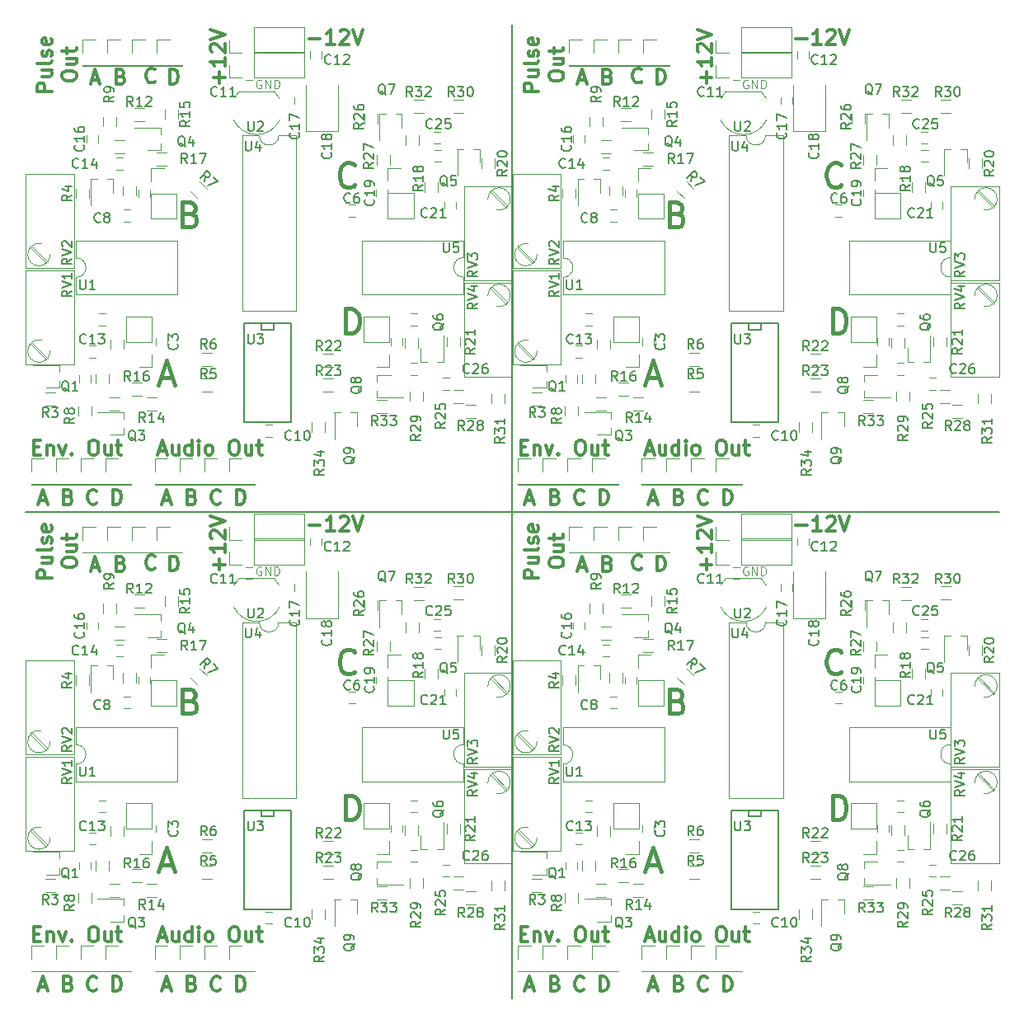
<source format=gto>
G04 #@! TF.FileFunction,Legend,Top*
%FSLAX46Y46*%
G04 Gerber Fmt 4.6, Leading zero omitted, Abs format (unit mm)*
G04 Created by KiCad (PCBNEW 4.0.6) date 07/25/17 22:42:55*
%MOMM*%
%LPD*%
G01*
G04 APERTURE LIST*
%ADD10C,0.100000*%
%ADD11C,0.400000*%
%ADD12C,0.300000*%
%ADD13C,0.125000*%
%ADD14C,0.200000*%
%ADD15C,0.120000*%
%ADD16C,0.150000*%
G04 APERTURE END LIST*
D10*
D11*
X110733238Y-117468952D02*
X110733238Y-114968952D01*
X111328476Y-114968952D01*
X111685619Y-115088000D01*
X111923714Y-115326095D01*
X112042762Y-115564190D01*
X112161810Y-116040381D01*
X112161810Y-116397524D01*
X112042762Y-116873714D01*
X111923714Y-117111810D01*
X111685619Y-117349905D01*
X111328476Y-117468952D01*
X110733238Y-117468952D01*
X60733238Y-117468952D02*
X60733238Y-114968952D01*
X61328476Y-114968952D01*
X61685619Y-115088000D01*
X61923714Y-115326095D01*
X62042762Y-115564190D01*
X62161810Y-116040381D01*
X62161810Y-116397524D01*
X62042762Y-116873714D01*
X61923714Y-117111810D01*
X61685619Y-117349905D01*
X61328476Y-117468952D01*
X60733238Y-117468952D01*
X110733238Y-67468952D02*
X110733238Y-64968952D01*
X111328476Y-64968952D01*
X111685619Y-65088000D01*
X111923714Y-65326095D01*
X112042762Y-65564190D01*
X112161810Y-66040381D01*
X112161810Y-66397524D01*
X112042762Y-66873714D01*
X111923714Y-67111810D01*
X111685619Y-67349905D01*
X111328476Y-67468952D01*
X110733238Y-67468952D01*
D12*
X80565571Y-92636285D02*
X79065571Y-92636285D01*
X79065571Y-92064857D01*
X79137000Y-91921999D01*
X79208429Y-91850571D01*
X79351286Y-91779142D01*
X79565571Y-91779142D01*
X79708429Y-91850571D01*
X79779857Y-91921999D01*
X79851286Y-92064857D01*
X79851286Y-92636285D01*
X79565571Y-90493428D02*
X80565571Y-90493428D01*
X79565571Y-91136285D02*
X80351286Y-91136285D01*
X80494143Y-91064857D01*
X80565571Y-90921999D01*
X80565571Y-90707714D01*
X80494143Y-90564857D01*
X80422714Y-90493428D01*
X80565571Y-89564856D02*
X80494143Y-89707714D01*
X80351286Y-89779142D01*
X79065571Y-89779142D01*
X80494143Y-89064857D02*
X80565571Y-88922000D01*
X80565571Y-88636285D01*
X80494143Y-88493428D01*
X80351286Y-88422000D01*
X80279857Y-88422000D01*
X80137000Y-88493428D01*
X80065571Y-88636285D01*
X80065571Y-88850571D01*
X79994143Y-88993428D01*
X79851286Y-89064857D01*
X79779857Y-89064857D01*
X79637000Y-88993428D01*
X79565571Y-88850571D01*
X79565571Y-88636285D01*
X79637000Y-88493428D01*
X80494143Y-87207714D02*
X80565571Y-87350571D01*
X80565571Y-87636285D01*
X80494143Y-87779142D01*
X80351286Y-87850571D01*
X79779857Y-87850571D01*
X79637000Y-87779142D01*
X79565571Y-87636285D01*
X79565571Y-87350571D01*
X79637000Y-87207714D01*
X79779857Y-87136285D01*
X79922714Y-87136285D01*
X80065571Y-87850571D01*
X81615571Y-91172000D02*
X81615571Y-90886286D01*
X81687000Y-90743428D01*
X81829857Y-90600571D01*
X82115571Y-90529143D01*
X82615571Y-90529143D01*
X82901286Y-90600571D01*
X83044143Y-90743428D01*
X83115571Y-90886286D01*
X83115571Y-91172000D01*
X83044143Y-91314857D01*
X82901286Y-91457714D01*
X82615571Y-91529143D01*
X82115571Y-91529143D01*
X81829857Y-91457714D01*
X81687000Y-91314857D01*
X81615571Y-91172000D01*
X82115571Y-89243428D02*
X83115571Y-89243428D01*
X82115571Y-89886285D02*
X82901286Y-89886285D01*
X83044143Y-89814857D01*
X83115571Y-89671999D01*
X83115571Y-89457714D01*
X83044143Y-89314857D01*
X82972714Y-89243428D01*
X82115571Y-88743428D02*
X82115571Y-88171999D01*
X81615571Y-88529142D02*
X82901286Y-88529142D01*
X83044143Y-88457714D01*
X83115571Y-88314856D01*
X83115571Y-88171999D01*
X30565571Y-92636285D02*
X29065571Y-92636285D01*
X29065571Y-92064857D01*
X29137000Y-91921999D01*
X29208429Y-91850571D01*
X29351286Y-91779142D01*
X29565571Y-91779142D01*
X29708429Y-91850571D01*
X29779857Y-91921999D01*
X29851286Y-92064857D01*
X29851286Y-92636285D01*
X29565571Y-90493428D02*
X30565571Y-90493428D01*
X29565571Y-91136285D02*
X30351286Y-91136285D01*
X30494143Y-91064857D01*
X30565571Y-90921999D01*
X30565571Y-90707714D01*
X30494143Y-90564857D01*
X30422714Y-90493428D01*
X30565571Y-89564856D02*
X30494143Y-89707714D01*
X30351286Y-89779142D01*
X29065571Y-89779142D01*
X30494143Y-89064857D02*
X30565571Y-88922000D01*
X30565571Y-88636285D01*
X30494143Y-88493428D01*
X30351286Y-88422000D01*
X30279857Y-88422000D01*
X30137000Y-88493428D01*
X30065571Y-88636285D01*
X30065571Y-88850571D01*
X29994143Y-88993428D01*
X29851286Y-89064857D01*
X29779857Y-89064857D01*
X29637000Y-88993428D01*
X29565571Y-88850571D01*
X29565571Y-88636285D01*
X29637000Y-88493428D01*
X30494143Y-87207714D02*
X30565571Y-87350571D01*
X30565571Y-87636285D01*
X30494143Y-87779142D01*
X30351286Y-87850571D01*
X29779857Y-87850571D01*
X29637000Y-87779142D01*
X29565571Y-87636285D01*
X29565571Y-87350571D01*
X29637000Y-87207714D01*
X29779857Y-87136285D01*
X29922714Y-87136285D01*
X30065571Y-87850571D01*
X31615571Y-91172000D02*
X31615571Y-90886286D01*
X31687000Y-90743428D01*
X31829857Y-90600571D01*
X32115571Y-90529143D01*
X32615571Y-90529143D01*
X32901286Y-90600571D01*
X33044143Y-90743428D01*
X33115571Y-90886286D01*
X33115571Y-91172000D01*
X33044143Y-91314857D01*
X32901286Y-91457714D01*
X32615571Y-91529143D01*
X32115571Y-91529143D01*
X31829857Y-91457714D01*
X31687000Y-91314857D01*
X31615571Y-91172000D01*
X32115571Y-89243428D02*
X33115571Y-89243428D01*
X32115571Y-89886285D02*
X32901286Y-89886285D01*
X33044143Y-89814857D01*
X33115571Y-89671999D01*
X33115571Y-89457714D01*
X33044143Y-89314857D01*
X32972714Y-89243428D01*
X32115571Y-88743428D02*
X32115571Y-88171999D01*
X31615571Y-88529142D02*
X32901286Y-88529142D01*
X33044143Y-88457714D01*
X33115571Y-88314856D01*
X33115571Y-88171999D01*
X80565571Y-42636285D02*
X79065571Y-42636285D01*
X79065571Y-42064857D01*
X79137000Y-41921999D01*
X79208429Y-41850571D01*
X79351286Y-41779142D01*
X79565571Y-41779142D01*
X79708429Y-41850571D01*
X79779857Y-41921999D01*
X79851286Y-42064857D01*
X79851286Y-42636285D01*
X79565571Y-40493428D02*
X80565571Y-40493428D01*
X79565571Y-41136285D02*
X80351286Y-41136285D01*
X80494143Y-41064857D01*
X80565571Y-40921999D01*
X80565571Y-40707714D01*
X80494143Y-40564857D01*
X80422714Y-40493428D01*
X80565571Y-39564856D02*
X80494143Y-39707714D01*
X80351286Y-39779142D01*
X79065571Y-39779142D01*
X80494143Y-39064857D02*
X80565571Y-38922000D01*
X80565571Y-38636285D01*
X80494143Y-38493428D01*
X80351286Y-38422000D01*
X80279857Y-38422000D01*
X80137000Y-38493428D01*
X80065571Y-38636285D01*
X80065571Y-38850571D01*
X79994143Y-38993428D01*
X79851286Y-39064857D01*
X79779857Y-39064857D01*
X79637000Y-38993428D01*
X79565571Y-38850571D01*
X79565571Y-38636285D01*
X79637000Y-38493428D01*
X80494143Y-37207714D02*
X80565571Y-37350571D01*
X80565571Y-37636285D01*
X80494143Y-37779142D01*
X80351286Y-37850571D01*
X79779857Y-37850571D01*
X79637000Y-37779142D01*
X79565571Y-37636285D01*
X79565571Y-37350571D01*
X79637000Y-37207714D01*
X79779857Y-37136285D01*
X79922714Y-37136285D01*
X80065571Y-37850571D01*
X81615571Y-41172000D02*
X81615571Y-40886286D01*
X81687000Y-40743428D01*
X81829857Y-40600571D01*
X82115571Y-40529143D01*
X82615571Y-40529143D01*
X82901286Y-40600571D01*
X83044143Y-40743428D01*
X83115571Y-40886286D01*
X83115571Y-41172000D01*
X83044143Y-41314857D01*
X82901286Y-41457714D01*
X82615571Y-41529143D01*
X82115571Y-41529143D01*
X81829857Y-41457714D01*
X81687000Y-41314857D01*
X81615571Y-41172000D01*
X82115571Y-39243428D02*
X83115571Y-39243428D01*
X82115571Y-39886285D02*
X82901286Y-39886285D01*
X83044143Y-39814857D01*
X83115571Y-39671999D01*
X83115571Y-39457714D01*
X83044143Y-39314857D01*
X82972714Y-39243428D01*
X82115571Y-38743428D02*
X82115571Y-38171999D01*
X81615571Y-38529142D02*
X82901286Y-38529142D01*
X83044143Y-38457714D01*
X83115571Y-38314856D01*
X83115571Y-38171999D01*
X106967144Y-87235143D02*
X108110001Y-87235143D01*
X109610001Y-87806571D02*
X108752858Y-87806571D01*
X109181430Y-87806571D02*
X109181430Y-86306571D01*
X109038573Y-86520857D01*
X108895715Y-86663714D01*
X108752858Y-86735143D01*
X110181429Y-86449429D02*
X110252858Y-86378000D01*
X110395715Y-86306571D01*
X110752858Y-86306571D01*
X110895715Y-86378000D01*
X110967144Y-86449429D01*
X111038572Y-86592286D01*
X111038572Y-86735143D01*
X110967144Y-86949429D01*
X110110001Y-87806571D01*
X111038572Y-87806571D01*
X111467143Y-86306571D02*
X111967143Y-87806571D01*
X112467143Y-86306571D01*
X56967144Y-87235143D02*
X58110001Y-87235143D01*
X59610001Y-87806571D02*
X58752858Y-87806571D01*
X59181430Y-87806571D02*
X59181430Y-86306571D01*
X59038573Y-86520857D01*
X58895715Y-86663714D01*
X58752858Y-86735143D01*
X60181429Y-86449429D02*
X60252858Y-86378000D01*
X60395715Y-86306571D01*
X60752858Y-86306571D01*
X60895715Y-86378000D01*
X60967144Y-86449429D01*
X61038572Y-86592286D01*
X61038572Y-86735143D01*
X60967144Y-86949429D01*
X60110001Y-87806571D01*
X61038572Y-87806571D01*
X61467143Y-86306571D02*
X61967143Y-87806571D01*
X62467143Y-86306571D01*
X106967144Y-37235143D02*
X108110001Y-37235143D01*
X109610001Y-37806571D02*
X108752858Y-37806571D01*
X109181430Y-37806571D02*
X109181430Y-36306571D01*
X109038573Y-36520857D01*
X108895715Y-36663714D01*
X108752858Y-36735143D01*
X110181429Y-36449429D02*
X110252858Y-36378000D01*
X110395715Y-36306571D01*
X110752858Y-36306571D01*
X110895715Y-36378000D01*
X110967144Y-36449429D01*
X111038572Y-36592286D01*
X111038572Y-36735143D01*
X110967144Y-36949429D01*
X110110001Y-37806571D01*
X111038572Y-37806571D01*
X111467143Y-36306571D02*
X111967143Y-37806571D01*
X112467143Y-36306571D01*
X91607714Y-129542000D02*
X92322000Y-129542000D01*
X91464857Y-129970571D02*
X91964857Y-128470571D01*
X92464857Y-129970571D01*
X93607714Y-128970571D02*
X93607714Y-129970571D01*
X92964857Y-128970571D02*
X92964857Y-129756286D01*
X93036285Y-129899143D01*
X93179143Y-129970571D01*
X93393428Y-129970571D01*
X93536285Y-129899143D01*
X93607714Y-129827714D01*
X94964857Y-129970571D02*
X94964857Y-128470571D01*
X94964857Y-129899143D02*
X94822000Y-129970571D01*
X94536286Y-129970571D01*
X94393428Y-129899143D01*
X94322000Y-129827714D01*
X94250571Y-129684857D01*
X94250571Y-129256286D01*
X94322000Y-129113429D01*
X94393428Y-129042000D01*
X94536286Y-128970571D01*
X94822000Y-128970571D01*
X94964857Y-129042000D01*
X95679143Y-129970571D02*
X95679143Y-128970571D01*
X95679143Y-128470571D02*
X95607714Y-128542000D01*
X95679143Y-128613429D01*
X95750571Y-128542000D01*
X95679143Y-128470571D01*
X95679143Y-128613429D01*
X96607715Y-129970571D02*
X96464857Y-129899143D01*
X96393429Y-129827714D01*
X96322000Y-129684857D01*
X96322000Y-129256286D01*
X96393429Y-129113429D01*
X96464857Y-129042000D01*
X96607715Y-128970571D01*
X96822000Y-128970571D01*
X96964857Y-129042000D01*
X97036286Y-129113429D01*
X97107715Y-129256286D01*
X97107715Y-129684857D01*
X97036286Y-129827714D01*
X96964857Y-129899143D01*
X96822000Y-129970571D01*
X96607715Y-129970571D01*
X99179143Y-128470571D02*
X99464857Y-128470571D01*
X99607715Y-128542000D01*
X99750572Y-128684857D01*
X99822000Y-128970571D01*
X99822000Y-129470571D01*
X99750572Y-129756286D01*
X99607715Y-129899143D01*
X99464857Y-129970571D01*
X99179143Y-129970571D01*
X99036286Y-129899143D01*
X98893429Y-129756286D01*
X98822000Y-129470571D01*
X98822000Y-128970571D01*
X98893429Y-128684857D01*
X99036286Y-128542000D01*
X99179143Y-128470571D01*
X101107715Y-128970571D02*
X101107715Y-129970571D01*
X100464858Y-128970571D02*
X100464858Y-129756286D01*
X100536286Y-129899143D01*
X100679144Y-129970571D01*
X100893429Y-129970571D01*
X101036286Y-129899143D01*
X101107715Y-129827714D01*
X101607715Y-128970571D02*
X102179144Y-128970571D01*
X101822001Y-128470571D02*
X101822001Y-129756286D01*
X101893429Y-129899143D01*
X102036287Y-129970571D01*
X102179144Y-129970571D01*
X41607714Y-129542000D02*
X42322000Y-129542000D01*
X41464857Y-129970571D02*
X41964857Y-128470571D01*
X42464857Y-129970571D01*
X43607714Y-128970571D02*
X43607714Y-129970571D01*
X42964857Y-128970571D02*
X42964857Y-129756286D01*
X43036285Y-129899143D01*
X43179143Y-129970571D01*
X43393428Y-129970571D01*
X43536285Y-129899143D01*
X43607714Y-129827714D01*
X44964857Y-129970571D02*
X44964857Y-128470571D01*
X44964857Y-129899143D02*
X44822000Y-129970571D01*
X44536286Y-129970571D01*
X44393428Y-129899143D01*
X44322000Y-129827714D01*
X44250571Y-129684857D01*
X44250571Y-129256286D01*
X44322000Y-129113429D01*
X44393428Y-129042000D01*
X44536286Y-128970571D01*
X44822000Y-128970571D01*
X44964857Y-129042000D01*
X45679143Y-129970571D02*
X45679143Y-128970571D01*
X45679143Y-128470571D02*
X45607714Y-128542000D01*
X45679143Y-128613429D01*
X45750571Y-128542000D01*
X45679143Y-128470571D01*
X45679143Y-128613429D01*
X46607715Y-129970571D02*
X46464857Y-129899143D01*
X46393429Y-129827714D01*
X46322000Y-129684857D01*
X46322000Y-129256286D01*
X46393429Y-129113429D01*
X46464857Y-129042000D01*
X46607715Y-128970571D01*
X46822000Y-128970571D01*
X46964857Y-129042000D01*
X47036286Y-129113429D01*
X47107715Y-129256286D01*
X47107715Y-129684857D01*
X47036286Y-129827714D01*
X46964857Y-129899143D01*
X46822000Y-129970571D01*
X46607715Y-129970571D01*
X49179143Y-128470571D02*
X49464857Y-128470571D01*
X49607715Y-128542000D01*
X49750572Y-128684857D01*
X49822000Y-128970571D01*
X49822000Y-129470571D01*
X49750572Y-129756286D01*
X49607715Y-129899143D01*
X49464857Y-129970571D01*
X49179143Y-129970571D01*
X49036286Y-129899143D01*
X48893429Y-129756286D01*
X48822000Y-129470571D01*
X48822000Y-128970571D01*
X48893429Y-128684857D01*
X49036286Y-128542000D01*
X49179143Y-128470571D01*
X51107715Y-128970571D02*
X51107715Y-129970571D01*
X50464858Y-128970571D02*
X50464858Y-129756286D01*
X50536286Y-129899143D01*
X50679144Y-129970571D01*
X50893429Y-129970571D01*
X51036286Y-129899143D01*
X51107715Y-129827714D01*
X51607715Y-128970571D02*
X52179144Y-128970571D01*
X51822001Y-128470571D02*
X51822001Y-129756286D01*
X51893429Y-129899143D01*
X52036287Y-129970571D01*
X52179144Y-129970571D01*
X91607714Y-79542000D02*
X92322000Y-79542000D01*
X91464857Y-79970571D02*
X91964857Y-78470571D01*
X92464857Y-79970571D01*
X93607714Y-78970571D02*
X93607714Y-79970571D01*
X92964857Y-78970571D02*
X92964857Y-79756286D01*
X93036285Y-79899143D01*
X93179143Y-79970571D01*
X93393428Y-79970571D01*
X93536285Y-79899143D01*
X93607714Y-79827714D01*
X94964857Y-79970571D02*
X94964857Y-78470571D01*
X94964857Y-79899143D02*
X94822000Y-79970571D01*
X94536286Y-79970571D01*
X94393428Y-79899143D01*
X94322000Y-79827714D01*
X94250571Y-79684857D01*
X94250571Y-79256286D01*
X94322000Y-79113429D01*
X94393428Y-79042000D01*
X94536286Y-78970571D01*
X94822000Y-78970571D01*
X94964857Y-79042000D01*
X95679143Y-79970571D02*
X95679143Y-78970571D01*
X95679143Y-78470571D02*
X95607714Y-78542000D01*
X95679143Y-78613429D01*
X95750571Y-78542000D01*
X95679143Y-78470571D01*
X95679143Y-78613429D01*
X96607715Y-79970571D02*
X96464857Y-79899143D01*
X96393429Y-79827714D01*
X96322000Y-79684857D01*
X96322000Y-79256286D01*
X96393429Y-79113429D01*
X96464857Y-79042000D01*
X96607715Y-78970571D01*
X96822000Y-78970571D01*
X96964857Y-79042000D01*
X97036286Y-79113429D01*
X97107715Y-79256286D01*
X97107715Y-79684857D01*
X97036286Y-79827714D01*
X96964857Y-79899143D01*
X96822000Y-79970571D01*
X96607715Y-79970571D01*
X99179143Y-78470571D02*
X99464857Y-78470571D01*
X99607715Y-78542000D01*
X99750572Y-78684857D01*
X99822000Y-78970571D01*
X99822000Y-79470571D01*
X99750572Y-79756286D01*
X99607715Y-79899143D01*
X99464857Y-79970571D01*
X99179143Y-79970571D01*
X99036286Y-79899143D01*
X98893429Y-79756286D01*
X98822000Y-79470571D01*
X98822000Y-78970571D01*
X98893429Y-78684857D01*
X99036286Y-78542000D01*
X99179143Y-78470571D01*
X101107715Y-78970571D02*
X101107715Y-79970571D01*
X100464858Y-78970571D02*
X100464858Y-79756286D01*
X100536286Y-79899143D01*
X100679144Y-79970571D01*
X100893429Y-79970571D01*
X101036286Y-79899143D01*
X101107715Y-79827714D01*
X101607715Y-78970571D02*
X102179144Y-78970571D01*
X101822001Y-78470571D02*
X101822001Y-79756286D01*
X101893429Y-79899143D01*
X102036287Y-79970571D01*
X102179144Y-79970571D01*
D13*
X102066286Y-91504000D02*
X101980572Y-91461143D01*
X101852001Y-91461143D01*
X101723429Y-91504000D01*
X101637715Y-91589714D01*
X101594858Y-91675429D01*
X101552001Y-91846857D01*
X101552001Y-91975429D01*
X101594858Y-92146857D01*
X101637715Y-92232571D01*
X101723429Y-92318286D01*
X101852001Y-92361143D01*
X101937715Y-92361143D01*
X102066286Y-92318286D01*
X102109143Y-92275429D01*
X102109143Y-91975429D01*
X101937715Y-91975429D01*
X102494858Y-92361143D02*
X102494858Y-91461143D01*
X103009143Y-92361143D01*
X103009143Y-91461143D01*
X103437715Y-92361143D02*
X103437715Y-91461143D01*
X103652000Y-91461143D01*
X103780572Y-91504000D01*
X103866286Y-91589714D01*
X103909143Y-91675429D01*
X103952000Y-91846857D01*
X103952000Y-91975429D01*
X103909143Y-92146857D01*
X103866286Y-92232571D01*
X103780572Y-92318286D01*
X103652000Y-92361143D01*
X103437715Y-92361143D01*
X52066286Y-91504000D02*
X51980572Y-91461143D01*
X51852001Y-91461143D01*
X51723429Y-91504000D01*
X51637715Y-91589714D01*
X51594858Y-91675429D01*
X51552001Y-91846857D01*
X51552001Y-91975429D01*
X51594858Y-92146857D01*
X51637715Y-92232571D01*
X51723429Y-92318286D01*
X51852001Y-92361143D01*
X51937715Y-92361143D01*
X52066286Y-92318286D01*
X52109143Y-92275429D01*
X52109143Y-91975429D01*
X51937715Y-91975429D01*
X52494858Y-92361143D02*
X52494858Y-91461143D01*
X53009143Y-92361143D01*
X53009143Y-91461143D01*
X53437715Y-92361143D02*
X53437715Y-91461143D01*
X53652000Y-91461143D01*
X53780572Y-91504000D01*
X53866286Y-91589714D01*
X53909143Y-91675429D01*
X53952000Y-91846857D01*
X53952000Y-91975429D01*
X53909143Y-92146857D01*
X53866286Y-92232571D01*
X53780572Y-92318286D01*
X53652000Y-92361143D01*
X53437715Y-92361143D01*
X102066286Y-41504000D02*
X101980572Y-41461143D01*
X101852001Y-41461143D01*
X101723429Y-41504000D01*
X101637715Y-41589714D01*
X101594858Y-41675429D01*
X101552001Y-41846857D01*
X101552001Y-41975429D01*
X101594858Y-42146857D01*
X101637715Y-42232571D01*
X101723429Y-42318286D01*
X101852001Y-42361143D01*
X101937715Y-42361143D01*
X102066286Y-42318286D01*
X102109143Y-42275429D01*
X102109143Y-41975429D01*
X101937715Y-41975429D01*
X102494858Y-42361143D02*
X102494858Y-41461143D01*
X103009143Y-42361143D01*
X103009143Y-41461143D01*
X103437715Y-42361143D02*
X103437715Y-41461143D01*
X103652000Y-41461143D01*
X103780572Y-41504000D01*
X103866286Y-41589714D01*
X103909143Y-41675429D01*
X103952000Y-41846857D01*
X103952000Y-41975429D01*
X103909143Y-42146857D01*
X103866286Y-42232571D01*
X103780572Y-42318286D01*
X103652000Y-42361143D01*
X103437715Y-42361143D01*
D12*
X97779143Y-91802856D02*
X97779143Y-90659999D01*
X98350571Y-91231428D02*
X97207714Y-91231428D01*
X98350571Y-89159999D02*
X98350571Y-90017142D01*
X98350571Y-89588570D02*
X96850571Y-89588570D01*
X97064857Y-89731427D01*
X97207714Y-89874285D01*
X97279143Y-90017142D01*
X96993429Y-88588571D02*
X96922000Y-88517142D01*
X96850571Y-88374285D01*
X96850571Y-88017142D01*
X96922000Y-87874285D01*
X96993429Y-87802856D01*
X97136286Y-87731428D01*
X97279143Y-87731428D01*
X97493429Y-87802856D01*
X98350571Y-88659999D01*
X98350571Y-87731428D01*
X96850571Y-87302857D02*
X98350571Y-86802857D01*
X96850571Y-86302857D01*
X47779143Y-91802856D02*
X47779143Y-90659999D01*
X48350571Y-91231428D02*
X47207714Y-91231428D01*
X48350571Y-89159999D02*
X48350571Y-90017142D01*
X48350571Y-89588570D02*
X46850571Y-89588570D01*
X47064857Y-89731427D01*
X47207714Y-89874285D01*
X47279143Y-90017142D01*
X46993429Y-88588571D02*
X46922000Y-88517142D01*
X46850571Y-88374285D01*
X46850571Y-88017142D01*
X46922000Y-87874285D01*
X46993429Y-87802856D01*
X47136286Y-87731428D01*
X47279143Y-87731428D01*
X47493429Y-87802856D01*
X48350571Y-88659999D01*
X48350571Y-87731428D01*
X46850571Y-87302857D02*
X48350571Y-86802857D01*
X46850571Y-86302857D01*
X97779143Y-41802856D02*
X97779143Y-40659999D01*
X98350571Y-41231428D02*
X97207714Y-41231428D01*
X98350571Y-39159999D02*
X98350571Y-40017142D01*
X98350571Y-39588570D02*
X96850571Y-39588570D01*
X97064857Y-39731427D01*
X97207714Y-39874285D01*
X97279143Y-40017142D01*
X96993429Y-38588571D02*
X96922000Y-38517142D01*
X96850571Y-38374285D01*
X96850571Y-38017142D01*
X96922000Y-37874285D01*
X96993429Y-37802856D01*
X97136286Y-37731428D01*
X97279143Y-37731428D01*
X97493429Y-37802856D01*
X98350571Y-38659999D01*
X98350571Y-37731428D01*
X96850571Y-37302857D02*
X98350571Y-36802857D01*
X96850571Y-36302857D01*
D11*
X111653810Y-102244857D02*
X111534762Y-102363905D01*
X111177619Y-102482952D01*
X110939524Y-102482952D01*
X110582381Y-102363905D01*
X110344286Y-102125810D01*
X110225238Y-101887714D01*
X110106190Y-101411524D01*
X110106190Y-101054381D01*
X110225238Y-100578190D01*
X110344286Y-100340095D01*
X110582381Y-100102000D01*
X110939524Y-99982952D01*
X111177619Y-99982952D01*
X111534762Y-100102000D01*
X111653810Y-100221048D01*
X61653810Y-102244857D02*
X61534762Y-102363905D01*
X61177619Y-102482952D01*
X60939524Y-102482952D01*
X60582381Y-102363905D01*
X60344286Y-102125810D01*
X60225238Y-101887714D01*
X60106190Y-101411524D01*
X60106190Y-101054381D01*
X60225238Y-100578190D01*
X60344286Y-100340095D01*
X60582381Y-100102000D01*
X60939524Y-99982952D01*
X61177619Y-99982952D01*
X61534762Y-100102000D01*
X61653810Y-100221048D01*
X111653810Y-52244857D02*
X111534762Y-52363905D01*
X111177619Y-52482952D01*
X110939524Y-52482952D01*
X110582381Y-52363905D01*
X110344286Y-52125810D01*
X110225238Y-51887714D01*
X110106190Y-51411524D01*
X110106190Y-51054381D01*
X110225238Y-50578190D01*
X110344286Y-50340095D01*
X110582381Y-50102000D01*
X110939524Y-49982952D01*
X111177619Y-49982952D01*
X111534762Y-50102000D01*
X111653810Y-50221048D01*
D12*
X94985143Y-134264857D02*
X95199429Y-134336286D01*
X95270857Y-134407714D01*
X95342286Y-134550571D01*
X95342286Y-134764857D01*
X95270857Y-134907714D01*
X95199429Y-134979143D01*
X95056571Y-135050571D01*
X94485143Y-135050571D01*
X94485143Y-133550571D01*
X94985143Y-133550571D01*
X95128000Y-133622000D01*
X95199429Y-133693429D01*
X95270857Y-133836286D01*
X95270857Y-133979143D01*
X95199429Y-134122000D01*
X95128000Y-134193429D01*
X94985143Y-134264857D01*
X94485143Y-134264857D01*
X44985143Y-134264857D02*
X45199429Y-134336286D01*
X45270857Y-134407714D01*
X45342286Y-134550571D01*
X45342286Y-134764857D01*
X45270857Y-134907714D01*
X45199429Y-134979143D01*
X45056571Y-135050571D01*
X44485143Y-135050571D01*
X44485143Y-133550571D01*
X44985143Y-133550571D01*
X45128000Y-133622000D01*
X45199429Y-133693429D01*
X45270857Y-133836286D01*
X45270857Y-133979143D01*
X45199429Y-134122000D01*
X45128000Y-134193429D01*
X44985143Y-134264857D01*
X44485143Y-134264857D01*
X94985143Y-84264857D02*
X95199429Y-84336286D01*
X95270857Y-84407714D01*
X95342286Y-84550571D01*
X95342286Y-84764857D01*
X95270857Y-84907714D01*
X95199429Y-84979143D01*
X95056571Y-85050571D01*
X94485143Y-85050571D01*
X94485143Y-83550571D01*
X94985143Y-83550571D01*
X95128000Y-83622000D01*
X95199429Y-83693429D01*
X95270857Y-83836286D01*
X95270857Y-83979143D01*
X95199429Y-84122000D01*
X95128000Y-84193429D01*
X94985143Y-84264857D01*
X94485143Y-84264857D01*
X91980857Y-134622000D02*
X92695143Y-134622000D01*
X91838000Y-135050571D02*
X92338000Y-133550571D01*
X92838000Y-135050571D01*
X41980857Y-134622000D02*
X42695143Y-134622000D01*
X41838000Y-135050571D02*
X42338000Y-133550571D01*
X42838000Y-135050571D01*
X91980857Y-84622000D02*
X92695143Y-84622000D01*
X91838000Y-85050571D02*
X92338000Y-83550571D01*
X92838000Y-85050571D01*
X78725143Y-129184857D02*
X79225143Y-129184857D01*
X79439429Y-129970571D02*
X78725143Y-129970571D01*
X78725143Y-128470571D01*
X79439429Y-128470571D01*
X80082286Y-128970571D02*
X80082286Y-129970571D01*
X80082286Y-129113429D02*
X80153714Y-129042000D01*
X80296572Y-128970571D01*
X80510857Y-128970571D01*
X80653714Y-129042000D01*
X80725143Y-129184857D01*
X80725143Y-129970571D01*
X81296572Y-128970571D02*
X81653715Y-129970571D01*
X82010857Y-128970571D01*
X82582286Y-129827714D02*
X82653714Y-129899143D01*
X82582286Y-129970571D01*
X82510857Y-129899143D01*
X82582286Y-129827714D01*
X82582286Y-129970571D01*
X84725143Y-128470571D02*
X85010857Y-128470571D01*
X85153715Y-128542000D01*
X85296572Y-128684857D01*
X85368000Y-128970571D01*
X85368000Y-129470571D01*
X85296572Y-129756286D01*
X85153715Y-129899143D01*
X85010857Y-129970571D01*
X84725143Y-129970571D01*
X84582286Y-129899143D01*
X84439429Y-129756286D01*
X84368000Y-129470571D01*
X84368000Y-128970571D01*
X84439429Y-128684857D01*
X84582286Y-128542000D01*
X84725143Y-128470571D01*
X86653715Y-128970571D02*
X86653715Y-129970571D01*
X86010858Y-128970571D02*
X86010858Y-129756286D01*
X86082286Y-129899143D01*
X86225144Y-129970571D01*
X86439429Y-129970571D01*
X86582286Y-129899143D01*
X86653715Y-129827714D01*
X87153715Y-128970571D02*
X87725144Y-128970571D01*
X87368001Y-128470571D02*
X87368001Y-129756286D01*
X87439429Y-129899143D01*
X87582287Y-129970571D01*
X87725144Y-129970571D01*
X28725143Y-129184857D02*
X29225143Y-129184857D01*
X29439429Y-129970571D02*
X28725143Y-129970571D01*
X28725143Y-128470571D01*
X29439429Y-128470571D01*
X30082286Y-128970571D02*
X30082286Y-129970571D01*
X30082286Y-129113429D02*
X30153714Y-129042000D01*
X30296572Y-128970571D01*
X30510857Y-128970571D01*
X30653714Y-129042000D01*
X30725143Y-129184857D01*
X30725143Y-129970571D01*
X31296572Y-128970571D02*
X31653715Y-129970571D01*
X32010857Y-128970571D01*
X32582286Y-129827714D02*
X32653714Y-129899143D01*
X32582286Y-129970571D01*
X32510857Y-129899143D01*
X32582286Y-129827714D01*
X32582286Y-129970571D01*
X34725143Y-128470571D02*
X35010857Y-128470571D01*
X35153715Y-128542000D01*
X35296572Y-128684857D01*
X35368000Y-128970571D01*
X35368000Y-129470571D01*
X35296572Y-129756286D01*
X35153715Y-129899143D01*
X35010857Y-129970571D01*
X34725143Y-129970571D01*
X34582286Y-129899143D01*
X34439429Y-129756286D01*
X34368000Y-129470571D01*
X34368000Y-128970571D01*
X34439429Y-128684857D01*
X34582286Y-128542000D01*
X34725143Y-128470571D01*
X36653715Y-128970571D02*
X36653715Y-129970571D01*
X36010858Y-128970571D02*
X36010858Y-129756286D01*
X36082286Y-129899143D01*
X36225144Y-129970571D01*
X36439429Y-129970571D01*
X36582286Y-129899143D01*
X36653715Y-129827714D01*
X37153715Y-128970571D02*
X37725144Y-128970571D01*
X37368001Y-128470571D02*
X37368001Y-129756286D01*
X37439429Y-129899143D01*
X37582287Y-129970571D01*
X37725144Y-129970571D01*
X78725143Y-79184857D02*
X79225143Y-79184857D01*
X79439429Y-79970571D02*
X78725143Y-79970571D01*
X78725143Y-78470571D01*
X79439429Y-78470571D01*
X80082286Y-78970571D02*
X80082286Y-79970571D01*
X80082286Y-79113429D02*
X80153714Y-79042000D01*
X80296572Y-78970571D01*
X80510857Y-78970571D01*
X80653714Y-79042000D01*
X80725143Y-79184857D01*
X80725143Y-79970571D01*
X81296572Y-78970571D02*
X81653715Y-79970571D01*
X82010857Y-78970571D01*
X82582286Y-79827714D02*
X82653714Y-79899143D01*
X82582286Y-79970571D01*
X82510857Y-79899143D01*
X82582286Y-79827714D01*
X82582286Y-79970571D01*
X84725143Y-78470571D02*
X85010857Y-78470571D01*
X85153715Y-78542000D01*
X85296572Y-78684857D01*
X85368000Y-78970571D01*
X85368000Y-79470571D01*
X85296572Y-79756286D01*
X85153715Y-79899143D01*
X85010857Y-79970571D01*
X84725143Y-79970571D01*
X84582286Y-79899143D01*
X84439429Y-79756286D01*
X84368000Y-79470571D01*
X84368000Y-78970571D01*
X84439429Y-78684857D01*
X84582286Y-78542000D01*
X84725143Y-78470571D01*
X86653715Y-78970571D02*
X86653715Y-79970571D01*
X86010858Y-78970571D02*
X86010858Y-79756286D01*
X86082286Y-79899143D01*
X86225144Y-79970571D01*
X86439429Y-79970571D01*
X86582286Y-79899143D01*
X86653715Y-79827714D01*
X87153715Y-78970571D02*
X87725144Y-78970571D01*
X87368001Y-78470571D02*
X87368001Y-79756286D01*
X87439429Y-79899143D01*
X87582287Y-79970571D01*
X87725144Y-79970571D01*
X99565143Y-135050571D02*
X99565143Y-133550571D01*
X99922286Y-133550571D01*
X100136571Y-133622000D01*
X100279429Y-133764857D01*
X100350857Y-133907714D01*
X100422286Y-134193429D01*
X100422286Y-134407714D01*
X100350857Y-134693429D01*
X100279429Y-134836286D01*
X100136571Y-134979143D01*
X99922286Y-135050571D01*
X99565143Y-135050571D01*
X49565143Y-135050571D02*
X49565143Y-133550571D01*
X49922286Y-133550571D01*
X50136571Y-133622000D01*
X50279429Y-133764857D01*
X50350857Y-133907714D01*
X50422286Y-134193429D01*
X50422286Y-134407714D01*
X50350857Y-134693429D01*
X50279429Y-134836286D01*
X50136571Y-134979143D01*
X49922286Y-135050571D01*
X49565143Y-135050571D01*
X99565143Y-85050571D02*
X99565143Y-83550571D01*
X99922286Y-83550571D01*
X100136571Y-83622000D01*
X100279429Y-83764857D01*
X100350857Y-83907714D01*
X100422286Y-84193429D01*
X100422286Y-84407714D01*
X100350857Y-84693429D01*
X100279429Y-84836286D01*
X100136571Y-84979143D01*
X99922286Y-85050571D01*
X99565143Y-85050571D01*
X97882286Y-134907714D02*
X97810857Y-134979143D01*
X97596571Y-135050571D01*
X97453714Y-135050571D01*
X97239429Y-134979143D01*
X97096571Y-134836286D01*
X97025143Y-134693429D01*
X96953714Y-134407714D01*
X96953714Y-134193429D01*
X97025143Y-133907714D01*
X97096571Y-133764857D01*
X97239429Y-133622000D01*
X97453714Y-133550571D01*
X97596571Y-133550571D01*
X97810857Y-133622000D01*
X97882286Y-133693429D01*
X47882286Y-134907714D02*
X47810857Y-134979143D01*
X47596571Y-135050571D01*
X47453714Y-135050571D01*
X47239429Y-134979143D01*
X47096571Y-134836286D01*
X47025143Y-134693429D01*
X46953714Y-134407714D01*
X46953714Y-134193429D01*
X47025143Y-133907714D01*
X47096571Y-133764857D01*
X47239429Y-133622000D01*
X47453714Y-133550571D01*
X47596571Y-133550571D01*
X47810857Y-133622000D01*
X47882286Y-133693429D01*
X97882286Y-84907714D02*
X97810857Y-84979143D01*
X97596571Y-85050571D01*
X97453714Y-85050571D01*
X97239429Y-84979143D01*
X97096571Y-84836286D01*
X97025143Y-84693429D01*
X96953714Y-84407714D01*
X96953714Y-84193429D01*
X97025143Y-83907714D01*
X97096571Y-83764857D01*
X97239429Y-83622000D01*
X97453714Y-83550571D01*
X97596571Y-83550571D01*
X97810857Y-83622000D01*
X97882286Y-83693429D01*
X86865143Y-135050571D02*
X86865143Y-133550571D01*
X87222286Y-133550571D01*
X87436571Y-133622000D01*
X87579429Y-133764857D01*
X87650857Y-133907714D01*
X87722286Y-134193429D01*
X87722286Y-134407714D01*
X87650857Y-134693429D01*
X87579429Y-134836286D01*
X87436571Y-134979143D01*
X87222286Y-135050571D01*
X86865143Y-135050571D01*
X36865143Y-135050571D02*
X36865143Y-133550571D01*
X37222286Y-133550571D01*
X37436571Y-133622000D01*
X37579429Y-133764857D01*
X37650857Y-133907714D01*
X37722286Y-134193429D01*
X37722286Y-134407714D01*
X37650857Y-134693429D01*
X37579429Y-134836286D01*
X37436571Y-134979143D01*
X37222286Y-135050571D01*
X36865143Y-135050571D01*
X86865143Y-85050571D02*
X86865143Y-83550571D01*
X87222286Y-83550571D01*
X87436571Y-83622000D01*
X87579429Y-83764857D01*
X87650857Y-83907714D01*
X87722286Y-84193429D01*
X87722286Y-84407714D01*
X87650857Y-84693429D01*
X87579429Y-84836286D01*
X87436571Y-84979143D01*
X87222286Y-85050571D01*
X86865143Y-85050571D01*
D11*
X91742762Y-122088667D02*
X92933239Y-122088667D01*
X91504667Y-122802952D02*
X92338001Y-120302952D01*
X93171334Y-122802952D01*
X41742762Y-122088667D02*
X42933239Y-122088667D01*
X41504667Y-122802952D02*
X42338001Y-120302952D01*
X43171334Y-122802952D01*
X91742762Y-72088667D02*
X92933239Y-72088667D01*
X91504667Y-72802952D02*
X92338001Y-70302952D01*
X93171334Y-72802952D01*
X94802571Y-105237429D02*
X95159714Y-105356476D01*
X95278762Y-105475524D01*
X95397810Y-105713619D01*
X95397810Y-106070762D01*
X95278762Y-106308857D01*
X95159714Y-106427905D01*
X94921619Y-106546952D01*
X93969238Y-106546952D01*
X93969238Y-104046952D01*
X94802571Y-104046952D01*
X95040667Y-104166000D01*
X95159714Y-104285048D01*
X95278762Y-104523143D01*
X95278762Y-104761238D01*
X95159714Y-104999333D01*
X95040667Y-105118381D01*
X94802571Y-105237429D01*
X93969238Y-105237429D01*
X44802571Y-105237429D02*
X45159714Y-105356476D01*
X45278762Y-105475524D01*
X45397810Y-105713619D01*
X45397810Y-106070762D01*
X45278762Y-106308857D01*
X45159714Y-106427905D01*
X44921619Y-106546952D01*
X43969238Y-106546952D01*
X43969238Y-104046952D01*
X44802571Y-104046952D01*
X45040667Y-104166000D01*
X45159714Y-104285048D01*
X45278762Y-104523143D01*
X45278762Y-104761238D01*
X45159714Y-104999333D01*
X45040667Y-105118381D01*
X44802571Y-105237429D01*
X43969238Y-105237429D01*
X94802571Y-55237429D02*
X95159714Y-55356476D01*
X95278762Y-55475524D01*
X95397810Y-55713619D01*
X95397810Y-56070762D01*
X95278762Y-56308857D01*
X95159714Y-56427905D01*
X94921619Y-56546952D01*
X93969238Y-56546952D01*
X93969238Y-54046952D01*
X94802571Y-54046952D01*
X95040667Y-54166000D01*
X95159714Y-54285048D01*
X95278762Y-54523143D01*
X95278762Y-54761238D01*
X95159714Y-54999333D01*
X95040667Y-55118381D01*
X94802571Y-55237429D01*
X93969238Y-55237429D01*
D12*
X87673143Y-91122857D02*
X87887429Y-91194286D01*
X87958857Y-91265714D01*
X88030286Y-91408571D01*
X88030286Y-91622857D01*
X87958857Y-91765714D01*
X87887429Y-91837143D01*
X87744571Y-91908571D01*
X87173143Y-91908571D01*
X87173143Y-90408571D01*
X87673143Y-90408571D01*
X87816000Y-90480000D01*
X87887429Y-90551429D01*
X87958857Y-90694286D01*
X87958857Y-90837143D01*
X87887429Y-90980000D01*
X87816000Y-91051429D01*
X87673143Y-91122857D01*
X87173143Y-91122857D01*
X37673143Y-91122857D02*
X37887429Y-91194286D01*
X37958857Y-91265714D01*
X38030286Y-91408571D01*
X38030286Y-91622857D01*
X37958857Y-91765714D01*
X37887429Y-91837143D01*
X37744571Y-91908571D01*
X37173143Y-91908571D01*
X37173143Y-90408571D01*
X37673143Y-90408571D01*
X37816000Y-90480000D01*
X37887429Y-90551429D01*
X37958857Y-90694286D01*
X37958857Y-90837143D01*
X37887429Y-90980000D01*
X37816000Y-91051429D01*
X37673143Y-91122857D01*
X37173143Y-91122857D01*
X87673143Y-41122857D02*
X87887429Y-41194286D01*
X87958857Y-41265714D01*
X88030286Y-41408571D01*
X88030286Y-41622857D01*
X87958857Y-41765714D01*
X87887429Y-41837143D01*
X87744571Y-41908571D01*
X87173143Y-41908571D01*
X87173143Y-40408571D01*
X87673143Y-40408571D01*
X87816000Y-40480000D01*
X87887429Y-40551429D01*
X87958857Y-40694286D01*
X87958857Y-40837143D01*
X87887429Y-40980000D01*
X87816000Y-41051429D01*
X87673143Y-41122857D01*
X87173143Y-41122857D01*
X84668857Y-91480000D02*
X85383143Y-91480000D01*
X84526000Y-91908571D02*
X85026000Y-90408571D01*
X85526000Y-91908571D01*
X34668857Y-91480000D02*
X35383143Y-91480000D01*
X34526000Y-91908571D02*
X35026000Y-90408571D01*
X35526000Y-91908571D01*
X84668857Y-41480000D02*
X85383143Y-41480000D01*
X84526000Y-41908571D02*
X85026000Y-40408571D01*
X85526000Y-41908571D01*
X91164286Y-91635714D02*
X91092857Y-91707143D01*
X90878571Y-91778571D01*
X90735714Y-91778571D01*
X90521429Y-91707143D01*
X90378571Y-91564286D01*
X90307143Y-91421429D01*
X90235714Y-91135714D01*
X90235714Y-90921429D01*
X90307143Y-90635714D01*
X90378571Y-90492857D01*
X90521429Y-90350000D01*
X90735714Y-90278571D01*
X90878571Y-90278571D01*
X91092857Y-90350000D01*
X91164286Y-90421429D01*
X41164286Y-91635714D02*
X41092857Y-91707143D01*
X40878571Y-91778571D01*
X40735714Y-91778571D01*
X40521429Y-91707143D01*
X40378571Y-91564286D01*
X40307143Y-91421429D01*
X40235714Y-91135714D01*
X40235714Y-90921429D01*
X40307143Y-90635714D01*
X40378571Y-90492857D01*
X40521429Y-90350000D01*
X40735714Y-90278571D01*
X40878571Y-90278571D01*
X41092857Y-90350000D01*
X41164286Y-90421429D01*
X91164286Y-41635714D02*
X91092857Y-41707143D01*
X90878571Y-41778571D01*
X90735714Y-41778571D01*
X90521429Y-41707143D01*
X90378571Y-41564286D01*
X90307143Y-41421429D01*
X90235714Y-41135714D01*
X90235714Y-40921429D01*
X90307143Y-40635714D01*
X90378571Y-40492857D01*
X90521429Y-40350000D01*
X90735714Y-40278571D01*
X90878571Y-40278571D01*
X91092857Y-40350000D01*
X91164286Y-40421429D01*
X92707143Y-91878571D02*
X92707143Y-90378571D01*
X93064286Y-90378571D01*
X93278571Y-90450000D01*
X93421429Y-90592857D01*
X93492857Y-90735714D01*
X93564286Y-91021429D01*
X93564286Y-91235714D01*
X93492857Y-91521429D01*
X93421429Y-91664286D01*
X93278571Y-91807143D01*
X93064286Y-91878571D01*
X92707143Y-91878571D01*
X42707143Y-91878571D02*
X42707143Y-90378571D01*
X43064286Y-90378571D01*
X43278571Y-90450000D01*
X43421429Y-90592857D01*
X43492857Y-90735714D01*
X43564286Y-91021429D01*
X43564286Y-91235714D01*
X43492857Y-91521429D01*
X43421429Y-91664286D01*
X43278571Y-91807143D01*
X43064286Y-91878571D01*
X42707143Y-91878571D01*
X92707143Y-41878571D02*
X92707143Y-40378571D01*
X93064286Y-40378571D01*
X93278571Y-40450000D01*
X93421429Y-40592857D01*
X93492857Y-40735714D01*
X93564286Y-41021429D01*
X93564286Y-41235714D01*
X93492857Y-41521429D01*
X93421429Y-41664286D01*
X93278571Y-41807143D01*
X93064286Y-41878571D01*
X92707143Y-41878571D01*
X85182286Y-134907714D02*
X85110857Y-134979143D01*
X84896571Y-135050571D01*
X84753714Y-135050571D01*
X84539429Y-134979143D01*
X84396571Y-134836286D01*
X84325143Y-134693429D01*
X84253714Y-134407714D01*
X84253714Y-134193429D01*
X84325143Y-133907714D01*
X84396571Y-133764857D01*
X84539429Y-133622000D01*
X84753714Y-133550571D01*
X84896571Y-133550571D01*
X85110857Y-133622000D01*
X85182286Y-133693429D01*
X35182286Y-134907714D02*
X35110857Y-134979143D01*
X34896571Y-135050571D01*
X34753714Y-135050571D01*
X34539429Y-134979143D01*
X34396571Y-134836286D01*
X34325143Y-134693429D01*
X34253714Y-134407714D01*
X34253714Y-134193429D01*
X34325143Y-133907714D01*
X34396571Y-133764857D01*
X34539429Y-133622000D01*
X34753714Y-133550571D01*
X34896571Y-133550571D01*
X35110857Y-133622000D01*
X35182286Y-133693429D01*
X85182286Y-84907714D02*
X85110857Y-84979143D01*
X84896571Y-85050571D01*
X84753714Y-85050571D01*
X84539429Y-84979143D01*
X84396571Y-84836286D01*
X84325143Y-84693429D01*
X84253714Y-84407714D01*
X84253714Y-84193429D01*
X84325143Y-83907714D01*
X84396571Y-83764857D01*
X84539429Y-83622000D01*
X84753714Y-83550571D01*
X84896571Y-83550571D01*
X85110857Y-83622000D01*
X85182286Y-83693429D01*
X82285143Y-134264857D02*
X82499429Y-134336286D01*
X82570857Y-134407714D01*
X82642286Y-134550571D01*
X82642286Y-134764857D01*
X82570857Y-134907714D01*
X82499429Y-134979143D01*
X82356571Y-135050571D01*
X81785143Y-135050571D01*
X81785143Y-133550571D01*
X82285143Y-133550571D01*
X82428000Y-133622000D01*
X82499429Y-133693429D01*
X82570857Y-133836286D01*
X82570857Y-133979143D01*
X82499429Y-134122000D01*
X82428000Y-134193429D01*
X82285143Y-134264857D01*
X81785143Y-134264857D01*
X32285143Y-134264857D02*
X32499429Y-134336286D01*
X32570857Y-134407714D01*
X32642286Y-134550571D01*
X32642286Y-134764857D01*
X32570857Y-134907714D01*
X32499429Y-134979143D01*
X32356571Y-135050571D01*
X31785143Y-135050571D01*
X31785143Y-133550571D01*
X32285143Y-133550571D01*
X32428000Y-133622000D01*
X32499429Y-133693429D01*
X32570857Y-133836286D01*
X32570857Y-133979143D01*
X32499429Y-134122000D01*
X32428000Y-134193429D01*
X32285143Y-134264857D01*
X31785143Y-134264857D01*
X82285143Y-84264857D02*
X82499429Y-84336286D01*
X82570857Y-84407714D01*
X82642286Y-84550571D01*
X82642286Y-84764857D01*
X82570857Y-84907714D01*
X82499429Y-84979143D01*
X82356571Y-85050571D01*
X81785143Y-85050571D01*
X81785143Y-83550571D01*
X82285143Y-83550571D01*
X82428000Y-83622000D01*
X82499429Y-83693429D01*
X82570857Y-83836286D01*
X82570857Y-83979143D01*
X82499429Y-84122000D01*
X82428000Y-84193429D01*
X82285143Y-84264857D01*
X81785143Y-84264857D01*
X79280857Y-134622000D02*
X79995143Y-134622000D01*
X79138000Y-135050571D02*
X79638000Y-133550571D01*
X80138000Y-135050571D01*
X29280857Y-134622000D02*
X29995143Y-134622000D01*
X29138000Y-135050571D02*
X29638000Y-133550571D01*
X30138000Y-135050571D01*
X79280857Y-84622000D02*
X79995143Y-84622000D01*
X79138000Y-85050571D02*
X79638000Y-83550571D01*
X80138000Y-85050571D01*
D14*
X27860000Y-85820000D02*
X127860000Y-85820000D01*
X77860000Y-35820000D02*
X77860000Y-135820000D01*
D12*
X41607714Y-79542000D02*
X42322000Y-79542000D01*
X41464857Y-79970571D02*
X41964857Y-78470571D01*
X42464857Y-79970571D01*
X43607714Y-78970571D02*
X43607714Y-79970571D01*
X42964857Y-78970571D02*
X42964857Y-79756286D01*
X43036285Y-79899143D01*
X43179143Y-79970571D01*
X43393428Y-79970571D01*
X43536285Y-79899143D01*
X43607714Y-79827714D01*
X44964857Y-79970571D02*
X44964857Y-78470571D01*
X44964857Y-79899143D02*
X44822000Y-79970571D01*
X44536286Y-79970571D01*
X44393428Y-79899143D01*
X44322000Y-79827714D01*
X44250571Y-79684857D01*
X44250571Y-79256286D01*
X44322000Y-79113429D01*
X44393428Y-79042000D01*
X44536286Y-78970571D01*
X44822000Y-78970571D01*
X44964857Y-79042000D01*
X45679143Y-79970571D02*
X45679143Y-78970571D01*
X45679143Y-78470571D02*
X45607714Y-78542000D01*
X45679143Y-78613429D01*
X45750571Y-78542000D01*
X45679143Y-78470571D01*
X45679143Y-78613429D01*
X46607715Y-79970571D02*
X46464857Y-79899143D01*
X46393429Y-79827714D01*
X46322000Y-79684857D01*
X46322000Y-79256286D01*
X46393429Y-79113429D01*
X46464857Y-79042000D01*
X46607715Y-78970571D01*
X46822000Y-78970571D01*
X46964857Y-79042000D01*
X47036286Y-79113429D01*
X47107715Y-79256286D01*
X47107715Y-79684857D01*
X47036286Y-79827714D01*
X46964857Y-79899143D01*
X46822000Y-79970571D01*
X46607715Y-79970571D01*
X49179143Y-78470571D02*
X49464857Y-78470571D01*
X49607715Y-78542000D01*
X49750572Y-78684857D01*
X49822000Y-78970571D01*
X49822000Y-79470571D01*
X49750572Y-79756286D01*
X49607715Y-79899143D01*
X49464857Y-79970571D01*
X49179143Y-79970571D01*
X49036286Y-79899143D01*
X48893429Y-79756286D01*
X48822000Y-79470571D01*
X48822000Y-78970571D01*
X48893429Y-78684857D01*
X49036286Y-78542000D01*
X49179143Y-78470571D01*
X51107715Y-78970571D02*
X51107715Y-79970571D01*
X50464858Y-78970571D02*
X50464858Y-79756286D01*
X50536286Y-79899143D01*
X50679144Y-79970571D01*
X50893429Y-79970571D01*
X51036286Y-79899143D01*
X51107715Y-79827714D01*
X51607715Y-78970571D02*
X52179144Y-78970571D01*
X51822001Y-78470571D02*
X51822001Y-79756286D01*
X51893429Y-79899143D01*
X52036287Y-79970571D01*
X52179144Y-79970571D01*
X28725143Y-79184857D02*
X29225143Y-79184857D01*
X29439429Y-79970571D02*
X28725143Y-79970571D01*
X28725143Y-78470571D01*
X29439429Y-78470571D01*
X30082286Y-78970571D02*
X30082286Y-79970571D01*
X30082286Y-79113429D02*
X30153714Y-79042000D01*
X30296572Y-78970571D01*
X30510857Y-78970571D01*
X30653714Y-79042000D01*
X30725143Y-79184857D01*
X30725143Y-79970571D01*
X31296572Y-78970571D02*
X31653715Y-79970571D01*
X32010857Y-78970571D01*
X32582286Y-79827714D02*
X32653714Y-79899143D01*
X32582286Y-79970571D01*
X32510857Y-79899143D01*
X32582286Y-79827714D01*
X32582286Y-79970571D01*
X34725143Y-78470571D02*
X35010857Y-78470571D01*
X35153715Y-78542000D01*
X35296572Y-78684857D01*
X35368000Y-78970571D01*
X35368000Y-79470571D01*
X35296572Y-79756286D01*
X35153715Y-79899143D01*
X35010857Y-79970571D01*
X34725143Y-79970571D01*
X34582286Y-79899143D01*
X34439429Y-79756286D01*
X34368000Y-79470571D01*
X34368000Y-78970571D01*
X34439429Y-78684857D01*
X34582286Y-78542000D01*
X34725143Y-78470571D01*
X36653715Y-78970571D02*
X36653715Y-79970571D01*
X36010858Y-78970571D02*
X36010858Y-79756286D01*
X36082286Y-79899143D01*
X36225144Y-79970571D01*
X36439429Y-79970571D01*
X36582286Y-79899143D01*
X36653715Y-79827714D01*
X37153715Y-78970571D02*
X37725144Y-78970571D01*
X37368001Y-78470571D02*
X37368001Y-79756286D01*
X37439429Y-79899143D01*
X37582287Y-79970571D01*
X37725144Y-79970571D01*
D11*
X60733238Y-67468952D02*
X60733238Y-64968952D01*
X61328476Y-64968952D01*
X61685619Y-65088000D01*
X61923714Y-65326095D01*
X62042762Y-65564190D01*
X62161810Y-66040381D01*
X62161810Y-66397524D01*
X62042762Y-66873714D01*
X61923714Y-67111810D01*
X61685619Y-67349905D01*
X61328476Y-67468952D01*
X60733238Y-67468952D01*
X61653810Y-52244857D02*
X61534762Y-52363905D01*
X61177619Y-52482952D01*
X60939524Y-52482952D01*
X60582381Y-52363905D01*
X60344286Y-52125810D01*
X60225238Y-51887714D01*
X60106190Y-51411524D01*
X60106190Y-51054381D01*
X60225238Y-50578190D01*
X60344286Y-50340095D01*
X60582381Y-50102000D01*
X60939524Y-49982952D01*
X61177619Y-49982952D01*
X61534762Y-50102000D01*
X61653810Y-50221048D01*
X44802571Y-55237429D02*
X45159714Y-55356476D01*
X45278762Y-55475524D01*
X45397810Y-55713619D01*
X45397810Y-56070762D01*
X45278762Y-56308857D01*
X45159714Y-56427905D01*
X44921619Y-56546952D01*
X43969238Y-56546952D01*
X43969238Y-54046952D01*
X44802571Y-54046952D01*
X45040667Y-54166000D01*
X45159714Y-54285048D01*
X45278762Y-54523143D01*
X45278762Y-54761238D01*
X45159714Y-54999333D01*
X45040667Y-55118381D01*
X44802571Y-55237429D01*
X43969238Y-55237429D01*
X41742762Y-72088667D02*
X42933239Y-72088667D01*
X41504667Y-72802952D02*
X42338001Y-70302952D01*
X43171334Y-72802952D01*
D12*
X44985143Y-84264857D02*
X45199429Y-84336286D01*
X45270857Y-84407714D01*
X45342286Y-84550571D01*
X45342286Y-84764857D01*
X45270857Y-84907714D01*
X45199429Y-84979143D01*
X45056571Y-85050571D01*
X44485143Y-85050571D01*
X44485143Y-83550571D01*
X44985143Y-83550571D01*
X45128000Y-83622000D01*
X45199429Y-83693429D01*
X45270857Y-83836286D01*
X45270857Y-83979143D01*
X45199429Y-84122000D01*
X45128000Y-84193429D01*
X44985143Y-84264857D01*
X44485143Y-84264857D01*
X47882286Y-84907714D02*
X47810857Y-84979143D01*
X47596571Y-85050571D01*
X47453714Y-85050571D01*
X47239429Y-84979143D01*
X47096571Y-84836286D01*
X47025143Y-84693429D01*
X46953714Y-84407714D01*
X46953714Y-84193429D01*
X47025143Y-83907714D01*
X47096571Y-83764857D01*
X47239429Y-83622000D01*
X47453714Y-83550571D01*
X47596571Y-83550571D01*
X47810857Y-83622000D01*
X47882286Y-83693429D01*
X41980857Y-84622000D02*
X42695143Y-84622000D01*
X41838000Y-85050571D02*
X42338000Y-83550571D01*
X42838000Y-85050571D01*
X49565143Y-85050571D02*
X49565143Y-83550571D01*
X49922286Y-83550571D01*
X50136571Y-83622000D01*
X50279429Y-83764857D01*
X50350857Y-83907714D01*
X50422286Y-84193429D01*
X50422286Y-84407714D01*
X50350857Y-84693429D01*
X50279429Y-84836286D01*
X50136571Y-84979143D01*
X49922286Y-85050571D01*
X49565143Y-85050571D01*
X32285143Y-84264857D02*
X32499429Y-84336286D01*
X32570857Y-84407714D01*
X32642286Y-84550571D01*
X32642286Y-84764857D01*
X32570857Y-84907714D01*
X32499429Y-84979143D01*
X32356571Y-85050571D01*
X31785143Y-85050571D01*
X31785143Y-83550571D01*
X32285143Y-83550571D01*
X32428000Y-83622000D01*
X32499429Y-83693429D01*
X32570857Y-83836286D01*
X32570857Y-83979143D01*
X32499429Y-84122000D01*
X32428000Y-84193429D01*
X32285143Y-84264857D01*
X31785143Y-84264857D01*
X35182286Y-84907714D02*
X35110857Y-84979143D01*
X34896571Y-85050571D01*
X34753714Y-85050571D01*
X34539429Y-84979143D01*
X34396571Y-84836286D01*
X34325143Y-84693429D01*
X34253714Y-84407714D01*
X34253714Y-84193429D01*
X34325143Y-83907714D01*
X34396571Y-83764857D01*
X34539429Y-83622000D01*
X34753714Y-83550571D01*
X34896571Y-83550571D01*
X35110857Y-83622000D01*
X35182286Y-83693429D01*
X29280857Y-84622000D02*
X29995143Y-84622000D01*
X29138000Y-85050571D02*
X29638000Y-83550571D01*
X30138000Y-85050571D01*
X36865143Y-85050571D02*
X36865143Y-83550571D01*
X37222286Y-83550571D01*
X37436571Y-83622000D01*
X37579429Y-83764857D01*
X37650857Y-83907714D01*
X37722286Y-84193429D01*
X37722286Y-84407714D01*
X37650857Y-84693429D01*
X37579429Y-84836286D01*
X37436571Y-84979143D01*
X37222286Y-85050571D01*
X36865143Y-85050571D01*
D13*
X52066286Y-41504000D02*
X51980572Y-41461143D01*
X51852001Y-41461143D01*
X51723429Y-41504000D01*
X51637715Y-41589714D01*
X51594858Y-41675429D01*
X51552001Y-41846857D01*
X51552001Y-41975429D01*
X51594858Y-42146857D01*
X51637715Y-42232571D01*
X51723429Y-42318286D01*
X51852001Y-42361143D01*
X51937715Y-42361143D01*
X52066286Y-42318286D01*
X52109143Y-42275429D01*
X52109143Y-41975429D01*
X51937715Y-41975429D01*
X52494858Y-42361143D02*
X52494858Y-41461143D01*
X53009143Y-42361143D01*
X53009143Y-41461143D01*
X53437715Y-42361143D02*
X53437715Y-41461143D01*
X53652000Y-41461143D01*
X53780572Y-41504000D01*
X53866286Y-41589714D01*
X53909143Y-41675429D01*
X53952000Y-41846857D01*
X53952000Y-41975429D01*
X53909143Y-42146857D01*
X53866286Y-42232571D01*
X53780572Y-42318286D01*
X53652000Y-42361143D01*
X53437715Y-42361143D01*
D12*
X56967144Y-37235143D02*
X58110001Y-37235143D01*
X59610001Y-37806571D02*
X58752858Y-37806571D01*
X59181430Y-37806571D02*
X59181430Y-36306571D01*
X59038573Y-36520857D01*
X58895715Y-36663714D01*
X58752858Y-36735143D01*
X60181429Y-36449429D02*
X60252858Y-36378000D01*
X60395715Y-36306571D01*
X60752858Y-36306571D01*
X60895715Y-36378000D01*
X60967144Y-36449429D01*
X61038572Y-36592286D01*
X61038572Y-36735143D01*
X60967144Y-36949429D01*
X60110001Y-37806571D01*
X61038572Y-37806571D01*
X61467143Y-36306571D02*
X61967143Y-37806571D01*
X62467143Y-36306571D01*
X47779143Y-41802856D02*
X47779143Y-40659999D01*
X48350571Y-41231428D02*
X47207714Y-41231428D01*
X48350571Y-39159999D02*
X48350571Y-40017142D01*
X48350571Y-39588570D02*
X46850571Y-39588570D01*
X47064857Y-39731427D01*
X47207714Y-39874285D01*
X47279143Y-40017142D01*
X46993429Y-38588571D02*
X46922000Y-38517142D01*
X46850571Y-38374285D01*
X46850571Y-38017142D01*
X46922000Y-37874285D01*
X46993429Y-37802856D01*
X47136286Y-37731428D01*
X47279143Y-37731428D01*
X47493429Y-37802856D01*
X48350571Y-38659999D01*
X48350571Y-37731428D01*
X46850571Y-37302857D02*
X48350571Y-36802857D01*
X46850571Y-36302857D01*
X42707143Y-41878571D02*
X42707143Y-40378571D01*
X43064286Y-40378571D01*
X43278571Y-40450000D01*
X43421429Y-40592857D01*
X43492857Y-40735714D01*
X43564286Y-41021429D01*
X43564286Y-41235714D01*
X43492857Y-41521429D01*
X43421429Y-41664286D01*
X43278571Y-41807143D01*
X43064286Y-41878571D01*
X42707143Y-41878571D01*
X41164286Y-41635714D02*
X41092857Y-41707143D01*
X40878571Y-41778571D01*
X40735714Y-41778571D01*
X40521429Y-41707143D01*
X40378571Y-41564286D01*
X40307143Y-41421429D01*
X40235714Y-41135714D01*
X40235714Y-40921429D01*
X40307143Y-40635714D01*
X40378571Y-40492857D01*
X40521429Y-40350000D01*
X40735714Y-40278571D01*
X40878571Y-40278571D01*
X41092857Y-40350000D01*
X41164286Y-40421429D01*
X37673143Y-41122857D02*
X37887429Y-41194286D01*
X37958857Y-41265714D01*
X38030286Y-41408571D01*
X38030286Y-41622857D01*
X37958857Y-41765714D01*
X37887429Y-41837143D01*
X37744571Y-41908571D01*
X37173143Y-41908571D01*
X37173143Y-40408571D01*
X37673143Y-40408571D01*
X37816000Y-40480000D01*
X37887429Y-40551429D01*
X37958857Y-40694286D01*
X37958857Y-40837143D01*
X37887429Y-40980000D01*
X37816000Y-41051429D01*
X37673143Y-41122857D01*
X37173143Y-41122857D01*
X34668857Y-41480000D02*
X35383143Y-41480000D01*
X34526000Y-41908571D02*
X35026000Y-40408571D01*
X35526000Y-41908571D01*
X30565571Y-42636285D02*
X29065571Y-42636285D01*
X29065571Y-42064857D01*
X29137000Y-41921999D01*
X29208429Y-41850571D01*
X29351286Y-41779142D01*
X29565571Y-41779142D01*
X29708429Y-41850571D01*
X29779857Y-41921999D01*
X29851286Y-42064857D01*
X29851286Y-42636285D01*
X29565571Y-40493428D02*
X30565571Y-40493428D01*
X29565571Y-41136285D02*
X30351286Y-41136285D01*
X30494143Y-41064857D01*
X30565571Y-40921999D01*
X30565571Y-40707714D01*
X30494143Y-40564857D01*
X30422714Y-40493428D01*
X30565571Y-39564856D02*
X30494143Y-39707714D01*
X30351286Y-39779142D01*
X29065571Y-39779142D01*
X30494143Y-39064857D02*
X30565571Y-38922000D01*
X30565571Y-38636285D01*
X30494143Y-38493428D01*
X30351286Y-38422000D01*
X30279857Y-38422000D01*
X30137000Y-38493428D01*
X30065571Y-38636285D01*
X30065571Y-38850571D01*
X29994143Y-38993428D01*
X29851286Y-39064857D01*
X29779857Y-39064857D01*
X29637000Y-38993428D01*
X29565571Y-38850571D01*
X29565571Y-38636285D01*
X29637000Y-38493428D01*
X30494143Y-37207714D02*
X30565571Y-37350571D01*
X30565571Y-37636285D01*
X30494143Y-37779142D01*
X30351286Y-37850571D01*
X29779857Y-37850571D01*
X29637000Y-37779142D01*
X29565571Y-37636285D01*
X29565571Y-37350571D01*
X29637000Y-37207714D01*
X29779857Y-37136285D01*
X29922714Y-37136285D01*
X30065571Y-37850571D01*
X31615571Y-41172000D02*
X31615571Y-40886286D01*
X31687000Y-40743428D01*
X31829857Y-40600571D01*
X32115571Y-40529143D01*
X32615571Y-40529143D01*
X32901286Y-40600571D01*
X33044143Y-40743428D01*
X33115571Y-40886286D01*
X33115571Y-41172000D01*
X33044143Y-41314857D01*
X32901286Y-41457714D01*
X32615571Y-41529143D01*
X32115571Y-41529143D01*
X31829857Y-41457714D01*
X31687000Y-41314857D01*
X31615571Y-41172000D01*
X32115571Y-39243428D02*
X33115571Y-39243428D01*
X32115571Y-39886285D02*
X32901286Y-39886285D01*
X33044143Y-39814857D01*
X33115571Y-39671999D01*
X33115571Y-39457714D01*
X33044143Y-39314857D01*
X32972714Y-39243428D01*
X32115571Y-38743428D02*
X32115571Y-38171999D01*
X31615571Y-38529142D02*
X32901286Y-38529142D01*
X33044143Y-38457714D01*
X33115571Y-38314856D01*
X33115571Y-38171999D01*
D15*
X118088000Y-121764000D02*
X117388000Y-121764000D01*
X117388000Y-120564000D02*
X118088000Y-120564000D01*
X68088000Y-121764000D02*
X67388000Y-121764000D01*
X67388000Y-120564000D02*
X68088000Y-120564000D01*
X118088000Y-71764000D02*
X117388000Y-71764000D01*
X117388000Y-70564000D02*
X118088000Y-70564000D01*
X118088000Y-116684000D02*
X117388000Y-116684000D01*
X117388000Y-115484000D02*
X118088000Y-115484000D01*
X68088000Y-116684000D02*
X67388000Y-116684000D01*
X67388000Y-115484000D02*
X68088000Y-115484000D01*
X118088000Y-66684000D02*
X117388000Y-66684000D01*
X117388000Y-65484000D02*
X118088000Y-65484000D01*
X116560000Y-118020000D02*
X116560000Y-118720000D01*
X115360000Y-118720000D02*
X115360000Y-118020000D01*
X66560000Y-118020000D02*
X66560000Y-118720000D01*
X65360000Y-118720000D02*
X65360000Y-118020000D01*
X116560000Y-68020000D02*
X116560000Y-68720000D01*
X115360000Y-68720000D02*
X115360000Y-68020000D01*
X116804000Y-118997000D02*
X116804000Y-117997000D01*
X118164000Y-117997000D02*
X118164000Y-118997000D01*
X66804000Y-118997000D02*
X66804000Y-117997000D01*
X68164000Y-117997000D02*
X68164000Y-118997000D01*
X116804000Y-68997000D02*
X116804000Y-67997000D01*
X118164000Y-67997000D02*
X118164000Y-68997000D01*
X125694000Y-124712000D02*
X125694000Y-123712000D01*
X127054000Y-123712000D02*
X127054000Y-124712000D01*
X75694000Y-124712000D02*
X75694000Y-123712000D01*
X77054000Y-123712000D02*
X77054000Y-124712000D01*
X125694000Y-74712000D02*
X125694000Y-73712000D01*
X127054000Y-73712000D02*
X127054000Y-74712000D01*
X121810000Y-123278000D02*
X122810000Y-123278000D01*
X122810000Y-124638000D02*
X121810000Y-124638000D01*
X71810000Y-123278000D02*
X72810000Y-123278000D01*
X72810000Y-124638000D02*
X71810000Y-124638000D01*
X121810000Y-73278000D02*
X122810000Y-73278000D01*
X122810000Y-74638000D02*
X121810000Y-74638000D01*
X121390000Y-123288000D02*
X120690000Y-123288000D01*
X120690000Y-122088000D02*
X121390000Y-122088000D01*
X71390000Y-123288000D02*
X70690000Y-123288000D01*
X70690000Y-122088000D02*
X71390000Y-122088000D01*
X121390000Y-73288000D02*
X120690000Y-73288000D01*
X120690000Y-72088000D02*
X121390000Y-72088000D01*
X123080000Y-124802000D02*
X124080000Y-124802000D01*
X124080000Y-126162000D02*
X123080000Y-126162000D01*
X73080000Y-124802000D02*
X74080000Y-124802000D01*
X74080000Y-126162000D02*
X73080000Y-126162000D01*
X123080000Y-74802000D02*
X124080000Y-74802000D01*
X124080000Y-76162000D02*
X123080000Y-76162000D01*
X111038000Y-104308000D02*
X111738000Y-104308000D01*
X111738000Y-105508000D02*
X111038000Y-105508000D01*
X61038000Y-104308000D02*
X61738000Y-104308000D01*
X61738000Y-105508000D02*
X61038000Y-105508000D01*
X111038000Y-54308000D02*
X111738000Y-54308000D01*
X111738000Y-55508000D02*
X111038000Y-55508000D01*
X115258000Y-118370000D02*
X115258000Y-115770000D01*
X115258000Y-115770000D02*
X112598000Y-115770000D01*
X112598000Y-115770000D02*
X112598000Y-118370000D01*
X112598000Y-118370000D02*
X115258000Y-118370000D01*
X115258000Y-119640000D02*
X115258000Y-120970000D01*
X115258000Y-120970000D02*
X113928000Y-120970000D01*
X65258000Y-118370000D02*
X65258000Y-115770000D01*
X65258000Y-115770000D02*
X62598000Y-115770000D01*
X62598000Y-115770000D02*
X62598000Y-118370000D01*
X62598000Y-118370000D02*
X65258000Y-118370000D01*
X65258000Y-119640000D02*
X65258000Y-120970000D01*
X65258000Y-120970000D02*
X63928000Y-120970000D01*
X115258000Y-68370000D02*
X115258000Y-65770000D01*
X115258000Y-65770000D02*
X112598000Y-65770000D01*
X112598000Y-65770000D02*
X112598000Y-68370000D01*
X112598000Y-68370000D02*
X115258000Y-68370000D01*
X115258000Y-69640000D02*
X115258000Y-70970000D01*
X115258000Y-70970000D02*
X113928000Y-70970000D01*
X125353704Y-103739309D02*
G75*
G02X127663000Y-103699000I1154296J40309D01*
G01*
X127662052Y-103678879D02*
G75*
G02X126268000Y-104828000I-1154052J-20121D01*
G01*
X122888000Y-112019000D02*
X122888000Y-102369000D01*
X127839000Y-112019000D02*
X127839000Y-102369000D01*
X122888000Y-112019000D02*
X127839000Y-112019000D01*
X122888000Y-102369000D02*
X127839000Y-102369000D01*
X125774000Y-102823000D02*
X127384000Y-104434000D01*
X125633000Y-102963000D02*
X127243000Y-104575000D01*
X75353704Y-103739309D02*
G75*
G02X77663000Y-103699000I1154296J40309D01*
G01*
X77662052Y-103678879D02*
G75*
G02X76268000Y-104828000I-1154052J-20121D01*
G01*
X72888000Y-112019000D02*
X72888000Y-102369000D01*
X77839000Y-112019000D02*
X77839000Y-102369000D01*
X72888000Y-112019000D02*
X77839000Y-112019000D01*
X72888000Y-102369000D02*
X77839000Y-102369000D01*
X75774000Y-102823000D02*
X77384000Y-104434000D01*
X75633000Y-102963000D02*
X77243000Y-104575000D01*
X125353704Y-53739309D02*
G75*
G02X127663000Y-53699000I1154296J40309D01*
G01*
X127662052Y-53678879D02*
G75*
G02X126268000Y-54828000I-1154052J-20121D01*
G01*
X122888000Y-62019000D02*
X122888000Y-52369000D01*
X127839000Y-62019000D02*
X127839000Y-52369000D01*
X122888000Y-62019000D02*
X127839000Y-62019000D01*
X122888000Y-52369000D02*
X127839000Y-52369000D01*
X125774000Y-52823000D02*
X127384000Y-54434000D01*
X125633000Y-52963000D02*
X127243000Y-54575000D01*
X122482000Y-117870000D02*
X122482000Y-118870000D01*
X121122000Y-118870000D02*
X121122000Y-117870000D01*
X72482000Y-117870000D02*
X72482000Y-118870000D01*
X71122000Y-118870000D02*
X71122000Y-117870000D01*
X122482000Y-67870000D02*
X122482000Y-68870000D01*
X121122000Y-68870000D02*
X121122000Y-67870000D01*
X125353704Y-113645309D02*
G75*
G02X127663000Y-113605000I1154296J40309D01*
G01*
X127662052Y-113584879D02*
G75*
G02X126268000Y-114734000I-1154052J-20121D01*
G01*
X122888000Y-121925000D02*
X122888000Y-112275000D01*
X127839000Y-121925000D02*
X127839000Y-112275000D01*
X122888000Y-121925000D02*
X127839000Y-121925000D01*
X122888000Y-112275000D02*
X127839000Y-112275000D01*
X125774000Y-112729000D02*
X127384000Y-114340000D01*
X125633000Y-112869000D02*
X127243000Y-114481000D01*
X75353704Y-113645309D02*
G75*
G02X77663000Y-113605000I1154296J40309D01*
G01*
X77662052Y-113584879D02*
G75*
G02X76268000Y-114734000I-1154052J-20121D01*
G01*
X72888000Y-121925000D02*
X72888000Y-112275000D01*
X77839000Y-121925000D02*
X77839000Y-112275000D01*
X72888000Y-121925000D02*
X77839000Y-121925000D01*
X72888000Y-112275000D02*
X77839000Y-112275000D01*
X75774000Y-112729000D02*
X77384000Y-114340000D01*
X75633000Y-112869000D02*
X77243000Y-114481000D01*
X125353704Y-63645309D02*
G75*
G02X127663000Y-63605000I1154296J40309D01*
G01*
X127662052Y-63584879D02*
G75*
G02X126268000Y-64734000I-1154052J-20121D01*
G01*
X122888000Y-71925000D02*
X122888000Y-62275000D01*
X127839000Y-71925000D02*
X127839000Y-62275000D01*
X122888000Y-71925000D02*
X127839000Y-71925000D01*
X122888000Y-62275000D02*
X127839000Y-62275000D01*
X125774000Y-62729000D02*
X127384000Y-64340000D01*
X125633000Y-62869000D02*
X127243000Y-64481000D01*
X122857000Y-109722000D02*
X122857000Y-107952000D01*
X122857000Y-107952000D02*
X112457000Y-107952000D01*
X112457000Y-107952000D02*
X112457000Y-113492000D01*
X112457000Y-113492000D02*
X122857000Y-113492000D01*
X122857000Y-113492000D02*
X122857000Y-111722000D01*
X122857000Y-111722000D02*
G75*
G02X122857000Y-109722000I0J1000000D01*
G01*
X72857000Y-109722000D02*
X72857000Y-107952000D01*
X72857000Y-107952000D02*
X62457000Y-107952000D01*
X62457000Y-107952000D02*
X62457000Y-113492000D01*
X62457000Y-113492000D02*
X72857000Y-113492000D01*
X72857000Y-113492000D02*
X72857000Y-111722000D01*
X72857000Y-111722000D02*
G75*
G02X72857000Y-109722000I0J1000000D01*
G01*
X122857000Y-59722000D02*
X122857000Y-57952000D01*
X122857000Y-57952000D02*
X112457000Y-57952000D01*
X112457000Y-57952000D02*
X112457000Y-63492000D01*
X112457000Y-63492000D02*
X122857000Y-63492000D01*
X122857000Y-63492000D02*
X122857000Y-61722000D01*
X122857000Y-61722000D02*
G75*
G02X122857000Y-59722000I0J1000000D01*
G01*
X119106000Y-120437000D02*
X118446000Y-120437000D01*
X120776000Y-120437000D02*
X120106000Y-120437000D01*
X120766000Y-120437000D02*
X120766000Y-117702000D01*
X118446000Y-119027000D02*
X118446000Y-120437000D01*
X69106000Y-120437000D02*
X68446000Y-120437000D01*
X70776000Y-120437000D02*
X70106000Y-120437000D01*
X70766000Y-120437000D02*
X70766000Y-117702000D01*
X68446000Y-119027000D02*
X68446000Y-120437000D01*
X119106000Y-70437000D02*
X118446000Y-70437000D01*
X120776000Y-70437000D02*
X120106000Y-70437000D01*
X120766000Y-70437000D02*
X120766000Y-67702000D01*
X118446000Y-69027000D02*
X118446000Y-70437000D01*
X120867000Y-104722000D02*
X120867000Y-104022000D01*
X122067000Y-104022000D02*
X122067000Y-104722000D01*
X70867000Y-104722000D02*
X70867000Y-104022000D01*
X72067000Y-104022000D02*
X72067000Y-104722000D01*
X120867000Y-54722000D02*
X120867000Y-54022000D01*
X122067000Y-54022000D02*
X122067000Y-54722000D01*
X113936000Y-124294000D02*
X114936000Y-124294000D01*
X114936000Y-125654000D02*
X113936000Y-125654000D01*
X63936000Y-124294000D02*
X64936000Y-124294000D01*
X64936000Y-125654000D02*
X63936000Y-125654000D01*
X113936000Y-74294000D02*
X114936000Y-74294000D01*
X114936000Y-75654000D02*
X113936000Y-75654000D01*
X113955000Y-122442000D02*
X113955000Y-121782000D01*
X113955000Y-124112000D02*
X113955000Y-123442000D01*
X113955000Y-124102000D02*
X116690000Y-124102000D01*
X115365000Y-121782000D02*
X113955000Y-121782000D01*
X63955000Y-122442000D02*
X63955000Y-121782000D01*
X63955000Y-124112000D02*
X63955000Y-123442000D01*
X63955000Y-124102000D02*
X66690000Y-124102000D01*
X65365000Y-121782000D02*
X63955000Y-121782000D01*
X113955000Y-72442000D02*
X113955000Y-71782000D01*
X113955000Y-74112000D02*
X113955000Y-73442000D01*
X113955000Y-74102000D02*
X116690000Y-74102000D01*
X115365000Y-71782000D02*
X113955000Y-71782000D01*
X118672000Y-123458000D02*
X118672000Y-124458000D01*
X117312000Y-124458000D02*
X117312000Y-123458000D01*
X68672000Y-123458000D02*
X68672000Y-124458000D01*
X67312000Y-124458000D02*
X67312000Y-123458000D01*
X118672000Y-73458000D02*
X118672000Y-74458000D01*
X117312000Y-74458000D02*
X117312000Y-73458000D01*
X111253000Y-125636000D02*
X111913000Y-125636000D01*
X109583000Y-125636000D02*
X110253000Y-125636000D01*
X109593000Y-125636000D02*
X109593000Y-128371000D01*
X111913000Y-127046000D02*
X111913000Y-125636000D01*
X61253000Y-125636000D02*
X61913000Y-125636000D01*
X59583000Y-125636000D02*
X60253000Y-125636000D01*
X59593000Y-125636000D02*
X59593000Y-128371000D01*
X61913000Y-127046000D02*
X61913000Y-125636000D01*
X111253000Y-75636000D02*
X111913000Y-75636000D01*
X109583000Y-75636000D02*
X110253000Y-75636000D01*
X109593000Y-75636000D02*
X109593000Y-78371000D01*
X111913000Y-77046000D02*
X111913000Y-75636000D01*
X83716000Y-89970000D02*
X83716000Y-90030000D01*
X83716000Y-90030000D02*
X86376000Y-90030000D01*
X86376000Y-90030000D02*
X86376000Y-89970000D01*
X86376000Y-89970000D02*
X83716000Y-89970000D01*
X83716000Y-88700000D02*
X83716000Y-87370000D01*
X83716000Y-87370000D02*
X85046000Y-87370000D01*
X33716000Y-89970000D02*
X33716000Y-90030000D01*
X33716000Y-90030000D02*
X36376000Y-90030000D01*
X36376000Y-90030000D02*
X36376000Y-89970000D01*
X36376000Y-89970000D02*
X33716000Y-89970000D01*
X33716000Y-88700000D02*
X33716000Y-87370000D01*
X33716000Y-87370000D02*
X35046000Y-87370000D01*
X83716000Y-39970000D02*
X83716000Y-40030000D01*
X83716000Y-40030000D02*
X86376000Y-40030000D01*
X86376000Y-40030000D02*
X86376000Y-39970000D01*
X86376000Y-39970000D02*
X83716000Y-39970000D01*
X83716000Y-38700000D02*
X83716000Y-37370000D01*
X83716000Y-37370000D02*
X85046000Y-37370000D01*
X91336000Y-89970000D02*
X91336000Y-90030000D01*
X91336000Y-90030000D02*
X93996000Y-90030000D01*
X93996000Y-90030000D02*
X93996000Y-89970000D01*
X93996000Y-89970000D02*
X91336000Y-89970000D01*
X91336000Y-88700000D02*
X91336000Y-87370000D01*
X91336000Y-87370000D02*
X92666000Y-87370000D01*
X41336000Y-89970000D02*
X41336000Y-90030000D01*
X41336000Y-90030000D02*
X43996000Y-90030000D01*
X43996000Y-90030000D02*
X43996000Y-89970000D01*
X43996000Y-89970000D02*
X41336000Y-89970000D01*
X41336000Y-88700000D02*
X41336000Y-87370000D01*
X41336000Y-87370000D02*
X42666000Y-87370000D01*
X91336000Y-39970000D02*
X91336000Y-40030000D01*
X91336000Y-40030000D02*
X93996000Y-40030000D01*
X93996000Y-40030000D02*
X93996000Y-39970000D01*
X93996000Y-39970000D02*
X91336000Y-39970000D01*
X91336000Y-38700000D02*
X91336000Y-37370000D01*
X91336000Y-37370000D02*
X92666000Y-37370000D01*
X88796000Y-89970000D02*
X88796000Y-90030000D01*
X88796000Y-90030000D02*
X91456000Y-90030000D01*
X91456000Y-90030000D02*
X91456000Y-89970000D01*
X91456000Y-89970000D02*
X88796000Y-89970000D01*
X88796000Y-88700000D02*
X88796000Y-87370000D01*
X88796000Y-87370000D02*
X90126000Y-87370000D01*
X38796000Y-89970000D02*
X38796000Y-90030000D01*
X38796000Y-90030000D02*
X41456000Y-90030000D01*
X41456000Y-90030000D02*
X41456000Y-89970000D01*
X41456000Y-89970000D02*
X38796000Y-89970000D01*
X38796000Y-88700000D02*
X38796000Y-87370000D01*
X38796000Y-87370000D02*
X40126000Y-87370000D01*
X88796000Y-39970000D02*
X88796000Y-40030000D01*
X88796000Y-40030000D02*
X91456000Y-40030000D01*
X91456000Y-40030000D02*
X91456000Y-39970000D01*
X91456000Y-39970000D02*
X88796000Y-39970000D01*
X88796000Y-38700000D02*
X88796000Y-37370000D01*
X88796000Y-37370000D02*
X90126000Y-37370000D01*
X86256000Y-89970000D02*
X86256000Y-90030000D01*
X86256000Y-90030000D02*
X88916000Y-90030000D01*
X88916000Y-90030000D02*
X88916000Y-89970000D01*
X88916000Y-89970000D02*
X86256000Y-89970000D01*
X86256000Y-88700000D02*
X86256000Y-87370000D01*
X86256000Y-87370000D02*
X87586000Y-87370000D01*
X36256000Y-89970000D02*
X36256000Y-90030000D01*
X36256000Y-90030000D02*
X38916000Y-90030000D01*
X38916000Y-90030000D02*
X38916000Y-89970000D01*
X38916000Y-89970000D02*
X36256000Y-89970000D01*
X36256000Y-88700000D02*
X36256000Y-87370000D01*
X36256000Y-87370000D02*
X37586000Y-87370000D01*
X86256000Y-39970000D02*
X86256000Y-40030000D01*
X86256000Y-40030000D02*
X88916000Y-40030000D01*
X88916000Y-40030000D02*
X88916000Y-39970000D01*
X88916000Y-39970000D02*
X86256000Y-39970000D01*
X86256000Y-38700000D02*
X86256000Y-37370000D01*
X86256000Y-37370000D02*
X87586000Y-37370000D01*
X89044000Y-94322000D02*
X90044000Y-94322000D01*
X90044000Y-95682000D02*
X89044000Y-95682000D01*
X39044000Y-94322000D02*
X40044000Y-94322000D01*
X40044000Y-95682000D02*
X39044000Y-95682000D01*
X89044000Y-44322000D02*
X90044000Y-44322000D01*
X90044000Y-45682000D02*
X89044000Y-45682000D01*
X103409000Y-92644000D02*
X99809000Y-92644000D01*
X103933184Y-93371205D02*
G75*
G03X103409000Y-92644000I-2324184J-1122795D01*
G01*
X103965400Y-95592807D02*
G75*
G02X101609000Y-97094000I-2356400J1098807D01*
G01*
X99252600Y-95592807D02*
G75*
G03X101609000Y-97094000I2356400J1098807D01*
G01*
X99284816Y-93371205D02*
G75*
G02X99809000Y-92644000I2324184J-1122795D01*
G01*
X53409000Y-92644000D02*
X49809000Y-92644000D01*
X53933184Y-93371205D02*
G75*
G03X53409000Y-92644000I-2324184J-1122795D01*
G01*
X53965400Y-95592807D02*
G75*
G02X51609000Y-97094000I-2356400J1098807D01*
G01*
X49252600Y-95592807D02*
G75*
G03X51609000Y-97094000I2356400J1098807D01*
G01*
X49284816Y-93371205D02*
G75*
G02X49809000Y-92644000I2324184J-1122795D01*
G01*
X103409000Y-42644000D02*
X99809000Y-42644000D01*
X103933184Y-43371205D02*
G75*
G03X103409000Y-42644000I-2324184J-1122795D01*
G01*
X103965400Y-45592807D02*
G75*
G02X101609000Y-47094000I-2356400J1098807D01*
G01*
X99252600Y-45592807D02*
G75*
G03X101609000Y-47094000I2356400J1098807D01*
G01*
X99284816Y-43371205D02*
G75*
G02X99809000Y-42644000I2324184J-1122795D01*
G01*
X101355000Y-88712000D02*
X106495000Y-88712000D01*
X106495000Y-88712000D02*
X106495000Y-86052000D01*
X106495000Y-86052000D02*
X101355000Y-86052000D01*
X101355000Y-86052000D02*
X101355000Y-88712000D01*
X100085000Y-88712000D02*
X98755000Y-88712000D01*
X98755000Y-88712000D02*
X98755000Y-87382000D01*
X51355000Y-88712000D02*
X56495000Y-88712000D01*
X56495000Y-88712000D02*
X56495000Y-86052000D01*
X56495000Y-86052000D02*
X51355000Y-86052000D01*
X51355000Y-86052000D02*
X51355000Y-88712000D01*
X50085000Y-88712000D02*
X48755000Y-88712000D01*
X48755000Y-88712000D02*
X48755000Y-87382000D01*
X101355000Y-38712000D02*
X106495000Y-38712000D01*
X106495000Y-38712000D02*
X106495000Y-36052000D01*
X106495000Y-36052000D02*
X101355000Y-36052000D01*
X101355000Y-36052000D02*
X101355000Y-38712000D01*
X100085000Y-38712000D02*
X98755000Y-38712000D01*
X98755000Y-38712000D02*
X98755000Y-37382000D01*
X101355000Y-91252000D02*
X106495000Y-91252000D01*
X106495000Y-91252000D02*
X106495000Y-88592000D01*
X106495000Y-88592000D02*
X101355000Y-88592000D01*
X101355000Y-88592000D02*
X101355000Y-91252000D01*
X100085000Y-91252000D02*
X98755000Y-91252000D01*
X98755000Y-91252000D02*
X98755000Y-89922000D01*
X51355000Y-91252000D02*
X56495000Y-91252000D01*
X56495000Y-91252000D02*
X56495000Y-88592000D01*
X56495000Y-88592000D02*
X51355000Y-88592000D01*
X51355000Y-88592000D02*
X51355000Y-91252000D01*
X50085000Y-91252000D02*
X48755000Y-91252000D01*
X48755000Y-91252000D02*
X48755000Y-89922000D01*
X101355000Y-41252000D02*
X106495000Y-41252000D01*
X106495000Y-41252000D02*
X106495000Y-38592000D01*
X106495000Y-38592000D02*
X101355000Y-38592000D01*
X101355000Y-38592000D02*
X101355000Y-41252000D01*
X100085000Y-41252000D02*
X98755000Y-41252000D01*
X98755000Y-41252000D02*
X98755000Y-39922000D01*
X105454000Y-93955000D02*
X105454000Y-93255000D01*
X106654000Y-93255000D02*
X106654000Y-93955000D01*
X55454000Y-93955000D02*
X55454000Y-93255000D01*
X56654000Y-93255000D02*
X56654000Y-93955000D01*
X105454000Y-43955000D02*
X105454000Y-43255000D01*
X106654000Y-43255000D02*
X106654000Y-43955000D01*
X107105000Y-89256000D02*
X107105000Y-88556000D01*
X108305000Y-88556000D02*
X108305000Y-89256000D01*
X57105000Y-89256000D02*
X57105000Y-88556000D01*
X58305000Y-88556000D02*
X58305000Y-89256000D01*
X107105000Y-39256000D02*
X107105000Y-38556000D01*
X108305000Y-38556000D02*
X108305000Y-39256000D01*
X100497000Y-91481000D02*
X101197000Y-91481000D01*
X101197000Y-92681000D02*
X100497000Y-92681000D01*
X50497000Y-91481000D02*
X51197000Y-91481000D01*
X51197000Y-92681000D02*
X50497000Y-92681000D01*
X100497000Y-41481000D02*
X101197000Y-41481000D01*
X101197000Y-42681000D02*
X100497000Y-42681000D01*
X106690000Y-96732000D02*
X106690000Y-91982000D01*
X109990000Y-96732000D02*
X109990000Y-91982000D01*
X106690000Y-96732000D02*
X109990000Y-96732000D01*
X56690000Y-96732000D02*
X56690000Y-91982000D01*
X59990000Y-96732000D02*
X59990000Y-91982000D01*
X56690000Y-96732000D02*
X59990000Y-96732000D01*
X106690000Y-46732000D02*
X106690000Y-41982000D01*
X109990000Y-46732000D02*
X109990000Y-41982000D01*
X106690000Y-46732000D02*
X109990000Y-46732000D01*
X91803000Y-98042000D02*
X91803000Y-98702000D01*
X91803000Y-96372000D02*
X91803000Y-97042000D01*
X91803000Y-96382000D02*
X89068000Y-96382000D01*
X90393000Y-98702000D02*
X91803000Y-98702000D01*
X41803000Y-98042000D02*
X41803000Y-98702000D01*
X41803000Y-96372000D02*
X41803000Y-97042000D01*
X41803000Y-96382000D02*
X39068000Y-96382000D01*
X40393000Y-98702000D02*
X41803000Y-98702000D01*
X91803000Y-48042000D02*
X91803000Y-48702000D01*
X91803000Y-46372000D02*
X91803000Y-47042000D01*
X91803000Y-46382000D02*
X89068000Y-46382000D01*
X90393000Y-48702000D02*
X91803000Y-48702000D01*
X92166000Y-95502000D02*
X92166000Y-94502000D01*
X93526000Y-94502000D02*
X93526000Y-95502000D01*
X42166000Y-95502000D02*
X42166000Y-94502000D01*
X43526000Y-94502000D02*
X43526000Y-95502000D01*
X92166000Y-45502000D02*
X92166000Y-44502000D01*
X93526000Y-44502000D02*
X93526000Y-45502000D01*
X85318000Y-97192000D02*
X85318000Y-97892000D01*
X84118000Y-97892000D02*
X84118000Y-97192000D01*
X35318000Y-97192000D02*
X35318000Y-97892000D01*
X34118000Y-97892000D02*
X34118000Y-97192000D01*
X85318000Y-47192000D02*
X85318000Y-47892000D01*
X84118000Y-47892000D02*
X84118000Y-47192000D01*
X87176000Y-95264000D02*
X87176000Y-96264000D01*
X85816000Y-96264000D02*
X85816000Y-95264000D01*
X37176000Y-95264000D02*
X37176000Y-96264000D01*
X35816000Y-96264000D02*
X35816000Y-95264000D01*
X87176000Y-45264000D02*
X87176000Y-46264000D01*
X85816000Y-46264000D02*
X85816000Y-45264000D01*
X88012000Y-98984000D02*
X87012000Y-98984000D01*
X87012000Y-97624000D02*
X88012000Y-97624000D01*
X38012000Y-98984000D02*
X37012000Y-98984000D01*
X37012000Y-97624000D02*
X38012000Y-97624000D01*
X88012000Y-48984000D02*
X87012000Y-48984000D01*
X87012000Y-47624000D02*
X88012000Y-47624000D01*
X124724000Y-100554000D02*
X124724000Y-99554000D01*
X126084000Y-99554000D02*
X126084000Y-100554000D01*
X74724000Y-100554000D02*
X74724000Y-99554000D01*
X76084000Y-99554000D02*
X76084000Y-100554000D01*
X124724000Y-50554000D02*
X124724000Y-49554000D01*
X126084000Y-49554000D02*
X126084000Y-50554000D01*
X119801000Y-96815000D02*
X120501000Y-96815000D01*
X120501000Y-98015000D02*
X119801000Y-98015000D01*
X69801000Y-96815000D02*
X70501000Y-96815000D01*
X70501000Y-98015000D02*
X69801000Y-98015000D01*
X119801000Y-46815000D02*
X120501000Y-46815000D01*
X120501000Y-48015000D02*
X119801000Y-48015000D01*
X120547000Y-99892000D02*
X119847000Y-99892000D01*
X119847000Y-98692000D02*
X120547000Y-98692000D01*
X70547000Y-99892000D02*
X69847000Y-99892000D01*
X69847000Y-98692000D02*
X70547000Y-98692000D01*
X120547000Y-49892000D02*
X119847000Y-49892000D01*
X119847000Y-48692000D02*
X120547000Y-48692000D01*
X121860000Y-93498000D02*
X122860000Y-93498000D01*
X122860000Y-94858000D02*
X121860000Y-94858000D01*
X71860000Y-93498000D02*
X72860000Y-93498000D01*
X72860000Y-94858000D02*
X71860000Y-94858000D01*
X121860000Y-43498000D02*
X122860000Y-43498000D01*
X122860000Y-44858000D02*
X121860000Y-44858000D01*
X123872000Y-98557000D02*
X124532000Y-98557000D01*
X122202000Y-98557000D02*
X122872000Y-98557000D01*
X122212000Y-98557000D02*
X122212000Y-101292000D01*
X124532000Y-99967000D02*
X124532000Y-98557000D01*
X73872000Y-98557000D02*
X74532000Y-98557000D01*
X72202000Y-98557000D02*
X72872000Y-98557000D01*
X72212000Y-98557000D02*
X72212000Y-101292000D01*
X74532000Y-99967000D02*
X74532000Y-98557000D01*
X123872000Y-48557000D02*
X124532000Y-48557000D01*
X122202000Y-48557000D02*
X122872000Y-48557000D01*
X122212000Y-48557000D02*
X122212000Y-51292000D01*
X124532000Y-49967000D02*
X124532000Y-48557000D01*
X115057000Y-103102000D02*
X115057000Y-105702000D01*
X115057000Y-105702000D02*
X117717000Y-105702000D01*
X117717000Y-105702000D02*
X117717000Y-103102000D01*
X117717000Y-103102000D02*
X115057000Y-103102000D01*
X115057000Y-101832000D02*
X115057000Y-100502000D01*
X115057000Y-100502000D02*
X116387000Y-100502000D01*
X65057000Y-103102000D02*
X65057000Y-105702000D01*
X65057000Y-105702000D02*
X67717000Y-105702000D01*
X67717000Y-105702000D02*
X67717000Y-103102000D01*
X67717000Y-103102000D02*
X65057000Y-103102000D01*
X65057000Y-101832000D02*
X65057000Y-100502000D01*
X65057000Y-100502000D02*
X66387000Y-100502000D01*
X115057000Y-53102000D02*
X115057000Y-55702000D01*
X115057000Y-55702000D02*
X117717000Y-55702000D01*
X117717000Y-55702000D02*
X117717000Y-53102000D01*
X117717000Y-53102000D02*
X115057000Y-53102000D01*
X115057000Y-51832000D02*
X115057000Y-50502000D01*
X115057000Y-50502000D02*
X116387000Y-50502000D01*
X113882000Y-103452000D02*
X113882000Y-102752000D01*
X115082000Y-102752000D02*
X115082000Y-103452000D01*
X63882000Y-103452000D02*
X63882000Y-102752000D01*
X65082000Y-102752000D02*
X65082000Y-103452000D01*
X113882000Y-53452000D02*
X113882000Y-52752000D01*
X115082000Y-52752000D02*
X115082000Y-53452000D01*
X120242000Y-101967000D02*
X120242000Y-102967000D01*
X118882000Y-102967000D02*
X118882000Y-101967000D01*
X70242000Y-101967000D02*
X70242000Y-102967000D01*
X68882000Y-102967000D02*
X68882000Y-101967000D01*
X120242000Y-51967000D02*
X120242000Y-52967000D01*
X118882000Y-52967000D02*
X118882000Y-51967000D01*
X115860000Y-94943000D02*
X116520000Y-94943000D01*
X114190000Y-94943000D02*
X114860000Y-94943000D01*
X114200000Y-94943000D02*
X114200000Y-97678000D01*
X116520000Y-96353000D02*
X116520000Y-94943000D01*
X65860000Y-94943000D02*
X66520000Y-94943000D01*
X64190000Y-94943000D02*
X64860000Y-94943000D01*
X64200000Y-94943000D02*
X64200000Y-97678000D01*
X66520000Y-96353000D02*
X66520000Y-94943000D01*
X115860000Y-44943000D02*
X116520000Y-44943000D01*
X114190000Y-44943000D02*
X114860000Y-44943000D01*
X114200000Y-44943000D02*
X114200000Y-47678000D01*
X116520000Y-46353000D02*
X116520000Y-44943000D01*
X117792000Y-93532000D02*
X118792000Y-93532000D01*
X118792000Y-94892000D02*
X117792000Y-94892000D01*
X67792000Y-93532000D02*
X68792000Y-93532000D01*
X68792000Y-94892000D02*
X67792000Y-94892000D01*
X117792000Y-43532000D02*
X118792000Y-43532000D01*
X118792000Y-44892000D02*
X117792000Y-44892000D01*
X113930000Y-100178000D02*
X113930000Y-99178000D01*
X115290000Y-99178000D02*
X115290000Y-100178000D01*
X63930000Y-100178000D02*
X63930000Y-99178000D01*
X65290000Y-99178000D02*
X65290000Y-100178000D01*
X113930000Y-50178000D02*
X113930000Y-49178000D01*
X115290000Y-49178000D02*
X115290000Y-50178000D01*
X112680000Y-95928000D02*
X112680000Y-94928000D01*
X114040000Y-94928000D02*
X114040000Y-95928000D01*
X62680000Y-95928000D02*
X62680000Y-94928000D01*
X64040000Y-94928000D02*
X64040000Y-95928000D01*
X112680000Y-45928000D02*
X112680000Y-44928000D01*
X114040000Y-44928000D02*
X114040000Y-45928000D01*
X118290000Y-97178000D02*
X118290000Y-98178000D01*
X116930000Y-98178000D02*
X116930000Y-97178000D01*
X68290000Y-97178000D02*
X68290000Y-98178000D01*
X66930000Y-98178000D02*
X66930000Y-97178000D01*
X118290000Y-47178000D02*
X118290000Y-48178000D01*
X116930000Y-48178000D02*
X116930000Y-47178000D01*
X90754000Y-103130000D02*
X90754000Y-105730000D01*
X90754000Y-105730000D02*
X93414000Y-105730000D01*
X93414000Y-105730000D02*
X93414000Y-103130000D01*
X93414000Y-103130000D02*
X90754000Y-103130000D01*
X90754000Y-101860000D02*
X90754000Y-100530000D01*
X90754000Y-100530000D02*
X92084000Y-100530000D01*
X40754000Y-103130000D02*
X40754000Y-105730000D01*
X40754000Y-105730000D02*
X43414000Y-105730000D01*
X43414000Y-105730000D02*
X43414000Y-103130000D01*
X43414000Y-103130000D02*
X40754000Y-103130000D01*
X40754000Y-101860000D02*
X40754000Y-100530000D01*
X40754000Y-100530000D02*
X42084000Y-100530000D01*
X90754000Y-53130000D02*
X90754000Y-55730000D01*
X90754000Y-55730000D02*
X93414000Y-55730000D01*
X93414000Y-55730000D02*
X93414000Y-53130000D01*
X93414000Y-53130000D02*
X90754000Y-53130000D01*
X90754000Y-51860000D02*
X90754000Y-50530000D01*
X90754000Y-50530000D02*
X92084000Y-50530000D01*
X86234000Y-101633000D02*
X86894000Y-101633000D01*
X84564000Y-101633000D02*
X85234000Y-101633000D01*
X84574000Y-101633000D02*
X84574000Y-104368000D01*
X86894000Y-103043000D02*
X86894000Y-101633000D01*
X36234000Y-101633000D02*
X36894000Y-101633000D01*
X34564000Y-101633000D02*
X35234000Y-101633000D01*
X34574000Y-101633000D02*
X34574000Y-104368000D01*
X36894000Y-103043000D02*
X36894000Y-101633000D01*
X86234000Y-51633000D02*
X86894000Y-51633000D01*
X84564000Y-51633000D02*
X85234000Y-51633000D01*
X84574000Y-51633000D02*
X84574000Y-54368000D01*
X86894000Y-53043000D02*
X86894000Y-51633000D01*
X95512721Y-103583386D02*
X94805614Y-102876279D01*
X95767279Y-101914614D02*
X96474386Y-102621721D01*
X45512721Y-103583386D02*
X44805614Y-102876279D01*
X45767279Y-101914614D02*
X46474386Y-102621721D01*
X95512721Y-53583386D02*
X94805614Y-52876279D01*
X95767279Y-51914614D02*
X96474386Y-52621721D01*
X87162000Y-99482000D02*
X87862000Y-99482000D01*
X87862000Y-100682000D02*
X87162000Y-100682000D01*
X37162000Y-99482000D02*
X37862000Y-99482000D01*
X37862000Y-100682000D02*
X37162000Y-100682000D01*
X87162000Y-49482000D02*
X87862000Y-49482000D01*
X87862000Y-50682000D02*
X87162000Y-50682000D01*
X87924000Y-104816000D02*
X88624000Y-104816000D01*
X88624000Y-106016000D02*
X87924000Y-106016000D01*
X37924000Y-104816000D02*
X38624000Y-104816000D01*
X38624000Y-106016000D02*
X37924000Y-106016000D01*
X87924000Y-54816000D02*
X88624000Y-54816000D01*
X88624000Y-56016000D02*
X87924000Y-56016000D01*
X91330000Y-98894000D02*
X92330000Y-98894000D01*
X92330000Y-100254000D02*
X91330000Y-100254000D01*
X41330000Y-98894000D02*
X42330000Y-98894000D01*
X42330000Y-100254000D02*
X41330000Y-100254000D01*
X91330000Y-48894000D02*
X92330000Y-48894000D01*
X92330000Y-50254000D02*
X91330000Y-50254000D01*
X89452000Y-103480000D02*
X89452000Y-102780000D01*
X90652000Y-102780000D02*
X90652000Y-103480000D01*
X39452000Y-103480000D02*
X39452000Y-102780000D01*
X40652000Y-102780000D02*
X40652000Y-103480000D01*
X89452000Y-53480000D02*
X89452000Y-52780000D01*
X90652000Y-52780000D02*
X90652000Y-53480000D01*
X89208000Y-102376000D02*
X89208000Y-103376000D01*
X87848000Y-103376000D02*
X87848000Y-102376000D01*
X39208000Y-102376000D02*
X39208000Y-103376000D01*
X37848000Y-103376000D02*
X37848000Y-102376000D01*
X89208000Y-52376000D02*
X89208000Y-53376000D01*
X87848000Y-53376000D02*
X87848000Y-52376000D01*
X107279000Y-127633000D02*
X107279000Y-126633000D01*
X108639000Y-126633000D02*
X108639000Y-127633000D01*
X57279000Y-127633000D02*
X57279000Y-126633000D01*
X58639000Y-126633000D02*
X58639000Y-127633000D01*
X107279000Y-77633000D02*
X107279000Y-76633000D01*
X108639000Y-76633000D02*
X108639000Y-77633000D01*
X93675000Y-132975000D02*
X93675000Y-133035000D01*
X93675000Y-133035000D02*
X96335000Y-133035000D01*
X96335000Y-133035000D02*
X96335000Y-132975000D01*
X96335000Y-132975000D02*
X93675000Y-132975000D01*
X93675000Y-131705000D02*
X93675000Y-130375000D01*
X93675000Y-130375000D02*
X95005000Y-130375000D01*
X43675000Y-132975000D02*
X43675000Y-133035000D01*
X43675000Y-133035000D02*
X46335000Y-133035000D01*
X46335000Y-133035000D02*
X46335000Y-132975000D01*
X46335000Y-132975000D02*
X43675000Y-132975000D01*
X43675000Y-131705000D02*
X43675000Y-130375000D01*
X43675000Y-130375000D02*
X45005000Y-130375000D01*
X93675000Y-82975000D02*
X93675000Y-83035000D01*
X93675000Y-83035000D02*
X96335000Y-83035000D01*
X96335000Y-83035000D02*
X96335000Y-82975000D01*
X96335000Y-82975000D02*
X93675000Y-82975000D01*
X93675000Y-81705000D02*
X93675000Y-80375000D01*
X93675000Y-80375000D02*
X95005000Y-80375000D01*
X96215000Y-132975000D02*
X96215000Y-133035000D01*
X96215000Y-133035000D02*
X98875000Y-133035000D01*
X98875000Y-133035000D02*
X98875000Y-132975000D01*
X98875000Y-132975000D02*
X96215000Y-132975000D01*
X96215000Y-131705000D02*
X96215000Y-130375000D01*
X96215000Y-130375000D02*
X97545000Y-130375000D01*
X46215000Y-132975000D02*
X46215000Y-133035000D01*
X46215000Y-133035000D02*
X48875000Y-133035000D01*
X48875000Y-133035000D02*
X48875000Y-132975000D01*
X48875000Y-132975000D02*
X46215000Y-132975000D01*
X46215000Y-131705000D02*
X46215000Y-130375000D01*
X46215000Y-130375000D02*
X47545000Y-130375000D01*
X96215000Y-82975000D02*
X96215000Y-83035000D01*
X96215000Y-83035000D02*
X98875000Y-83035000D01*
X98875000Y-83035000D02*
X98875000Y-82975000D01*
X98875000Y-82975000D02*
X96215000Y-82975000D01*
X96215000Y-81705000D02*
X96215000Y-80375000D01*
X96215000Y-80375000D02*
X97545000Y-80375000D01*
X98755000Y-132975000D02*
X98755000Y-133035000D01*
X98755000Y-133035000D02*
X101415000Y-133035000D01*
X101415000Y-133035000D02*
X101415000Y-132975000D01*
X101415000Y-132975000D02*
X98755000Y-132975000D01*
X98755000Y-131705000D02*
X98755000Y-130375000D01*
X98755000Y-130375000D02*
X100085000Y-130375000D01*
X48755000Y-132975000D02*
X48755000Y-133035000D01*
X48755000Y-133035000D02*
X51415000Y-133035000D01*
X51415000Y-133035000D02*
X51415000Y-132975000D01*
X51415000Y-132975000D02*
X48755000Y-132975000D01*
X48755000Y-131705000D02*
X48755000Y-130375000D01*
X48755000Y-130375000D02*
X50085000Y-130375000D01*
X98755000Y-82975000D02*
X98755000Y-83035000D01*
X98755000Y-83035000D02*
X101415000Y-83035000D01*
X101415000Y-83035000D02*
X101415000Y-82975000D01*
X101415000Y-82975000D02*
X98755000Y-82975000D01*
X98755000Y-81705000D02*
X98755000Y-80375000D01*
X98755000Y-80375000D02*
X100085000Y-80375000D01*
X102529000Y-126914000D02*
X103229000Y-126914000D01*
X103229000Y-128114000D02*
X102529000Y-128114000D01*
X52529000Y-126914000D02*
X53229000Y-126914000D01*
X53229000Y-128114000D02*
X52529000Y-128114000D01*
X102529000Y-76914000D02*
X103229000Y-76914000D01*
X103229000Y-78114000D02*
X102529000Y-78114000D01*
X92430000Y-118020000D02*
X92430000Y-118720000D01*
X91230000Y-118720000D02*
X91230000Y-118020000D01*
X42430000Y-118020000D02*
X42430000Y-118720000D01*
X41230000Y-118720000D02*
X41230000Y-118020000D01*
X92430000Y-68020000D02*
X92430000Y-68720000D01*
X91230000Y-68720000D02*
X91230000Y-68020000D01*
X90874000Y-118370000D02*
X90874000Y-115770000D01*
X90874000Y-115770000D02*
X88214000Y-115770000D01*
X88214000Y-115770000D02*
X88214000Y-118370000D01*
X88214000Y-118370000D02*
X90874000Y-118370000D01*
X90874000Y-119640000D02*
X90874000Y-120970000D01*
X90874000Y-120970000D02*
X89544000Y-120970000D01*
X40874000Y-118370000D02*
X40874000Y-115770000D01*
X40874000Y-115770000D02*
X38214000Y-115770000D01*
X38214000Y-115770000D02*
X38214000Y-118370000D01*
X38214000Y-118370000D02*
X40874000Y-118370000D01*
X40874000Y-119640000D02*
X40874000Y-120970000D01*
X40874000Y-120970000D02*
X39544000Y-120970000D01*
X90874000Y-68370000D02*
X90874000Y-65770000D01*
X90874000Y-65770000D02*
X88214000Y-65770000D01*
X88214000Y-65770000D02*
X88214000Y-68370000D01*
X88214000Y-68370000D02*
X90874000Y-68370000D01*
X90874000Y-69640000D02*
X90874000Y-70970000D01*
X90874000Y-70970000D02*
X89544000Y-70970000D01*
X86578000Y-119124000D02*
X86578000Y-118124000D01*
X87938000Y-118124000D02*
X87938000Y-119124000D01*
X36578000Y-119124000D02*
X36578000Y-118124000D01*
X37938000Y-118124000D02*
X37938000Y-119124000D01*
X86578000Y-69124000D02*
X86578000Y-68124000D01*
X87938000Y-68124000D02*
X87938000Y-69124000D01*
X84368000Y-118786000D02*
X85068000Y-118786000D01*
X85068000Y-119986000D02*
X84368000Y-119986000D01*
X34368000Y-118786000D02*
X35068000Y-118786000D01*
X35068000Y-119986000D02*
X34368000Y-119986000D01*
X84368000Y-68786000D02*
X85068000Y-68786000D01*
X85068000Y-69986000D02*
X84368000Y-69986000D01*
X85384000Y-115484000D02*
X86084000Y-115484000D01*
X86084000Y-116684000D02*
X85384000Y-116684000D01*
X35384000Y-115484000D02*
X36084000Y-115484000D01*
X36084000Y-116684000D02*
X35384000Y-116684000D01*
X85384000Y-65484000D02*
X86084000Y-65484000D01*
X86084000Y-66684000D02*
X85384000Y-66684000D01*
X101879000Y-97168000D02*
X100109000Y-97168000D01*
X100109000Y-97168000D02*
X100109000Y-115188000D01*
X100109000Y-115188000D02*
X105649000Y-115188000D01*
X105649000Y-115188000D02*
X105649000Y-97168000D01*
X105649000Y-97168000D02*
X103879000Y-97168000D01*
X103879000Y-97168000D02*
G75*
G02X101879000Y-97168000I-1000000J0D01*
G01*
X51879000Y-97168000D02*
X50109000Y-97168000D01*
X50109000Y-97168000D02*
X50109000Y-115188000D01*
X50109000Y-115188000D02*
X55649000Y-115188000D01*
X55649000Y-115188000D02*
X55649000Y-97168000D01*
X55649000Y-97168000D02*
X53879000Y-97168000D01*
X53879000Y-97168000D02*
G75*
G02X51879000Y-97168000I-1000000J0D01*
G01*
X101879000Y-47168000D02*
X100109000Y-47168000D01*
X100109000Y-47168000D02*
X100109000Y-65188000D01*
X100109000Y-65188000D02*
X105649000Y-65188000D01*
X105649000Y-65188000D02*
X105649000Y-47168000D01*
X105649000Y-47168000D02*
X103879000Y-47168000D01*
X103879000Y-47168000D02*
G75*
G02X101879000Y-47168000I-1000000J0D01*
G01*
X96029000Y-119468000D02*
X97029000Y-119468000D01*
X97029000Y-120828000D02*
X96029000Y-120828000D01*
X46029000Y-119468000D02*
X47029000Y-119468000D01*
X47029000Y-120828000D02*
X46029000Y-120828000D01*
X96029000Y-69468000D02*
X97029000Y-69468000D01*
X97029000Y-70828000D02*
X96029000Y-70828000D01*
X109475000Y-123495000D02*
X108475000Y-123495000D01*
X108475000Y-122135000D02*
X109475000Y-122135000D01*
X59475000Y-123495000D02*
X58475000Y-123495000D01*
X58475000Y-122135000D02*
X59475000Y-122135000D01*
X109475000Y-73495000D02*
X108475000Y-73495000D01*
X108475000Y-72135000D02*
X109475000Y-72135000D01*
X96029000Y-122135000D02*
X97029000Y-122135000D01*
X97029000Y-123495000D02*
X96029000Y-123495000D01*
X46029000Y-122135000D02*
X47029000Y-122135000D01*
X47029000Y-123495000D02*
X46029000Y-123495000D01*
X96029000Y-72135000D02*
X97029000Y-72135000D01*
X97029000Y-73495000D02*
X96029000Y-73495000D01*
D16*
X105165000Y-126625000D02*
X100339000Y-126625000D01*
X100339000Y-126625000D02*
X100339000Y-116465000D01*
X100339000Y-116465000D02*
X105165000Y-116465000D01*
X105165000Y-116465000D02*
X105165000Y-126625000D01*
X103387000Y-116465000D02*
X103387000Y-117100000D01*
X103387000Y-117100000D02*
X102117000Y-117100000D01*
X102117000Y-117100000D02*
X102117000Y-116465000D01*
X55165000Y-126625000D02*
X50339000Y-126625000D01*
X50339000Y-126625000D02*
X50339000Y-116465000D01*
X50339000Y-116465000D02*
X55165000Y-116465000D01*
X55165000Y-116465000D02*
X55165000Y-126625000D01*
X53387000Y-116465000D02*
X53387000Y-117100000D01*
X53387000Y-117100000D02*
X52117000Y-117100000D01*
X52117000Y-117100000D02*
X52117000Y-116465000D01*
X105165000Y-76625000D02*
X100339000Y-76625000D01*
X100339000Y-76625000D02*
X100339000Y-66465000D01*
X100339000Y-66465000D02*
X105165000Y-66465000D01*
X105165000Y-66465000D02*
X105165000Y-76625000D01*
X103387000Y-66465000D02*
X103387000Y-67100000D01*
X103387000Y-67100000D02*
X102117000Y-67100000D01*
X102117000Y-67100000D02*
X102117000Y-66465000D01*
D15*
X109475000Y-120955000D02*
X108475000Y-120955000D01*
X108475000Y-119595000D02*
X109475000Y-119595000D01*
X59475000Y-120955000D02*
X58475000Y-120955000D01*
X58475000Y-119595000D02*
X59475000Y-119595000D01*
X109475000Y-70955000D02*
X108475000Y-70955000D01*
X108475000Y-69595000D02*
X109475000Y-69595000D01*
X78435000Y-132975000D02*
X78435000Y-133035000D01*
X78435000Y-133035000D02*
X81095000Y-133035000D01*
X81095000Y-133035000D02*
X81095000Y-132975000D01*
X81095000Y-132975000D02*
X78435000Y-132975000D01*
X78435000Y-131705000D02*
X78435000Y-130375000D01*
X78435000Y-130375000D02*
X79765000Y-130375000D01*
X28435000Y-132975000D02*
X28435000Y-133035000D01*
X28435000Y-133035000D02*
X31095000Y-133035000D01*
X31095000Y-133035000D02*
X31095000Y-132975000D01*
X31095000Y-132975000D02*
X28435000Y-132975000D01*
X28435000Y-131705000D02*
X28435000Y-130375000D01*
X28435000Y-130375000D02*
X29765000Y-130375000D01*
X78435000Y-82975000D02*
X78435000Y-83035000D01*
X78435000Y-83035000D02*
X81095000Y-83035000D01*
X81095000Y-83035000D02*
X81095000Y-82975000D01*
X81095000Y-82975000D02*
X78435000Y-82975000D01*
X78435000Y-81705000D02*
X78435000Y-80375000D01*
X78435000Y-80375000D02*
X79765000Y-80375000D01*
X83515000Y-132975000D02*
X83515000Y-133035000D01*
X83515000Y-133035000D02*
X86175000Y-133035000D01*
X86175000Y-133035000D02*
X86175000Y-132975000D01*
X86175000Y-132975000D02*
X83515000Y-132975000D01*
X83515000Y-131705000D02*
X83515000Y-130375000D01*
X83515000Y-130375000D02*
X84845000Y-130375000D01*
X33515000Y-132975000D02*
X33515000Y-133035000D01*
X33515000Y-133035000D02*
X36175000Y-133035000D01*
X36175000Y-133035000D02*
X36175000Y-132975000D01*
X36175000Y-132975000D02*
X33515000Y-132975000D01*
X33515000Y-131705000D02*
X33515000Y-130375000D01*
X33515000Y-130375000D02*
X34845000Y-130375000D01*
X83515000Y-82975000D02*
X83515000Y-83035000D01*
X83515000Y-83035000D02*
X86175000Y-83035000D01*
X86175000Y-83035000D02*
X86175000Y-82975000D01*
X86175000Y-82975000D02*
X83515000Y-82975000D01*
X83515000Y-81705000D02*
X83515000Y-80375000D01*
X83515000Y-80375000D02*
X84845000Y-80375000D01*
X80975000Y-132975000D02*
X80975000Y-133035000D01*
X80975000Y-133035000D02*
X83635000Y-133035000D01*
X83635000Y-133035000D02*
X83635000Y-132975000D01*
X83635000Y-132975000D02*
X80975000Y-132975000D01*
X80975000Y-131705000D02*
X80975000Y-130375000D01*
X80975000Y-130375000D02*
X82305000Y-130375000D01*
X30975000Y-132975000D02*
X30975000Y-133035000D01*
X30975000Y-133035000D02*
X33635000Y-133035000D01*
X33635000Y-133035000D02*
X33635000Y-132975000D01*
X33635000Y-132975000D02*
X30975000Y-132975000D01*
X30975000Y-131705000D02*
X30975000Y-130375000D01*
X30975000Y-130375000D02*
X32305000Y-130375000D01*
X80975000Y-82975000D02*
X80975000Y-83035000D01*
X80975000Y-83035000D02*
X83635000Y-83035000D01*
X83635000Y-83035000D02*
X83635000Y-82975000D01*
X83635000Y-82975000D02*
X80975000Y-82975000D01*
X80975000Y-81705000D02*
X80975000Y-80375000D01*
X80975000Y-80375000D02*
X82305000Y-80375000D01*
X81389000Y-122426000D02*
X81389000Y-123086000D01*
X81389000Y-120756000D02*
X81389000Y-121426000D01*
X81389000Y-120766000D02*
X78654000Y-120766000D01*
X79979000Y-123086000D02*
X81389000Y-123086000D01*
X31389000Y-122426000D02*
X31389000Y-123086000D01*
X31389000Y-120756000D02*
X31389000Y-121426000D01*
X31389000Y-120766000D02*
X28654000Y-120766000D01*
X29979000Y-123086000D02*
X31389000Y-123086000D01*
X81389000Y-72426000D02*
X81389000Y-73086000D01*
X81389000Y-70756000D02*
X81389000Y-71426000D01*
X81389000Y-70766000D02*
X78654000Y-70766000D01*
X79979000Y-73086000D02*
X81389000Y-73086000D01*
X79900000Y-123532000D02*
X80900000Y-123532000D01*
X80900000Y-124892000D02*
X79900000Y-124892000D01*
X29900000Y-123532000D02*
X30900000Y-123532000D01*
X30900000Y-124892000D02*
X29900000Y-124892000D01*
X79900000Y-73532000D02*
X80900000Y-73532000D01*
X80900000Y-74892000D02*
X79900000Y-74892000D01*
X86414000Y-121680000D02*
X86414000Y-122680000D01*
X85054000Y-122680000D02*
X85054000Y-121680000D01*
X36414000Y-121680000D02*
X36414000Y-122680000D01*
X35054000Y-122680000D02*
X35054000Y-121680000D01*
X86414000Y-71680000D02*
X86414000Y-72680000D01*
X85054000Y-72680000D02*
X85054000Y-71680000D01*
X83356000Y-122530000D02*
X83356000Y-121830000D01*
X84556000Y-121830000D02*
X84556000Y-122530000D01*
X33356000Y-122530000D02*
X33356000Y-121830000D01*
X34556000Y-121830000D02*
X34556000Y-122530000D01*
X83356000Y-72530000D02*
X83356000Y-71830000D01*
X84556000Y-71830000D02*
X84556000Y-72530000D01*
X91135000Y-132975000D02*
X91135000Y-133035000D01*
X91135000Y-133035000D02*
X93795000Y-133035000D01*
X93795000Y-133035000D02*
X93795000Y-132975000D01*
X93795000Y-132975000D02*
X91135000Y-132975000D01*
X91135000Y-131705000D02*
X91135000Y-130375000D01*
X91135000Y-130375000D02*
X92465000Y-130375000D01*
X41135000Y-132975000D02*
X41135000Y-133035000D01*
X41135000Y-133035000D02*
X43795000Y-133035000D01*
X43795000Y-133035000D02*
X43795000Y-132975000D01*
X43795000Y-132975000D02*
X41135000Y-132975000D01*
X41135000Y-131705000D02*
X41135000Y-130375000D01*
X41135000Y-130375000D02*
X42465000Y-130375000D01*
X91135000Y-82975000D02*
X91135000Y-83035000D01*
X91135000Y-83035000D02*
X93795000Y-83035000D01*
X93795000Y-83035000D02*
X93795000Y-82975000D01*
X93795000Y-82975000D02*
X91135000Y-82975000D01*
X91135000Y-81705000D02*
X91135000Y-80375000D01*
X91135000Y-80375000D02*
X92465000Y-80375000D01*
X86055000Y-132975000D02*
X86055000Y-133035000D01*
X86055000Y-133035000D02*
X88715000Y-133035000D01*
X88715000Y-133035000D02*
X88715000Y-132975000D01*
X88715000Y-132975000D02*
X86055000Y-132975000D01*
X86055000Y-131705000D02*
X86055000Y-130375000D01*
X86055000Y-130375000D02*
X87385000Y-130375000D01*
X36055000Y-132975000D02*
X36055000Y-133035000D01*
X36055000Y-133035000D02*
X38715000Y-133035000D01*
X38715000Y-133035000D02*
X38715000Y-132975000D01*
X38715000Y-132975000D02*
X36055000Y-132975000D01*
X36055000Y-131705000D02*
X36055000Y-130375000D01*
X36055000Y-130375000D02*
X37385000Y-130375000D01*
X86055000Y-82975000D02*
X86055000Y-83035000D01*
X86055000Y-83035000D02*
X88715000Y-83035000D01*
X88715000Y-83035000D02*
X88715000Y-82975000D01*
X88715000Y-82975000D02*
X86055000Y-82975000D01*
X86055000Y-81705000D02*
X86055000Y-80375000D01*
X86055000Y-80375000D02*
X87385000Y-80375000D01*
X87993000Y-127252000D02*
X87993000Y-127912000D01*
X87993000Y-125582000D02*
X87993000Y-126252000D01*
X87993000Y-125592000D02*
X85258000Y-125592000D01*
X86583000Y-127912000D02*
X87993000Y-127912000D01*
X37993000Y-127252000D02*
X37993000Y-127912000D01*
X37993000Y-125582000D02*
X37993000Y-126252000D01*
X37993000Y-125592000D02*
X35258000Y-125592000D01*
X36583000Y-127912000D02*
X37993000Y-127912000D01*
X87993000Y-77252000D02*
X87993000Y-77912000D01*
X87993000Y-75582000D02*
X87993000Y-76252000D01*
X87993000Y-75592000D02*
X85258000Y-75592000D01*
X86583000Y-77912000D02*
X87993000Y-77912000D01*
X90314000Y-124040000D02*
X91314000Y-124040000D01*
X91314000Y-125400000D02*
X90314000Y-125400000D01*
X40314000Y-124040000D02*
X41314000Y-124040000D01*
X41314000Y-125400000D02*
X40314000Y-125400000D01*
X90314000Y-74040000D02*
X91314000Y-74040000D01*
X91314000Y-75400000D02*
X90314000Y-75400000D01*
X86504000Y-124040000D02*
X87504000Y-124040000D01*
X87504000Y-125400000D02*
X86504000Y-125400000D01*
X36504000Y-124040000D02*
X37504000Y-124040000D01*
X37504000Y-125400000D02*
X36504000Y-125400000D01*
X86504000Y-74040000D02*
X87504000Y-74040000D01*
X87504000Y-75400000D02*
X86504000Y-75400000D01*
X88790000Y-122516000D02*
X89790000Y-122516000D01*
X89790000Y-123876000D02*
X88790000Y-123876000D01*
X38790000Y-122516000D02*
X39790000Y-122516000D01*
X39790000Y-123876000D02*
X38790000Y-123876000D01*
X88790000Y-72516000D02*
X89790000Y-72516000D01*
X89790000Y-73876000D02*
X88790000Y-73876000D01*
X84636000Y-124982000D02*
X84636000Y-125982000D01*
X83276000Y-125982000D02*
X83276000Y-124982000D01*
X34636000Y-124982000D02*
X34636000Y-125982000D01*
X33276000Y-125982000D02*
X33276000Y-124982000D01*
X84636000Y-74982000D02*
X84636000Y-75982000D01*
X83276000Y-75982000D02*
X83276000Y-74982000D01*
X83022000Y-103630000D02*
X83022000Y-102630000D01*
X84382000Y-102630000D02*
X84382000Y-103630000D01*
X33022000Y-103630000D02*
X33022000Y-102630000D01*
X34382000Y-102630000D02*
X34382000Y-103630000D01*
X83022000Y-53630000D02*
X83022000Y-52630000D01*
X84382000Y-52630000D02*
X84382000Y-53630000D01*
X83074000Y-111750000D02*
X83074000Y-113520000D01*
X83074000Y-113520000D02*
X93474000Y-113520000D01*
X93474000Y-113520000D02*
X93474000Y-107980000D01*
X93474000Y-107980000D02*
X83074000Y-107980000D01*
X83074000Y-107980000D02*
X83074000Y-109750000D01*
X83074000Y-109750000D02*
G75*
G02X83074000Y-111750000I0J-1000000D01*
G01*
X33074000Y-111750000D02*
X33074000Y-113520000D01*
X33074000Y-113520000D02*
X43474000Y-113520000D01*
X43474000Y-113520000D02*
X43474000Y-107980000D01*
X43474000Y-107980000D02*
X33074000Y-107980000D01*
X33074000Y-107980000D02*
X33074000Y-109750000D01*
X33074000Y-109750000D02*
G75*
G02X33074000Y-111750000I0J-1000000D01*
G01*
X83074000Y-61750000D02*
X83074000Y-63520000D01*
X83074000Y-63520000D02*
X93474000Y-63520000D01*
X93474000Y-63520000D02*
X93474000Y-57980000D01*
X93474000Y-57980000D02*
X83074000Y-57980000D01*
X83074000Y-57980000D02*
X83074000Y-59750000D01*
X83074000Y-59750000D02*
G75*
G02X83074000Y-61750000I0J-1000000D01*
G01*
X80404296Y-119284691D02*
G75*
G02X78095000Y-119325000I-1154296J-40309D01*
G01*
X78095948Y-119345121D02*
G75*
G02X79490000Y-118196000I1154052J20121D01*
G01*
X82870000Y-111005000D02*
X82870000Y-120655000D01*
X77919000Y-111005000D02*
X77919000Y-120655000D01*
X82870000Y-111005000D02*
X77919000Y-111005000D01*
X82870000Y-120655000D02*
X77919000Y-120655000D01*
X79984000Y-120201000D02*
X78374000Y-118590000D01*
X80125000Y-120061000D02*
X78515000Y-118449000D01*
X30404296Y-119284691D02*
G75*
G02X28095000Y-119325000I-1154296J-40309D01*
G01*
X28095948Y-119345121D02*
G75*
G02X29490000Y-118196000I1154052J20121D01*
G01*
X32870000Y-111005000D02*
X32870000Y-120655000D01*
X27919000Y-111005000D02*
X27919000Y-120655000D01*
X32870000Y-111005000D02*
X27919000Y-111005000D01*
X32870000Y-120655000D02*
X27919000Y-120655000D01*
X29984000Y-120201000D02*
X28374000Y-118590000D01*
X30125000Y-120061000D02*
X28515000Y-118449000D01*
X80404296Y-69284691D02*
G75*
G02X78095000Y-69325000I-1154296J-40309D01*
G01*
X78095948Y-69345121D02*
G75*
G02X79490000Y-68196000I1154052J20121D01*
G01*
X82870000Y-61005000D02*
X82870000Y-70655000D01*
X77919000Y-61005000D02*
X77919000Y-70655000D01*
X82870000Y-61005000D02*
X77919000Y-61005000D01*
X82870000Y-70655000D02*
X77919000Y-70655000D01*
X79984000Y-70201000D02*
X78374000Y-68590000D01*
X80125000Y-70061000D02*
X78515000Y-68449000D01*
X80404296Y-109378691D02*
G75*
G02X78095000Y-109419000I-1154296J-40309D01*
G01*
X78095948Y-109439121D02*
G75*
G02X79490000Y-108290000I1154052J20121D01*
G01*
X82870000Y-101099000D02*
X82870000Y-110749000D01*
X77919000Y-101099000D02*
X77919000Y-110749000D01*
X82870000Y-101099000D02*
X77919000Y-101099000D01*
X82870000Y-110749000D02*
X77919000Y-110749000D01*
X79984000Y-110295000D02*
X78374000Y-108684000D01*
X80125000Y-110155000D02*
X78515000Y-108543000D01*
X30404296Y-109378691D02*
G75*
G02X28095000Y-109419000I-1154296J-40309D01*
G01*
X28095948Y-109439121D02*
G75*
G02X29490000Y-108290000I1154052J20121D01*
G01*
X32870000Y-101099000D02*
X32870000Y-110749000D01*
X27919000Y-101099000D02*
X27919000Y-110749000D01*
X32870000Y-101099000D02*
X27919000Y-101099000D01*
X32870000Y-110749000D02*
X27919000Y-110749000D01*
X29984000Y-110295000D02*
X28374000Y-108684000D01*
X30125000Y-110155000D02*
X28515000Y-108543000D01*
X80404296Y-59378691D02*
G75*
G02X78095000Y-59419000I-1154296J-40309D01*
G01*
X78095948Y-59439121D02*
G75*
G02X79490000Y-58290000I1154052J20121D01*
G01*
X82870000Y-51099000D02*
X82870000Y-60749000D01*
X77919000Y-51099000D02*
X77919000Y-60749000D01*
X82870000Y-51099000D02*
X77919000Y-51099000D01*
X82870000Y-60749000D02*
X77919000Y-60749000D01*
X79984000Y-60295000D02*
X78374000Y-58684000D01*
X80125000Y-60155000D02*
X78515000Y-58543000D01*
X68672000Y-73458000D02*
X68672000Y-74458000D01*
X67312000Y-74458000D02*
X67312000Y-73458000D01*
D16*
X55165000Y-76625000D02*
X50339000Y-76625000D01*
X50339000Y-76625000D02*
X50339000Y-66465000D01*
X50339000Y-66465000D02*
X55165000Y-66465000D01*
X55165000Y-66465000D02*
X55165000Y-76625000D01*
X53387000Y-66465000D02*
X53387000Y-67100000D01*
X53387000Y-67100000D02*
X52117000Y-67100000D01*
X52117000Y-67100000D02*
X52117000Y-66465000D01*
D15*
X42430000Y-68020000D02*
X42430000Y-68720000D01*
X41230000Y-68720000D02*
X41230000Y-68020000D01*
X39452000Y-53480000D02*
X39452000Y-52780000D01*
X40652000Y-52780000D02*
X40652000Y-53480000D01*
X61038000Y-54308000D02*
X61738000Y-54308000D01*
X61738000Y-55508000D02*
X61038000Y-55508000D01*
X35384000Y-65484000D02*
X36084000Y-65484000D01*
X36084000Y-66684000D02*
X35384000Y-66684000D01*
X37924000Y-54816000D02*
X38624000Y-54816000D01*
X38624000Y-56016000D02*
X37924000Y-56016000D01*
X52529000Y-76914000D02*
X53229000Y-76914000D01*
X53229000Y-78114000D02*
X52529000Y-78114000D01*
X50497000Y-41481000D02*
X51197000Y-41481000D01*
X51197000Y-42681000D02*
X50497000Y-42681000D01*
X57105000Y-39256000D02*
X57105000Y-38556000D01*
X58305000Y-38556000D02*
X58305000Y-39256000D01*
X34368000Y-68786000D02*
X35068000Y-68786000D01*
X35068000Y-69986000D02*
X34368000Y-69986000D01*
X37162000Y-49482000D02*
X37862000Y-49482000D01*
X37862000Y-50682000D02*
X37162000Y-50682000D01*
X33356000Y-72530000D02*
X33356000Y-71830000D01*
X34556000Y-71830000D02*
X34556000Y-72530000D01*
X35318000Y-47192000D02*
X35318000Y-47892000D01*
X34118000Y-47892000D02*
X34118000Y-47192000D01*
X55454000Y-43955000D02*
X55454000Y-43255000D01*
X56654000Y-43255000D02*
X56654000Y-43955000D01*
X63882000Y-53452000D02*
X63882000Y-52752000D01*
X65082000Y-52752000D02*
X65082000Y-53452000D01*
X66560000Y-68020000D02*
X66560000Y-68720000D01*
X65360000Y-68720000D02*
X65360000Y-68020000D01*
X70867000Y-54722000D02*
X70867000Y-54022000D01*
X72067000Y-54022000D02*
X72067000Y-54722000D01*
X68088000Y-66684000D02*
X67388000Y-66684000D01*
X67388000Y-65484000D02*
X68088000Y-65484000D01*
X70547000Y-49892000D02*
X69847000Y-49892000D01*
X69847000Y-48692000D02*
X70547000Y-48692000D01*
X68088000Y-71764000D02*
X67388000Y-71764000D01*
X67388000Y-70564000D02*
X68088000Y-70564000D01*
X69801000Y-46815000D02*
X70501000Y-46815000D01*
X70501000Y-48015000D02*
X69801000Y-48015000D01*
X71390000Y-73288000D02*
X70690000Y-73288000D01*
X70690000Y-72088000D02*
X71390000Y-72088000D01*
X36578000Y-69124000D02*
X36578000Y-68124000D01*
X37938000Y-68124000D02*
X37938000Y-69124000D01*
X39208000Y-52376000D02*
X39208000Y-53376000D01*
X37848000Y-53376000D02*
X37848000Y-52376000D01*
X29900000Y-73532000D02*
X30900000Y-73532000D01*
X30900000Y-74892000D02*
X29900000Y-74892000D01*
X33022000Y-53630000D02*
X33022000Y-52630000D01*
X34382000Y-52630000D02*
X34382000Y-53630000D01*
X46029000Y-72135000D02*
X47029000Y-72135000D01*
X47029000Y-73495000D02*
X46029000Y-73495000D01*
X46029000Y-69468000D02*
X47029000Y-69468000D01*
X47029000Y-70828000D02*
X46029000Y-70828000D01*
X45512721Y-53583386D02*
X44805614Y-52876279D01*
X45767279Y-51914614D02*
X46474386Y-52621721D01*
X34636000Y-74982000D02*
X34636000Y-75982000D01*
X33276000Y-75982000D02*
X33276000Y-74982000D01*
X37176000Y-45264000D02*
X37176000Y-46264000D01*
X35816000Y-46264000D02*
X35816000Y-45264000D01*
X36504000Y-74040000D02*
X37504000Y-74040000D01*
X37504000Y-75400000D02*
X36504000Y-75400000D01*
X36414000Y-71680000D02*
X36414000Y-72680000D01*
X35054000Y-72680000D02*
X35054000Y-71680000D01*
X39044000Y-44322000D02*
X40044000Y-44322000D01*
X40044000Y-45682000D02*
X39044000Y-45682000D01*
X38012000Y-48984000D02*
X37012000Y-48984000D01*
X37012000Y-47624000D02*
X38012000Y-47624000D01*
X40314000Y-74040000D02*
X41314000Y-74040000D01*
X41314000Y-75400000D02*
X40314000Y-75400000D01*
X42166000Y-45502000D02*
X42166000Y-44502000D01*
X43526000Y-44502000D02*
X43526000Y-45502000D01*
X38790000Y-72516000D02*
X39790000Y-72516000D01*
X39790000Y-73876000D02*
X38790000Y-73876000D01*
X41330000Y-48894000D02*
X42330000Y-48894000D01*
X42330000Y-50254000D02*
X41330000Y-50254000D01*
X70242000Y-51967000D02*
X70242000Y-52967000D01*
X68882000Y-52967000D02*
X68882000Y-51967000D01*
X66804000Y-68997000D02*
X66804000Y-67997000D01*
X68164000Y-67997000D02*
X68164000Y-68997000D01*
X74724000Y-50554000D02*
X74724000Y-49554000D01*
X76084000Y-49554000D02*
X76084000Y-50554000D01*
X72482000Y-67870000D02*
X72482000Y-68870000D01*
X71122000Y-68870000D02*
X71122000Y-67870000D01*
X59475000Y-70955000D02*
X58475000Y-70955000D01*
X58475000Y-69595000D02*
X59475000Y-69595000D01*
X59475000Y-73495000D02*
X58475000Y-73495000D01*
X58475000Y-72135000D02*
X59475000Y-72135000D01*
X68290000Y-47178000D02*
X68290000Y-48178000D01*
X66930000Y-48178000D02*
X66930000Y-47178000D01*
X71810000Y-73278000D02*
X72810000Y-73278000D01*
X72810000Y-74638000D02*
X71810000Y-74638000D01*
X62680000Y-45928000D02*
X62680000Y-44928000D01*
X64040000Y-44928000D02*
X64040000Y-45928000D01*
X63930000Y-50178000D02*
X63930000Y-49178000D01*
X65290000Y-49178000D02*
X65290000Y-50178000D01*
X73080000Y-74802000D02*
X74080000Y-74802000D01*
X74080000Y-76162000D02*
X73080000Y-76162000D01*
X71860000Y-43498000D02*
X72860000Y-43498000D01*
X72860000Y-44858000D02*
X71860000Y-44858000D01*
X75694000Y-74712000D02*
X75694000Y-73712000D01*
X77054000Y-73712000D02*
X77054000Y-74712000D01*
X67792000Y-43532000D02*
X68792000Y-43532000D01*
X68792000Y-44892000D02*
X67792000Y-44892000D01*
X63936000Y-74294000D02*
X64936000Y-74294000D01*
X64936000Y-75654000D02*
X63936000Y-75654000D01*
X31389000Y-72426000D02*
X31389000Y-73086000D01*
X31389000Y-70756000D02*
X31389000Y-71426000D01*
X31389000Y-70766000D02*
X28654000Y-70766000D01*
X29979000Y-73086000D02*
X31389000Y-73086000D01*
X36234000Y-51633000D02*
X36894000Y-51633000D01*
X34564000Y-51633000D02*
X35234000Y-51633000D01*
X34574000Y-51633000D02*
X34574000Y-54368000D01*
X36894000Y-53043000D02*
X36894000Y-51633000D01*
X51355000Y-41252000D02*
X56495000Y-41252000D01*
X56495000Y-41252000D02*
X56495000Y-38592000D01*
X56495000Y-38592000D02*
X51355000Y-38592000D01*
X51355000Y-38592000D02*
X51355000Y-41252000D01*
X50085000Y-41252000D02*
X48755000Y-41252000D01*
X48755000Y-41252000D02*
X48755000Y-39922000D01*
X51355000Y-38712000D02*
X56495000Y-38712000D01*
X56495000Y-38712000D02*
X56495000Y-36052000D01*
X56495000Y-36052000D02*
X51355000Y-36052000D01*
X51355000Y-36052000D02*
X51355000Y-38712000D01*
X50085000Y-38712000D02*
X48755000Y-38712000D01*
X48755000Y-38712000D02*
X48755000Y-37382000D01*
X63955000Y-72442000D02*
X63955000Y-71782000D01*
X63955000Y-74112000D02*
X63955000Y-73442000D01*
X63955000Y-74102000D02*
X66690000Y-74102000D01*
X65365000Y-71782000D02*
X63955000Y-71782000D01*
X65860000Y-44943000D02*
X66520000Y-44943000D01*
X64190000Y-44943000D02*
X64860000Y-44943000D01*
X64200000Y-44943000D02*
X64200000Y-47678000D01*
X66520000Y-46353000D02*
X66520000Y-44943000D01*
X69106000Y-70437000D02*
X68446000Y-70437000D01*
X70776000Y-70437000D02*
X70106000Y-70437000D01*
X70766000Y-70437000D02*
X70766000Y-67702000D01*
X68446000Y-69027000D02*
X68446000Y-70437000D01*
X73872000Y-48557000D02*
X74532000Y-48557000D01*
X72202000Y-48557000D02*
X72872000Y-48557000D01*
X72212000Y-48557000D02*
X72212000Y-51292000D01*
X74532000Y-49967000D02*
X74532000Y-48557000D01*
X41803000Y-48042000D02*
X41803000Y-48702000D01*
X41803000Y-46372000D02*
X41803000Y-47042000D01*
X41803000Y-46382000D02*
X39068000Y-46382000D01*
X40393000Y-48702000D02*
X41803000Y-48702000D01*
X37993000Y-77252000D02*
X37993000Y-77912000D01*
X37993000Y-75582000D02*
X37993000Y-76252000D01*
X37993000Y-75592000D02*
X35258000Y-75592000D01*
X36583000Y-77912000D02*
X37993000Y-77912000D01*
X72857000Y-59722000D02*
X72857000Y-57952000D01*
X72857000Y-57952000D02*
X62457000Y-57952000D01*
X62457000Y-57952000D02*
X62457000Y-63492000D01*
X62457000Y-63492000D02*
X72857000Y-63492000D01*
X72857000Y-63492000D02*
X72857000Y-61722000D01*
X72857000Y-61722000D02*
G75*
G02X72857000Y-59722000I0J1000000D01*
G01*
X33074000Y-61750000D02*
X33074000Y-63520000D01*
X33074000Y-63520000D02*
X43474000Y-63520000D01*
X43474000Y-63520000D02*
X43474000Y-57980000D01*
X43474000Y-57980000D02*
X33074000Y-57980000D01*
X33074000Y-57980000D02*
X33074000Y-59750000D01*
X33074000Y-59750000D02*
G75*
G02X33074000Y-61750000I0J-1000000D01*
G01*
X75353704Y-63645309D02*
G75*
G02X77663000Y-63605000I1154296J40309D01*
G01*
X77662052Y-63584879D02*
G75*
G02X76268000Y-64734000I-1154052J-20121D01*
G01*
X72888000Y-71925000D02*
X72888000Y-62275000D01*
X77839000Y-71925000D02*
X77839000Y-62275000D01*
X72888000Y-71925000D02*
X77839000Y-71925000D01*
X72888000Y-62275000D02*
X77839000Y-62275000D01*
X75774000Y-62729000D02*
X77384000Y-64340000D01*
X75633000Y-62869000D02*
X77243000Y-64481000D01*
X75353704Y-53739309D02*
G75*
G02X77663000Y-53699000I1154296J40309D01*
G01*
X77662052Y-53678879D02*
G75*
G02X76268000Y-54828000I-1154052J-20121D01*
G01*
X72888000Y-62019000D02*
X72888000Y-52369000D01*
X77839000Y-62019000D02*
X77839000Y-52369000D01*
X72888000Y-62019000D02*
X77839000Y-62019000D01*
X72888000Y-52369000D02*
X77839000Y-52369000D01*
X75774000Y-52823000D02*
X77384000Y-54434000D01*
X75633000Y-52963000D02*
X77243000Y-54575000D01*
X30404296Y-59378691D02*
G75*
G02X28095000Y-59419000I-1154296J-40309D01*
G01*
X28095948Y-59439121D02*
G75*
G02X29490000Y-58290000I1154052J20121D01*
G01*
X32870000Y-51099000D02*
X32870000Y-60749000D01*
X27919000Y-51099000D02*
X27919000Y-60749000D01*
X32870000Y-51099000D02*
X27919000Y-51099000D01*
X32870000Y-60749000D02*
X27919000Y-60749000D01*
X29984000Y-60295000D02*
X28374000Y-58684000D01*
X30125000Y-60155000D02*
X28515000Y-58543000D01*
X30404296Y-69284691D02*
G75*
G02X28095000Y-69325000I-1154296J-40309D01*
G01*
X28095948Y-69345121D02*
G75*
G02X29490000Y-68196000I1154052J20121D01*
G01*
X32870000Y-61005000D02*
X32870000Y-70655000D01*
X27919000Y-61005000D02*
X27919000Y-70655000D01*
X32870000Y-61005000D02*
X27919000Y-61005000D01*
X32870000Y-70655000D02*
X27919000Y-70655000D01*
X29984000Y-70201000D02*
X28374000Y-68590000D01*
X30125000Y-70061000D02*
X28515000Y-68449000D01*
X65258000Y-68370000D02*
X65258000Y-65770000D01*
X65258000Y-65770000D02*
X62598000Y-65770000D01*
X62598000Y-65770000D02*
X62598000Y-68370000D01*
X62598000Y-68370000D02*
X65258000Y-68370000D01*
X65258000Y-69640000D02*
X65258000Y-70970000D01*
X65258000Y-70970000D02*
X63928000Y-70970000D01*
X65057000Y-53102000D02*
X65057000Y-55702000D01*
X65057000Y-55702000D02*
X67717000Y-55702000D01*
X67717000Y-55702000D02*
X67717000Y-53102000D01*
X67717000Y-53102000D02*
X65057000Y-53102000D01*
X65057000Y-51832000D02*
X65057000Y-50502000D01*
X65057000Y-50502000D02*
X66387000Y-50502000D01*
X40754000Y-53130000D02*
X40754000Y-55730000D01*
X40754000Y-55730000D02*
X43414000Y-55730000D01*
X43414000Y-55730000D02*
X43414000Y-53130000D01*
X43414000Y-53130000D02*
X40754000Y-53130000D01*
X40754000Y-51860000D02*
X40754000Y-50530000D01*
X40754000Y-50530000D02*
X42084000Y-50530000D01*
X40874000Y-68370000D02*
X40874000Y-65770000D01*
X40874000Y-65770000D02*
X38214000Y-65770000D01*
X38214000Y-65770000D02*
X38214000Y-68370000D01*
X38214000Y-68370000D02*
X40874000Y-68370000D01*
X40874000Y-69640000D02*
X40874000Y-70970000D01*
X40874000Y-70970000D02*
X39544000Y-70970000D01*
X41336000Y-39970000D02*
X41336000Y-40030000D01*
X41336000Y-40030000D02*
X43996000Y-40030000D01*
X43996000Y-40030000D02*
X43996000Y-39970000D01*
X43996000Y-39970000D02*
X41336000Y-39970000D01*
X41336000Y-38700000D02*
X41336000Y-37370000D01*
X41336000Y-37370000D02*
X42666000Y-37370000D01*
X38796000Y-39970000D02*
X38796000Y-40030000D01*
X38796000Y-40030000D02*
X41456000Y-40030000D01*
X41456000Y-40030000D02*
X41456000Y-39970000D01*
X41456000Y-39970000D02*
X38796000Y-39970000D01*
X38796000Y-38700000D02*
X38796000Y-37370000D01*
X38796000Y-37370000D02*
X40126000Y-37370000D01*
X48755000Y-82975000D02*
X48755000Y-83035000D01*
X48755000Y-83035000D02*
X51415000Y-83035000D01*
X51415000Y-83035000D02*
X51415000Y-82975000D01*
X51415000Y-82975000D02*
X48755000Y-82975000D01*
X48755000Y-81705000D02*
X48755000Y-80375000D01*
X48755000Y-80375000D02*
X50085000Y-80375000D01*
X46215000Y-82975000D02*
X46215000Y-83035000D01*
X46215000Y-83035000D02*
X48875000Y-83035000D01*
X48875000Y-83035000D02*
X48875000Y-82975000D01*
X48875000Y-82975000D02*
X46215000Y-82975000D01*
X46215000Y-81705000D02*
X46215000Y-80375000D01*
X46215000Y-80375000D02*
X47545000Y-80375000D01*
X36055000Y-82975000D02*
X36055000Y-83035000D01*
X36055000Y-83035000D02*
X38715000Y-83035000D01*
X38715000Y-83035000D02*
X38715000Y-82975000D01*
X38715000Y-82975000D02*
X36055000Y-82975000D01*
X36055000Y-81705000D02*
X36055000Y-80375000D01*
X36055000Y-80375000D02*
X37385000Y-80375000D01*
X33515000Y-82975000D02*
X33515000Y-83035000D01*
X33515000Y-83035000D02*
X36175000Y-83035000D01*
X36175000Y-83035000D02*
X36175000Y-82975000D01*
X36175000Y-82975000D02*
X33515000Y-82975000D01*
X33515000Y-81705000D02*
X33515000Y-80375000D01*
X33515000Y-80375000D02*
X34845000Y-80375000D01*
X36256000Y-39970000D02*
X36256000Y-40030000D01*
X36256000Y-40030000D02*
X38916000Y-40030000D01*
X38916000Y-40030000D02*
X38916000Y-39970000D01*
X38916000Y-39970000D02*
X36256000Y-39970000D01*
X36256000Y-38700000D02*
X36256000Y-37370000D01*
X36256000Y-37370000D02*
X37586000Y-37370000D01*
X33716000Y-39970000D02*
X33716000Y-40030000D01*
X33716000Y-40030000D02*
X36376000Y-40030000D01*
X36376000Y-40030000D02*
X36376000Y-39970000D01*
X36376000Y-39970000D02*
X33716000Y-39970000D01*
X33716000Y-38700000D02*
X33716000Y-37370000D01*
X33716000Y-37370000D02*
X35046000Y-37370000D01*
X43675000Y-82975000D02*
X43675000Y-83035000D01*
X43675000Y-83035000D02*
X46335000Y-83035000D01*
X46335000Y-83035000D02*
X46335000Y-82975000D01*
X46335000Y-82975000D02*
X43675000Y-82975000D01*
X43675000Y-81705000D02*
X43675000Y-80375000D01*
X43675000Y-80375000D02*
X45005000Y-80375000D01*
X41135000Y-82975000D02*
X41135000Y-83035000D01*
X41135000Y-83035000D02*
X43795000Y-83035000D01*
X43795000Y-83035000D02*
X43795000Y-82975000D01*
X43795000Y-82975000D02*
X41135000Y-82975000D01*
X41135000Y-81705000D02*
X41135000Y-80375000D01*
X41135000Y-80375000D02*
X42465000Y-80375000D01*
X30975000Y-82975000D02*
X30975000Y-83035000D01*
X30975000Y-83035000D02*
X33635000Y-83035000D01*
X33635000Y-83035000D02*
X33635000Y-82975000D01*
X33635000Y-82975000D02*
X30975000Y-82975000D01*
X30975000Y-81705000D02*
X30975000Y-80375000D01*
X30975000Y-80375000D02*
X32305000Y-80375000D01*
X28435000Y-82975000D02*
X28435000Y-83035000D01*
X28435000Y-83035000D02*
X31095000Y-83035000D01*
X31095000Y-83035000D02*
X31095000Y-82975000D01*
X31095000Y-82975000D02*
X28435000Y-82975000D01*
X28435000Y-81705000D02*
X28435000Y-80375000D01*
X28435000Y-80375000D02*
X29765000Y-80375000D01*
X56690000Y-46732000D02*
X56690000Y-41982000D01*
X59990000Y-46732000D02*
X59990000Y-41982000D01*
X56690000Y-46732000D02*
X59990000Y-46732000D01*
X51879000Y-47168000D02*
X50109000Y-47168000D01*
X50109000Y-47168000D02*
X50109000Y-65188000D01*
X50109000Y-65188000D02*
X55649000Y-65188000D01*
X55649000Y-65188000D02*
X55649000Y-47168000D01*
X55649000Y-47168000D02*
X53879000Y-47168000D01*
X53879000Y-47168000D02*
G75*
G02X51879000Y-47168000I-1000000J0D01*
G01*
X53409000Y-42644000D02*
X49809000Y-42644000D01*
X53933184Y-43371205D02*
G75*
G03X53409000Y-42644000I-2324184J-1122795D01*
G01*
X53965400Y-45592807D02*
G75*
G02X51609000Y-47094000I-2356400J1098807D01*
G01*
X49252600Y-45592807D02*
G75*
G03X51609000Y-47094000I2356400J1098807D01*
G01*
X49284816Y-43371205D02*
G75*
G02X49809000Y-42644000I2324184J-1122795D01*
G01*
X61253000Y-75636000D02*
X61913000Y-75636000D01*
X59583000Y-75636000D02*
X60253000Y-75636000D01*
X59593000Y-75636000D02*
X59593000Y-78371000D01*
X61913000Y-77046000D02*
X61913000Y-75636000D01*
X57279000Y-77633000D02*
X57279000Y-76633000D01*
X58639000Y-76633000D02*
X58639000Y-77633000D01*
D16*
X127080381Y-128156857D02*
X126604190Y-128490191D01*
X127080381Y-128728286D02*
X126080381Y-128728286D01*
X126080381Y-128347333D01*
X126128000Y-128252095D01*
X126175619Y-128204476D01*
X126270857Y-128156857D01*
X126413714Y-128156857D01*
X126508952Y-128204476D01*
X126556571Y-128252095D01*
X126604190Y-128347333D01*
X126604190Y-128728286D01*
X126080381Y-127823524D02*
X126080381Y-127204476D01*
X126461333Y-127537810D01*
X126461333Y-127394952D01*
X126508952Y-127299714D01*
X126556571Y-127252095D01*
X126651810Y-127204476D01*
X126889905Y-127204476D01*
X126985143Y-127252095D01*
X127032762Y-127299714D01*
X127080381Y-127394952D01*
X127080381Y-127680667D01*
X127032762Y-127775905D01*
X126985143Y-127823524D01*
X127080381Y-126252095D02*
X127080381Y-126823524D01*
X127080381Y-126537810D02*
X126080381Y-126537810D01*
X126223238Y-126633048D01*
X126318476Y-126728286D01*
X126366095Y-126823524D01*
X77080381Y-128156857D02*
X76604190Y-128490191D01*
X77080381Y-128728286D02*
X76080381Y-128728286D01*
X76080381Y-128347333D01*
X76128000Y-128252095D01*
X76175619Y-128204476D01*
X76270857Y-128156857D01*
X76413714Y-128156857D01*
X76508952Y-128204476D01*
X76556571Y-128252095D01*
X76604190Y-128347333D01*
X76604190Y-128728286D01*
X76080381Y-127823524D02*
X76080381Y-127204476D01*
X76461333Y-127537810D01*
X76461333Y-127394952D01*
X76508952Y-127299714D01*
X76556571Y-127252095D01*
X76651810Y-127204476D01*
X76889905Y-127204476D01*
X76985143Y-127252095D01*
X77032762Y-127299714D01*
X77080381Y-127394952D01*
X77080381Y-127680667D01*
X77032762Y-127775905D01*
X76985143Y-127823524D01*
X77080381Y-126252095D02*
X77080381Y-126823524D01*
X77080381Y-126537810D02*
X76080381Y-126537810D01*
X76223238Y-126633048D01*
X76318476Y-126728286D01*
X76366095Y-126823524D01*
X127080381Y-78156857D02*
X126604190Y-78490191D01*
X127080381Y-78728286D02*
X126080381Y-78728286D01*
X126080381Y-78347333D01*
X126128000Y-78252095D01*
X126175619Y-78204476D01*
X126270857Y-78156857D01*
X126413714Y-78156857D01*
X126508952Y-78204476D01*
X126556571Y-78252095D01*
X126604190Y-78347333D01*
X126604190Y-78728286D01*
X126080381Y-77823524D02*
X126080381Y-77204476D01*
X126461333Y-77537810D01*
X126461333Y-77394952D01*
X126508952Y-77299714D01*
X126556571Y-77252095D01*
X126651810Y-77204476D01*
X126889905Y-77204476D01*
X126985143Y-77252095D01*
X127032762Y-77299714D01*
X127080381Y-77394952D01*
X127080381Y-77680667D01*
X127032762Y-77775905D01*
X126985143Y-77823524D01*
X127080381Y-76252095D02*
X127080381Y-76823524D01*
X127080381Y-76537810D02*
X126080381Y-76537810D01*
X126223238Y-76633048D01*
X126318476Y-76728286D01*
X126366095Y-76823524D01*
X120984381Y-126632857D02*
X120508190Y-126966191D01*
X120984381Y-127204286D02*
X119984381Y-127204286D01*
X119984381Y-126823333D01*
X120032000Y-126728095D01*
X120079619Y-126680476D01*
X120174857Y-126632857D01*
X120317714Y-126632857D01*
X120412952Y-126680476D01*
X120460571Y-126728095D01*
X120508190Y-126823333D01*
X120508190Y-127204286D01*
X120079619Y-126251905D02*
X120032000Y-126204286D01*
X119984381Y-126109048D01*
X119984381Y-125870952D01*
X120032000Y-125775714D01*
X120079619Y-125728095D01*
X120174857Y-125680476D01*
X120270095Y-125680476D01*
X120412952Y-125728095D01*
X120984381Y-126299524D01*
X120984381Y-125680476D01*
X119984381Y-124775714D02*
X119984381Y-125251905D01*
X120460571Y-125299524D01*
X120412952Y-125251905D01*
X120365333Y-125156667D01*
X120365333Y-124918571D01*
X120412952Y-124823333D01*
X120460571Y-124775714D01*
X120555810Y-124728095D01*
X120793905Y-124728095D01*
X120889143Y-124775714D01*
X120936762Y-124823333D01*
X120984381Y-124918571D01*
X120984381Y-125156667D01*
X120936762Y-125251905D01*
X120889143Y-125299524D01*
X70984381Y-126632857D02*
X70508190Y-126966191D01*
X70984381Y-127204286D02*
X69984381Y-127204286D01*
X69984381Y-126823333D01*
X70032000Y-126728095D01*
X70079619Y-126680476D01*
X70174857Y-126632857D01*
X70317714Y-126632857D01*
X70412952Y-126680476D01*
X70460571Y-126728095D01*
X70508190Y-126823333D01*
X70508190Y-127204286D01*
X70079619Y-126251905D02*
X70032000Y-126204286D01*
X69984381Y-126109048D01*
X69984381Y-125870952D01*
X70032000Y-125775714D01*
X70079619Y-125728095D01*
X70174857Y-125680476D01*
X70270095Y-125680476D01*
X70412952Y-125728095D01*
X70984381Y-126299524D01*
X70984381Y-125680476D01*
X69984381Y-124775714D02*
X69984381Y-125251905D01*
X70460571Y-125299524D01*
X70412952Y-125251905D01*
X70365333Y-125156667D01*
X70365333Y-124918571D01*
X70412952Y-124823333D01*
X70460571Y-124775714D01*
X70555810Y-124728095D01*
X70793905Y-124728095D01*
X70889143Y-124775714D01*
X70936762Y-124823333D01*
X70984381Y-124918571D01*
X70984381Y-125156667D01*
X70936762Y-125251905D01*
X70889143Y-125299524D01*
X120984381Y-76632857D02*
X120508190Y-76966191D01*
X120984381Y-77204286D02*
X119984381Y-77204286D01*
X119984381Y-76823333D01*
X120032000Y-76728095D01*
X120079619Y-76680476D01*
X120174857Y-76632857D01*
X120317714Y-76632857D01*
X120412952Y-76680476D01*
X120460571Y-76728095D01*
X120508190Y-76823333D01*
X120508190Y-77204286D01*
X120079619Y-76251905D02*
X120032000Y-76204286D01*
X119984381Y-76109048D01*
X119984381Y-75870952D01*
X120032000Y-75775714D01*
X120079619Y-75728095D01*
X120174857Y-75680476D01*
X120270095Y-75680476D01*
X120412952Y-75728095D01*
X120984381Y-76299524D01*
X120984381Y-75680476D01*
X119984381Y-74775714D02*
X119984381Y-75251905D01*
X120460571Y-75299524D01*
X120412952Y-75251905D01*
X120365333Y-75156667D01*
X120365333Y-74918571D01*
X120412952Y-74823333D01*
X120460571Y-74775714D01*
X120555810Y-74728095D01*
X120793905Y-74728095D01*
X120889143Y-74775714D01*
X120936762Y-74823333D01*
X120984381Y-74918571D01*
X120984381Y-75156667D01*
X120936762Y-75251905D01*
X120889143Y-75299524D01*
X123445143Y-121521143D02*
X123397524Y-121568762D01*
X123254667Y-121616381D01*
X123159429Y-121616381D01*
X123016571Y-121568762D01*
X122921333Y-121473524D01*
X122873714Y-121378286D01*
X122826095Y-121187810D01*
X122826095Y-121044952D01*
X122873714Y-120854476D01*
X122921333Y-120759238D01*
X123016571Y-120664000D01*
X123159429Y-120616381D01*
X123254667Y-120616381D01*
X123397524Y-120664000D01*
X123445143Y-120711619D01*
X123826095Y-120711619D02*
X123873714Y-120664000D01*
X123968952Y-120616381D01*
X124207048Y-120616381D01*
X124302286Y-120664000D01*
X124349905Y-120711619D01*
X124397524Y-120806857D01*
X124397524Y-120902095D01*
X124349905Y-121044952D01*
X123778476Y-121616381D01*
X124397524Y-121616381D01*
X125254667Y-120616381D02*
X125064190Y-120616381D01*
X124968952Y-120664000D01*
X124921333Y-120711619D01*
X124826095Y-120854476D01*
X124778476Y-121044952D01*
X124778476Y-121425905D01*
X124826095Y-121521143D01*
X124873714Y-121568762D01*
X124968952Y-121616381D01*
X125159429Y-121616381D01*
X125254667Y-121568762D01*
X125302286Y-121521143D01*
X125349905Y-121425905D01*
X125349905Y-121187810D01*
X125302286Y-121092571D01*
X125254667Y-121044952D01*
X125159429Y-120997333D01*
X124968952Y-120997333D01*
X124873714Y-121044952D01*
X124826095Y-121092571D01*
X124778476Y-121187810D01*
X73445143Y-121521143D02*
X73397524Y-121568762D01*
X73254667Y-121616381D01*
X73159429Y-121616381D01*
X73016571Y-121568762D01*
X72921333Y-121473524D01*
X72873714Y-121378286D01*
X72826095Y-121187810D01*
X72826095Y-121044952D01*
X72873714Y-120854476D01*
X72921333Y-120759238D01*
X73016571Y-120664000D01*
X73159429Y-120616381D01*
X73254667Y-120616381D01*
X73397524Y-120664000D01*
X73445143Y-120711619D01*
X73826095Y-120711619D02*
X73873714Y-120664000D01*
X73968952Y-120616381D01*
X74207048Y-120616381D01*
X74302286Y-120664000D01*
X74349905Y-120711619D01*
X74397524Y-120806857D01*
X74397524Y-120902095D01*
X74349905Y-121044952D01*
X73778476Y-121616381D01*
X74397524Y-121616381D01*
X75254667Y-120616381D02*
X75064190Y-120616381D01*
X74968952Y-120664000D01*
X74921333Y-120711619D01*
X74826095Y-120854476D01*
X74778476Y-121044952D01*
X74778476Y-121425905D01*
X74826095Y-121521143D01*
X74873714Y-121568762D01*
X74968952Y-121616381D01*
X75159429Y-121616381D01*
X75254667Y-121568762D01*
X75302286Y-121521143D01*
X75349905Y-121425905D01*
X75349905Y-121187810D01*
X75302286Y-121092571D01*
X75254667Y-121044952D01*
X75159429Y-120997333D01*
X74968952Y-120997333D01*
X74873714Y-121044952D01*
X74826095Y-121092571D01*
X74778476Y-121187810D01*
X123445143Y-71521143D02*
X123397524Y-71568762D01*
X123254667Y-71616381D01*
X123159429Y-71616381D01*
X123016571Y-71568762D01*
X122921333Y-71473524D01*
X122873714Y-71378286D01*
X122826095Y-71187810D01*
X122826095Y-71044952D01*
X122873714Y-70854476D01*
X122921333Y-70759238D01*
X123016571Y-70664000D01*
X123159429Y-70616381D01*
X123254667Y-70616381D01*
X123397524Y-70664000D01*
X123445143Y-70711619D01*
X123826095Y-70711619D02*
X123873714Y-70664000D01*
X123968952Y-70616381D01*
X124207048Y-70616381D01*
X124302286Y-70664000D01*
X124349905Y-70711619D01*
X124397524Y-70806857D01*
X124397524Y-70902095D01*
X124349905Y-71044952D01*
X123778476Y-71616381D01*
X124397524Y-71616381D01*
X125254667Y-70616381D02*
X125064190Y-70616381D01*
X124968952Y-70664000D01*
X124921333Y-70711619D01*
X124826095Y-70854476D01*
X124778476Y-71044952D01*
X124778476Y-71425905D01*
X124826095Y-71521143D01*
X124873714Y-71568762D01*
X124968952Y-71616381D01*
X125159429Y-71616381D01*
X125254667Y-71568762D01*
X125302286Y-71521143D01*
X125349905Y-71425905D01*
X125349905Y-71187810D01*
X125302286Y-71092571D01*
X125254667Y-71044952D01*
X125159429Y-70997333D01*
X124968952Y-70997333D01*
X124873714Y-71044952D01*
X124826095Y-71092571D01*
X124778476Y-71187810D01*
X122937143Y-127458381D02*
X122603809Y-126982190D01*
X122365714Y-127458381D02*
X122365714Y-126458381D01*
X122746667Y-126458381D01*
X122841905Y-126506000D01*
X122889524Y-126553619D01*
X122937143Y-126648857D01*
X122937143Y-126791714D01*
X122889524Y-126886952D01*
X122841905Y-126934571D01*
X122746667Y-126982190D01*
X122365714Y-126982190D01*
X123318095Y-126553619D02*
X123365714Y-126506000D01*
X123460952Y-126458381D01*
X123699048Y-126458381D01*
X123794286Y-126506000D01*
X123841905Y-126553619D01*
X123889524Y-126648857D01*
X123889524Y-126744095D01*
X123841905Y-126886952D01*
X123270476Y-127458381D01*
X123889524Y-127458381D01*
X124460952Y-126886952D02*
X124365714Y-126839333D01*
X124318095Y-126791714D01*
X124270476Y-126696476D01*
X124270476Y-126648857D01*
X124318095Y-126553619D01*
X124365714Y-126506000D01*
X124460952Y-126458381D01*
X124651429Y-126458381D01*
X124746667Y-126506000D01*
X124794286Y-126553619D01*
X124841905Y-126648857D01*
X124841905Y-126696476D01*
X124794286Y-126791714D01*
X124746667Y-126839333D01*
X124651429Y-126886952D01*
X124460952Y-126886952D01*
X124365714Y-126934571D01*
X124318095Y-126982190D01*
X124270476Y-127077429D01*
X124270476Y-127267905D01*
X124318095Y-127363143D01*
X124365714Y-127410762D01*
X124460952Y-127458381D01*
X124651429Y-127458381D01*
X124746667Y-127410762D01*
X124794286Y-127363143D01*
X124841905Y-127267905D01*
X124841905Y-127077429D01*
X124794286Y-126982190D01*
X124746667Y-126934571D01*
X124651429Y-126886952D01*
X72937143Y-127458381D02*
X72603809Y-126982190D01*
X72365714Y-127458381D02*
X72365714Y-126458381D01*
X72746667Y-126458381D01*
X72841905Y-126506000D01*
X72889524Y-126553619D01*
X72937143Y-126648857D01*
X72937143Y-126791714D01*
X72889524Y-126886952D01*
X72841905Y-126934571D01*
X72746667Y-126982190D01*
X72365714Y-126982190D01*
X73318095Y-126553619D02*
X73365714Y-126506000D01*
X73460952Y-126458381D01*
X73699048Y-126458381D01*
X73794286Y-126506000D01*
X73841905Y-126553619D01*
X73889524Y-126648857D01*
X73889524Y-126744095D01*
X73841905Y-126886952D01*
X73270476Y-127458381D01*
X73889524Y-127458381D01*
X74460952Y-126886952D02*
X74365714Y-126839333D01*
X74318095Y-126791714D01*
X74270476Y-126696476D01*
X74270476Y-126648857D01*
X74318095Y-126553619D01*
X74365714Y-126506000D01*
X74460952Y-126458381D01*
X74651429Y-126458381D01*
X74746667Y-126506000D01*
X74794286Y-126553619D01*
X74841905Y-126648857D01*
X74841905Y-126696476D01*
X74794286Y-126791714D01*
X74746667Y-126839333D01*
X74651429Y-126886952D01*
X74460952Y-126886952D01*
X74365714Y-126934571D01*
X74318095Y-126982190D01*
X74270476Y-127077429D01*
X74270476Y-127267905D01*
X74318095Y-127363143D01*
X74365714Y-127410762D01*
X74460952Y-127458381D01*
X74651429Y-127458381D01*
X74746667Y-127410762D01*
X74794286Y-127363143D01*
X74841905Y-127267905D01*
X74841905Y-127077429D01*
X74794286Y-126982190D01*
X74746667Y-126934571D01*
X74651429Y-126886952D01*
X122937143Y-77458381D02*
X122603809Y-76982190D01*
X122365714Y-77458381D02*
X122365714Y-76458381D01*
X122746667Y-76458381D01*
X122841905Y-76506000D01*
X122889524Y-76553619D01*
X122937143Y-76648857D01*
X122937143Y-76791714D01*
X122889524Y-76886952D01*
X122841905Y-76934571D01*
X122746667Y-76982190D01*
X122365714Y-76982190D01*
X123318095Y-76553619D02*
X123365714Y-76506000D01*
X123460952Y-76458381D01*
X123699048Y-76458381D01*
X123794286Y-76506000D01*
X123841905Y-76553619D01*
X123889524Y-76648857D01*
X123889524Y-76744095D01*
X123841905Y-76886952D01*
X123270476Y-77458381D01*
X123889524Y-77458381D01*
X124460952Y-76886952D02*
X124365714Y-76839333D01*
X124318095Y-76791714D01*
X124270476Y-76696476D01*
X124270476Y-76648857D01*
X124318095Y-76553619D01*
X124365714Y-76506000D01*
X124460952Y-76458381D01*
X124651429Y-76458381D01*
X124746667Y-76506000D01*
X124794286Y-76553619D01*
X124841905Y-76648857D01*
X124841905Y-76696476D01*
X124794286Y-76791714D01*
X124746667Y-76839333D01*
X124651429Y-76886952D01*
X124460952Y-76886952D01*
X124365714Y-76934571D01*
X124318095Y-76982190D01*
X124270476Y-77077429D01*
X124270476Y-77267905D01*
X124318095Y-77363143D01*
X124365714Y-77410762D01*
X124460952Y-77458381D01*
X124651429Y-77458381D01*
X124746667Y-77410762D01*
X124794286Y-77363143D01*
X124841905Y-77267905D01*
X124841905Y-77077429D01*
X124794286Y-76982190D01*
X124746667Y-76934571D01*
X124651429Y-76886952D01*
X111221334Y-104015143D02*
X111173715Y-104062762D01*
X111030858Y-104110381D01*
X110935620Y-104110381D01*
X110792762Y-104062762D01*
X110697524Y-103967524D01*
X110649905Y-103872286D01*
X110602286Y-103681810D01*
X110602286Y-103538952D01*
X110649905Y-103348476D01*
X110697524Y-103253238D01*
X110792762Y-103158000D01*
X110935620Y-103110381D01*
X111030858Y-103110381D01*
X111173715Y-103158000D01*
X111221334Y-103205619D01*
X112078477Y-103110381D02*
X111888000Y-103110381D01*
X111792762Y-103158000D01*
X111745143Y-103205619D01*
X111649905Y-103348476D01*
X111602286Y-103538952D01*
X111602286Y-103919905D01*
X111649905Y-104015143D01*
X111697524Y-104062762D01*
X111792762Y-104110381D01*
X111983239Y-104110381D01*
X112078477Y-104062762D01*
X112126096Y-104015143D01*
X112173715Y-103919905D01*
X112173715Y-103681810D01*
X112126096Y-103586571D01*
X112078477Y-103538952D01*
X111983239Y-103491333D01*
X111792762Y-103491333D01*
X111697524Y-103538952D01*
X111649905Y-103586571D01*
X111602286Y-103681810D01*
X61221334Y-104015143D02*
X61173715Y-104062762D01*
X61030858Y-104110381D01*
X60935620Y-104110381D01*
X60792762Y-104062762D01*
X60697524Y-103967524D01*
X60649905Y-103872286D01*
X60602286Y-103681810D01*
X60602286Y-103538952D01*
X60649905Y-103348476D01*
X60697524Y-103253238D01*
X60792762Y-103158000D01*
X60935620Y-103110381D01*
X61030858Y-103110381D01*
X61173715Y-103158000D01*
X61221334Y-103205619D01*
X62078477Y-103110381D02*
X61888000Y-103110381D01*
X61792762Y-103158000D01*
X61745143Y-103205619D01*
X61649905Y-103348476D01*
X61602286Y-103538952D01*
X61602286Y-103919905D01*
X61649905Y-104015143D01*
X61697524Y-104062762D01*
X61792762Y-104110381D01*
X61983239Y-104110381D01*
X62078477Y-104062762D01*
X62126096Y-104015143D01*
X62173715Y-103919905D01*
X62173715Y-103681810D01*
X62126096Y-103586571D01*
X62078477Y-103538952D01*
X61983239Y-103491333D01*
X61792762Y-103491333D01*
X61697524Y-103538952D01*
X61649905Y-103586571D01*
X61602286Y-103681810D01*
X111221334Y-54015143D02*
X111173715Y-54062762D01*
X111030858Y-54110381D01*
X110935620Y-54110381D01*
X110792762Y-54062762D01*
X110697524Y-53967524D01*
X110649905Y-53872286D01*
X110602286Y-53681810D01*
X110602286Y-53538952D01*
X110649905Y-53348476D01*
X110697524Y-53253238D01*
X110792762Y-53158000D01*
X110935620Y-53110381D01*
X111030858Y-53110381D01*
X111173715Y-53158000D01*
X111221334Y-53205619D01*
X112078477Y-53110381D02*
X111888000Y-53110381D01*
X111792762Y-53158000D01*
X111745143Y-53205619D01*
X111649905Y-53348476D01*
X111602286Y-53538952D01*
X111602286Y-53919905D01*
X111649905Y-54015143D01*
X111697524Y-54062762D01*
X111792762Y-54110381D01*
X111983239Y-54110381D01*
X112078477Y-54062762D01*
X112126096Y-54015143D01*
X112173715Y-53919905D01*
X112173715Y-53681810D01*
X112126096Y-53586571D01*
X112078477Y-53538952D01*
X111983239Y-53491333D01*
X111792762Y-53491333D01*
X111697524Y-53538952D01*
X111649905Y-53586571D01*
X111602286Y-53681810D01*
X124286381Y-111091238D02*
X123810190Y-111424572D01*
X124286381Y-111662667D02*
X123286381Y-111662667D01*
X123286381Y-111281714D01*
X123334000Y-111186476D01*
X123381619Y-111138857D01*
X123476857Y-111091238D01*
X123619714Y-111091238D01*
X123714952Y-111138857D01*
X123762571Y-111186476D01*
X123810190Y-111281714D01*
X123810190Y-111662667D01*
X123286381Y-110805524D02*
X124286381Y-110472191D01*
X123286381Y-110138857D01*
X123286381Y-109900762D02*
X123286381Y-109281714D01*
X123667333Y-109615048D01*
X123667333Y-109472190D01*
X123714952Y-109376952D01*
X123762571Y-109329333D01*
X123857810Y-109281714D01*
X124095905Y-109281714D01*
X124191143Y-109329333D01*
X124238762Y-109376952D01*
X124286381Y-109472190D01*
X124286381Y-109757905D01*
X124238762Y-109853143D01*
X124191143Y-109900762D01*
X74286381Y-111091238D02*
X73810190Y-111424572D01*
X74286381Y-111662667D02*
X73286381Y-111662667D01*
X73286381Y-111281714D01*
X73334000Y-111186476D01*
X73381619Y-111138857D01*
X73476857Y-111091238D01*
X73619714Y-111091238D01*
X73714952Y-111138857D01*
X73762571Y-111186476D01*
X73810190Y-111281714D01*
X73810190Y-111662667D01*
X73286381Y-110805524D02*
X74286381Y-110472191D01*
X73286381Y-110138857D01*
X73286381Y-109900762D02*
X73286381Y-109281714D01*
X73667333Y-109615048D01*
X73667333Y-109472190D01*
X73714952Y-109376952D01*
X73762571Y-109329333D01*
X73857810Y-109281714D01*
X74095905Y-109281714D01*
X74191143Y-109329333D01*
X74238762Y-109376952D01*
X74286381Y-109472190D01*
X74286381Y-109757905D01*
X74238762Y-109853143D01*
X74191143Y-109900762D01*
X124286381Y-61091238D02*
X123810190Y-61424572D01*
X124286381Y-61662667D02*
X123286381Y-61662667D01*
X123286381Y-61281714D01*
X123334000Y-61186476D01*
X123381619Y-61138857D01*
X123476857Y-61091238D01*
X123619714Y-61091238D01*
X123714952Y-61138857D01*
X123762571Y-61186476D01*
X123810190Y-61281714D01*
X123810190Y-61662667D01*
X123286381Y-60805524D02*
X124286381Y-60472191D01*
X123286381Y-60138857D01*
X123286381Y-59900762D02*
X123286381Y-59281714D01*
X123667333Y-59615048D01*
X123667333Y-59472190D01*
X123714952Y-59376952D01*
X123762571Y-59329333D01*
X123857810Y-59281714D01*
X124095905Y-59281714D01*
X124191143Y-59329333D01*
X124238762Y-59376952D01*
X124286381Y-59472190D01*
X124286381Y-59757905D01*
X124238762Y-59853143D01*
X124191143Y-59900762D01*
X124032381Y-119012857D02*
X123556190Y-119346191D01*
X124032381Y-119584286D02*
X123032381Y-119584286D01*
X123032381Y-119203333D01*
X123080000Y-119108095D01*
X123127619Y-119060476D01*
X123222857Y-119012857D01*
X123365714Y-119012857D01*
X123460952Y-119060476D01*
X123508571Y-119108095D01*
X123556190Y-119203333D01*
X123556190Y-119584286D01*
X123127619Y-118631905D02*
X123080000Y-118584286D01*
X123032381Y-118489048D01*
X123032381Y-118250952D01*
X123080000Y-118155714D01*
X123127619Y-118108095D01*
X123222857Y-118060476D01*
X123318095Y-118060476D01*
X123460952Y-118108095D01*
X124032381Y-118679524D01*
X124032381Y-118060476D01*
X124032381Y-117108095D02*
X124032381Y-117679524D01*
X124032381Y-117393810D02*
X123032381Y-117393810D01*
X123175238Y-117489048D01*
X123270476Y-117584286D01*
X123318095Y-117679524D01*
X74032381Y-119012857D02*
X73556190Y-119346191D01*
X74032381Y-119584286D02*
X73032381Y-119584286D01*
X73032381Y-119203333D01*
X73080000Y-119108095D01*
X73127619Y-119060476D01*
X73222857Y-119012857D01*
X73365714Y-119012857D01*
X73460952Y-119060476D01*
X73508571Y-119108095D01*
X73556190Y-119203333D01*
X73556190Y-119584286D01*
X73127619Y-118631905D02*
X73080000Y-118584286D01*
X73032381Y-118489048D01*
X73032381Y-118250952D01*
X73080000Y-118155714D01*
X73127619Y-118108095D01*
X73222857Y-118060476D01*
X73318095Y-118060476D01*
X73460952Y-118108095D01*
X74032381Y-118679524D01*
X74032381Y-118060476D01*
X74032381Y-117108095D02*
X74032381Y-117679524D01*
X74032381Y-117393810D02*
X73032381Y-117393810D01*
X73175238Y-117489048D01*
X73270476Y-117584286D01*
X73318095Y-117679524D01*
X124032381Y-69012857D02*
X123556190Y-69346191D01*
X124032381Y-69584286D02*
X123032381Y-69584286D01*
X123032381Y-69203333D01*
X123080000Y-69108095D01*
X123127619Y-69060476D01*
X123222857Y-69012857D01*
X123365714Y-69012857D01*
X123460952Y-69060476D01*
X123508571Y-69108095D01*
X123556190Y-69203333D01*
X123556190Y-69584286D01*
X123127619Y-68631905D02*
X123080000Y-68584286D01*
X123032381Y-68489048D01*
X123032381Y-68250952D01*
X123080000Y-68155714D01*
X123127619Y-68108095D01*
X123222857Y-68060476D01*
X123318095Y-68060476D01*
X123460952Y-68108095D01*
X124032381Y-68679524D01*
X124032381Y-68060476D01*
X124032381Y-67108095D02*
X124032381Y-67679524D01*
X124032381Y-67393810D02*
X123032381Y-67393810D01*
X123175238Y-67489048D01*
X123270476Y-67584286D01*
X123318095Y-67679524D01*
X124286381Y-114393238D02*
X123810190Y-114726572D01*
X124286381Y-114964667D02*
X123286381Y-114964667D01*
X123286381Y-114583714D01*
X123334000Y-114488476D01*
X123381619Y-114440857D01*
X123476857Y-114393238D01*
X123619714Y-114393238D01*
X123714952Y-114440857D01*
X123762571Y-114488476D01*
X123810190Y-114583714D01*
X123810190Y-114964667D01*
X123286381Y-114107524D02*
X124286381Y-113774191D01*
X123286381Y-113440857D01*
X123619714Y-112678952D02*
X124286381Y-112678952D01*
X123238762Y-112917048D02*
X123953048Y-113155143D01*
X123953048Y-112536095D01*
X74286381Y-114393238D02*
X73810190Y-114726572D01*
X74286381Y-114964667D02*
X73286381Y-114964667D01*
X73286381Y-114583714D01*
X73334000Y-114488476D01*
X73381619Y-114440857D01*
X73476857Y-114393238D01*
X73619714Y-114393238D01*
X73714952Y-114440857D01*
X73762571Y-114488476D01*
X73810190Y-114583714D01*
X73810190Y-114964667D01*
X73286381Y-114107524D02*
X74286381Y-113774191D01*
X73286381Y-113440857D01*
X73619714Y-112678952D02*
X74286381Y-112678952D01*
X73238762Y-112917048D02*
X73953048Y-113155143D01*
X73953048Y-112536095D01*
X124286381Y-64393238D02*
X123810190Y-64726572D01*
X124286381Y-64964667D02*
X123286381Y-64964667D01*
X123286381Y-64583714D01*
X123334000Y-64488476D01*
X123381619Y-64440857D01*
X123476857Y-64393238D01*
X123619714Y-64393238D01*
X123714952Y-64440857D01*
X123762571Y-64488476D01*
X123810190Y-64583714D01*
X123810190Y-64964667D01*
X123286381Y-64107524D02*
X124286381Y-63774191D01*
X123286381Y-63440857D01*
X123619714Y-62678952D02*
X124286381Y-62678952D01*
X123238762Y-62917048D02*
X123953048Y-63155143D01*
X123953048Y-62536095D01*
X120786095Y-108170381D02*
X120786095Y-108979905D01*
X120833714Y-109075143D01*
X120881333Y-109122762D01*
X120976571Y-109170381D01*
X121167048Y-109170381D01*
X121262286Y-109122762D01*
X121309905Y-109075143D01*
X121357524Y-108979905D01*
X121357524Y-108170381D01*
X122309905Y-108170381D02*
X121833714Y-108170381D01*
X121786095Y-108646571D01*
X121833714Y-108598952D01*
X121928952Y-108551333D01*
X122167048Y-108551333D01*
X122262286Y-108598952D01*
X122309905Y-108646571D01*
X122357524Y-108741810D01*
X122357524Y-108979905D01*
X122309905Y-109075143D01*
X122262286Y-109122762D01*
X122167048Y-109170381D01*
X121928952Y-109170381D01*
X121833714Y-109122762D01*
X121786095Y-109075143D01*
X70786095Y-108170381D02*
X70786095Y-108979905D01*
X70833714Y-109075143D01*
X70881333Y-109122762D01*
X70976571Y-109170381D01*
X71167048Y-109170381D01*
X71262286Y-109122762D01*
X71309905Y-109075143D01*
X71357524Y-108979905D01*
X71357524Y-108170381D01*
X72309905Y-108170381D02*
X71833714Y-108170381D01*
X71786095Y-108646571D01*
X71833714Y-108598952D01*
X71928952Y-108551333D01*
X72167048Y-108551333D01*
X72262286Y-108598952D01*
X72309905Y-108646571D01*
X72357524Y-108741810D01*
X72357524Y-108979905D01*
X72309905Y-109075143D01*
X72262286Y-109122762D01*
X72167048Y-109170381D01*
X71928952Y-109170381D01*
X71833714Y-109122762D01*
X71786095Y-109075143D01*
X120786095Y-58170381D02*
X120786095Y-58979905D01*
X120833714Y-59075143D01*
X120881333Y-59122762D01*
X120976571Y-59170381D01*
X121167048Y-59170381D01*
X121262286Y-59122762D01*
X121309905Y-59075143D01*
X121357524Y-58979905D01*
X121357524Y-58170381D01*
X122309905Y-58170381D02*
X121833714Y-58170381D01*
X121786095Y-58646571D01*
X121833714Y-58598952D01*
X121928952Y-58551333D01*
X122167048Y-58551333D01*
X122262286Y-58598952D01*
X122309905Y-58646571D01*
X122357524Y-58741810D01*
X122357524Y-58979905D01*
X122309905Y-59075143D01*
X122262286Y-59122762D01*
X122167048Y-59170381D01*
X121928952Y-59170381D01*
X121833714Y-59122762D01*
X121786095Y-59075143D01*
X120825619Y-116433238D02*
X120778000Y-116528476D01*
X120682762Y-116623714D01*
X120539905Y-116766571D01*
X120492286Y-116861810D01*
X120492286Y-116957048D01*
X120730381Y-116909429D02*
X120682762Y-117004667D01*
X120587524Y-117099905D01*
X120397048Y-117147524D01*
X120063714Y-117147524D01*
X119873238Y-117099905D01*
X119778000Y-117004667D01*
X119730381Y-116909429D01*
X119730381Y-116718952D01*
X119778000Y-116623714D01*
X119873238Y-116528476D01*
X120063714Y-116480857D01*
X120397048Y-116480857D01*
X120587524Y-116528476D01*
X120682762Y-116623714D01*
X120730381Y-116718952D01*
X120730381Y-116909429D01*
X119730381Y-115623714D02*
X119730381Y-115814191D01*
X119778000Y-115909429D01*
X119825619Y-115957048D01*
X119968476Y-116052286D01*
X120158952Y-116099905D01*
X120539905Y-116099905D01*
X120635143Y-116052286D01*
X120682762Y-116004667D01*
X120730381Y-115909429D01*
X120730381Y-115718952D01*
X120682762Y-115623714D01*
X120635143Y-115576095D01*
X120539905Y-115528476D01*
X120301810Y-115528476D01*
X120206571Y-115576095D01*
X120158952Y-115623714D01*
X120111333Y-115718952D01*
X120111333Y-115909429D01*
X120158952Y-116004667D01*
X120206571Y-116052286D01*
X120301810Y-116099905D01*
X70825619Y-116433238D02*
X70778000Y-116528476D01*
X70682762Y-116623714D01*
X70539905Y-116766571D01*
X70492286Y-116861810D01*
X70492286Y-116957048D01*
X70730381Y-116909429D02*
X70682762Y-117004667D01*
X70587524Y-117099905D01*
X70397048Y-117147524D01*
X70063714Y-117147524D01*
X69873238Y-117099905D01*
X69778000Y-117004667D01*
X69730381Y-116909429D01*
X69730381Y-116718952D01*
X69778000Y-116623714D01*
X69873238Y-116528476D01*
X70063714Y-116480857D01*
X70397048Y-116480857D01*
X70587524Y-116528476D01*
X70682762Y-116623714D01*
X70730381Y-116718952D01*
X70730381Y-116909429D01*
X69730381Y-115623714D02*
X69730381Y-115814191D01*
X69778000Y-115909429D01*
X69825619Y-115957048D01*
X69968476Y-116052286D01*
X70158952Y-116099905D01*
X70539905Y-116099905D01*
X70635143Y-116052286D01*
X70682762Y-116004667D01*
X70730381Y-115909429D01*
X70730381Y-115718952D01*
X70682762Y-115623714D01*
X70635143Y-115576095D01*
X70539905Y-115528476D01*
X70301810Y-115528476D01*
X70206571Y-115576095D01*
X70158952Y-115623714D01*
X70111333Y-115718952D01*
X70111333Y-115909429D01*
X70158952Y-116004667D01*
X70206571Y-116052286D01*
X70301810Y-116099905D01*
X120825619Y-66433238D02*
X120778000Y-66528476D01*
X120682762Y-66623714D01*
X120539905Y-66766571D01*
X120492286Y-66861810D01*
X120492286Y-66957048D01*
X120730381Y-66909429D02*
X120682762Y-67004667D01*
X120587524Y-67099905D01*
X120397048Y-67147524D01*
X120063714Y-67147524D01*
X119873238Y-67099905D01*
X119778000Y-67004667D01*
X119730381Y-66909429D01*
X119730381Y-66718952D01*
X119778000Y-66623714D01*
X119873238Y-66528476D01*
X120063714Y-66480857D01*
X120397048Y-66480857D01*
X120587524Y-66528476D01*
X120682762Y-66623714D01*
X120730381Y-66718952D01*
X120730381Y-66909429D01*
X119730381Y-65623714D02*
X119730381Y-65814191D01*
X119778000Y-65909429D01*
X119825619Y-65957048D01*
X119968476Y-66052286D01*
X120158952Y-66099905D01*
X120539905Y-66099905D01*
X120635143Y-66052286D01*
X120682762Y-66004667D01*
X120730381Y-65909429D01*
X120730381Y-65718952D01*
X120682762Y-65623714D01*
X120635143Y-65576095D01*
X120539905Y-65528476D01*
X120301810Y-65528476D01*
X120206571Y-65576095D01*
X120158952Y-65623714D01*
X120111333Y-65718952D01*
X120111333Y-65909429D01*
X120158952Y-66004667D01*
X120206571Y-66052286D01*
X120301810Y-66099905D01*
X119127143Y-105519143D02*
X119079524Y-105566762D01*
X118936667Y-105614381D01*
X118841429Y-105614381D01*
X118698571Y-105566762D01*
X118603333Y-105471524D01*
X118555714Y-105376286D01*
X118508095Y-105185810D01*
X118508095Y-105042952D01*
X118555714Y-104852476D01*
X118603333Y-104757238D01*
X118698571Y-104662000D01*
X118841429Y-104614381D01*
X118936667Y-104614381D01*
X119079524Y-104662000D01*
X119127143Y-104709619D01*
X119508095Y-104709619D02*
X119555714Y-104662000D01*
X119650952Y-104614381D01*
X119889048Y-104614381D01*
X119984286Y-104662000D01*
X120031905Y-104709619D01*
X120079524Y-104804857D01*
X120079524Y-104900095D01*
X120031905Y-105042952D01*
X119460476Y-105614381D01*
X120079524Y-105614381D01*
X121031905Y-105614381D02*
X120460476Y-105614381D01*
X120746190Y-105614381D02*
X120746190Y-104614381D01*
X120650952Y-104757238D01*
X120555714Y-104852476D01*
X120460476Y-104900095D01*
X69127143Y-105519143D02*
X69079524Y-105566762D01*
X68936667Y-105614381D01*
X68841429Y-105614381D01*
X68698571Y-105566762D01*
X68603333Y-105471524D01*
X68555714Y-105376286D01*
X68508095Y-105185810D01*
X68508095Y-105042952D01*
X68555714Y-104852476D01*
X68603333Y-104757238D01*
X68698571Y-104662000D01*
X68841429Y-104614381D01*
X68936667Y-104614381D01*
X69079524Y-104662000D01*
X69127143Y-104709619D01*
X69508095Y-104709619D02*
X69555714Y-104662000D01*
X69650952Y-104614381D01*
X69889048Y-104614381D01*
X69984286Y-104662000D01*
X70031905Y-104709619D01*
X70079524Y-104804857D01*
X70079524Y-104900095D01*
X70031905Y-105042952D01*
X69460476Y-105614381D01*
X70079524Y-105614381D01*
X71031905Y-105614381D02*
X70460476Y-105614381D01*
X70746190Y-105614381D02*
X70746190Y-104614381D01*
X70650952Y-104757238D01*
X70555714Y-104852476D01*
X70460476Y-104900095D01*
X119127143Y-55519143D02*
X119079524Y-55566762D01*
X118936667Y-55614381D01*
X118841429Y-55614381D01*
X118698571Y-55566762D01*
X118603333Y-55471524D01*
X118555714Y-55376286D01*
X118508095Y-55185810D01*
X118508095Y-55042952D01*
X118555714Y-54852476D01*
X118603333Y-54757238D01*
X118698571Y-54662000D01*
X118841429Y-54614381D01*
X118936667Y-54614381D01*
X119079524Y-54662000D01*
X119127143Y-54709619D01*
X119508095Y-54709619D02*
X119555714Y-54662000D01*
X119650952Y-54614381D01*
X119889048Y-54614381D01*
X119984286Y-54662000D01*
X120031905Y-54709619D01*
X120079524Y-54804857D01*
X120079524Y-54900095D01*
X120031905Y-55042952D01*
X119460476Y-55614381D01*
X120079524Y-55614381D01*
X121031905Y-55614381D02*
X120460476Y-55614381D01*
X120746190Y-55614381D02*
X120746190Y-54614381D01*
X120650952Y-54757238D01*
X120555714Y-54852476D01*
X120460476Y-54900095D01*
X114047143Y-126950381D02*
X113713809Y-126474190D01*
X113475714Y-126950381D02*
X113475714Y-125950381D01*
X113856667Y-125950381D01*
X113951905Y-125998000D01*
X113999524Y-126045619D01*
X114047143Y-126140857D01*
X114047143Y-126283714D01*
X113999524Y-126378952D01*
X113951905Y-126426571D01*
X113856667Y-126474190D01*
X113475714Y-126474190D01*
X114380476Y-125950381D02*
X114999524Y-125950381D01*
X114666190Y-126331333D01*
X114809048Y-126331333D01*
X114904286Y-126378952D01*
X114951905Y-126426571D01*
X114999524Y-126521810D01*
X114999524Y-126759905D01*
X114951905Y-126855143D01*
X114904286Y-126902762D01*
X114809048Y-126950381D01*
X114523333Y-126950381D01*
X114428095Y-126902762D01*
X114380476Y-126855143D01*
X115332857Y-125950381D02*
X115951905Y-125950381D01*
X115618571Y-126331333D01*
X115761429Y-126331333D01*
X115856667Y-126378952D01*
X115904286Y-126426571D01*
X115951905Y-126521810D01*
X115951905Y-126759905D01*
X115904286Y-126855143D01*
X115856667Y-126902762D01*
X115761429Y-126950381D01*
X115475714Y-126950381D01*
X115380476Y-126902762D01*
X115332857Y-126855143D01*
X64047143Y-126950381D02*
X63713809Y-126474190D01*
X63475714Y-126950381D02*
X63475714Y-125950381D01*
X63856667Y-125950381D01*
X63951905Y-125998000D01*
X63999524Y-126045619D01*
X64047143Y-126140857D01*
X64047143Y-126283714D01*
X63999524Y-126378952D01*
X63951905Y-126426571D01*
X63856667Y-126474190D01*
X63475714Y-126474190D01*
X64380476Y-125950381D02*
X64999524Y-125950381D01*
X64666190Y-126331333D01*
X64809048Y-126331333D01*
X64904286Y-126378952D01*
X64951905Y-126426571D01*
X64999524Y-126521810D01*
X64999524Y-126759905D01*
X64951905Y-126855143D01*
X64904286Y-126902762D01*
X64809048Y-126950381D01*
X64523333Y-126950381D01*
X64428095Y-126902762D01*
X64380476Y-126855143D01*
X65332857Y-125950381D02*
X65951905Y-125950381D01*
X65618571Y-126331333D01*
X65761429Y-126331333D01*
X65856667Y-126378952D01*
X65904286Y-126426571D01*
X65951905Y-126521810D01*
X65951905Y-126759905D01*
X65904286Y-126855143D01*
X65856667Y-126902762D01*
X65761429Y-126950381D01*
X65475714Y-126950381D01*
X65380476Y-126902762D01*
X65332857Y-126855143D01*
X114047143Y-76950381D02*
X113713809Y-76474190D01*
X113475714Y-76950381D02*
X113475714Y-75950381D01*
X113856667Y-75950381D01*
X113951905Y-75998000D01*
X113999524Y-76045619D01*
X114047143Y-76140857D01*
X114047143Y-76283714D01*
X113999524Y-76378952D01*
X113951905Y-76426571D01*
X113856667Y-76474190D01*
X113475714Y-76474190D01*
X114380476Y-75950381D02*
X114999524Y-75950381D01*
X114666190Y-76331333D01*
X114809048Y-76331333D01*
X114904286Y-76378952D01*
X114951905Y-76426571D01*
X114999524Y-76521810D01*
X114999524Y-76759905D01*
X114951905Y-76855143D01*
X114904286Y-76902762D01*
X114809048Y-76950381D01*
X114523333Y-76950381D01*
X114428095Y-76902762D01*
X114380476Y-76855143D01*
X115332857Y-75950381D02*
X115951905Y-75950381D01*
X115618571Y-76331333D01*
X115761429Y-76331333D01*
X115856667Y-76378952D01*
X115904286Y-76426571D01*
X115951905Y-76521810D01*
X115951905Y-76759905D01*
X115904286Y-76855143D01*
X115856667Y-76902762D01*
X115761429Y-76950381D01*
X115475714Y-76950381D01*
X115380476Y-76902762D01*
X115332857Y-76855143D01*
X112407619Y-122915238D02*
X112360000Y-123010476D01*
X112264762Y-123105714D01*
X112121905Y-123248571D01*
X112074286Y-123343810D01*
X112074286Y-123439048D01*
X112312381Y-123391429D02*
X112264762Y-123486667D01*
X112169524Y-123581905D01*
X111979048Y-123629524D01*
X111645714Y-123629524D01*
X111455238Y-123581905D01*
X111360000Y-123486667D01*
X111312381Y-123391429D01*
X111312381Y-123200952D01*
X111360000Y-123105714D01*
X111455238Y-123010476D01*
X111645714Y-122962857D01*
X111979048Y-122962857D01*
X112169524Y-123010476D01*
X112264762Y-123105714D01*
X112312381Y-123200952D01*
X112312381Y-123391429D01*
X111740952Y-122391429D02*
X111693333Y-122486667D01*
X111645714Y-122534286D01*
X111550476Y-122581905D01*
X111502857Y-122581905D01*
X111407619Y-122534286D01*
X111360000Y-122486667D01*
X111312381Y-122391429D01*
X111312381Y-122200952D01*
X111360000Y-122105714D01*
X111407619Y-122058095D01*
X111502857Y-122010476D01*
X111550476Y-122010476D01*
X111645714Y-122058095D01*
X111693333Y-122105714D01*
X111740952Y-122200952D01*
X111740952Y-122391429D01*
X111788571Y-122486667D01*
X111836190Y-122534286D01*
X111931429Y-122581905D01*
X112121905Y-122581905D01*
X112217143Y-122534286D01*
X112264762Y-122486667D01*
X112312381Y-122391429D01*
X112312381Y-122200952D01*
X112264762Y-122105714D01*
X112217143Y-122058095D01*
X112121905Y-122010476D01*
X111931429Y-122010476D01*
X111836190Y-122058095D01*
X111788571Y-122105714D01*
X111740952Y-122200952D01*
X62407619Y-122915238D02*
X62360000Y-123010476D01*
X62264762Y-123105714D01*
X62121905Y-123248571D01*
X62074286Y-123343810D01*
X62074286Y-123439048D01*
X62312381Y-123391429D02*
X62264762Y-123486667D01*
X62169524Y-123581905D01*
X61979048Y-123629524D01*
X61645714Y-123629524D01*
X61455238Y-123581905D01*
X61360000Y-123486667D01*
X61312381Y-123391429D01*
X61312381Y-123200952D01*
X61360000Y-123105714D01*
X61455238Y-123010476D01*
X61645714Y-122962857D01*
X61979048Y-122962857D01*
X62169524Y-123010476D01*
X62264762Y-123105714D01*
X62312381Y-123200952D01*
X62312381Y-123391429D01*
X61740952Y-122391429D02*
X61693333Y-122486667D01*
X61645714Y-122534286D01*
X61550476Y-122581905D01*
X61502857Y-122581905D01*
X61407619Y-122534286D01*
X61360000Y-122486667D01*
X61312381Y-122391429D01*
X61312381Y-122200952D01*
X61360000Y-122105714D01*
X61407619Y-122058095D01*
X61502857Y-122010476D01*
X61550476Y-122010476D01*
X61645714Y-122058095D01*
X61693333Y-122105714D01*
X61740952Y-122200952D01*
X61740952Y-122391429D01*
X61788571Y-122486667D01*
X61836190Y-122534286D01*
X61931429Y-122581905D01*
X62121905Y-122581905D01*
X62217143Y-122534286D01*
X62264762Y-122486667D01*
X62312381Y-122391429D01*
X62312381Y-122200952D01*
X62264762Y-122105714D01*
X62217143Y-122058095D01*
X62121905Y-122010476D01*
X61931429Y-122010476D01*
X61836190Y-122058095D01*
X61788571Y-122105714D01*
X61740952Y-122200952D01*
X112407619Y-72915238D02*
X112360000Y-73010476D01*
X112264762Y-73105714D01*
X112121905Y-73248571D01*
X112074286Y-73343810D01*
X112074286Y-73439048D01*
X112312381Y-73391429D02*
X112264762Y-73486667D01*
X112169524Y-73581905D01*
X111979048Y-73629524D01*
X111645714Y-73629524D01*
X111455238Y-73581905D01*
X111360000Y-73486667D01*
X111312381Y-73391429D01*
X111312381Y-73200952D01*
X111360000Y-73105714D01*
X111455238Y-73010476D01*
X111645714Y-72962857D01*
X111979048Y-72962857D01*
X112169524Y-73010476D01*
X112264762Y-73105714D01*
X112312381Y-73200952D01*
X112312381Y-73391429D01*
X111740952Y-72391429D02*
X111693333Y-72486667D01*
X111645714Y-72534286D01*
X111550476Y-72581905D01*
X111502857Y-72581905D01*
X111407619Y-72534286D01*
X111360000Y-72486667D01*
X111312381Y-72391429D01*
X111312381Y-72200952D01*
X111360000Y-72105714D01*
X111407619Y-72058095D01*
X111502857Y-72010476D01*
X111550476Y-72010476D01*
X111645714Y-72058095D01*
X111693333Y-72105714D01*
X111740952Y-72200952D01*
X111740952Y-72391429D01*
X111788571Y-72486667D01*
X111836190Y-72534286D01*
X111931429Y-72581905D01*
X112121905Y-72581905D01*
X112217143Y-72534286D01*
X112264762Y-72486667D01*
X112312381Y-72391429D01*
X112312381Y-72200952D01*
X112264762Y-72105714D01*
X112217143Y-72058095D01*
X112121905Y-72010476D01*
X111931429Y-72010476D01*
X111836190Y-72058095D01*
X111788571Y-72105714D01*
X111740952Y-72200952D01*
X118444381Y-127902857D02*
X117968190Y-128236191D01*
X118444381Y-128474286D02*
X117444381Y-128474286D01*
X117444381Y-128093333D01*
X117492000Y-127998095D01*
X117539619Y-127950476D01*
X117634857Y-127902857D01*
X117777714Y-127902857D01*
X117872952Y-127950476D01*
X117920571Y-127998095D01*
X117968190Y-128093333D01*
X117968190Y-128474286D01*
X117539619Y-127521905D02*
X117492000Y-127474286D01*
X117444381Y-127379048D01*
X117444381Y-127140952D01*
X117492000Y-127045714D01*
X117539619Y-126998095D01*
X117634857Y-126950476D01*
X117730095Y-126950476D01*
X117872952Y-126998095D01*
X118444381Y-127569524D01*
X118444381Y-126950476D01*
X118444381Y-126474286D02*
X118444381Y-126283810D01*
X118396762Y-126188571D01*
X118349143Y-126140952D01*
X118206286Y-126045714D01*
X118015810Y-125998095D01*
X117634857Y-125998095D01*
X117539619Y-126045714D01*
X117492000Y-126093333D01*
X117444381Y-126188571D01*
X117444381Y-126379048D01*
X117492000Y-126474286D01*
X117539619Y-126521905D01*
X117634857Y-126569524D01*
X117872952Y-126569524D01*
X117968190Y-126521905D01*
X118015810Y-126474286D01*
X118063429Y-126379048D01*
X118063429Y-126188571D01*
X118015810Y-126093333D01*
X117968190Y-126045714D01*
X117872952Y-125998095D01*
X68444381Y-127902857D02*
X67968190Y-128236191D01*
X68444381Y-128474286D02*
X67444381Y-128474286D01*
X67444381Y-128093333D01*
X67492000Y-127998095D01*
X67539619Y-127950476D01*
X67634857Y-127902857D01*
X67777714Y-127902857D01*
X67872952Y-127950476D01*
X67920571Y-127998095D01*
X67968190Y-128093333D01*
X67968190Y-128474286D01*
X67539619Y-127521905D02*
X67492000Y-127474286D01*
X67444381Y-127379048D01*
X67444381Y-127140952D01*
X67492000Y-127045714D01*
X67539619Y-126998095D01*
X67634857Y-126950476D01*
X67730095Y-126950476D01*
X67872952Y-126998095D01*
X68444381Y-127569524D01*
X68444381Y-126950476D01*
X68444381Y-126474286D02*
X68444381Y-126283810D01*
X68396762Y-126188571D01*
X68349143Y-126140952D01*
X68206286Y-126045714D01*
X68015810Y-125998095D01*
X67634857Y-125998095D01*
X67539619Y-126045714D01*
X67492000Y-126093333D01*
X67444381Y-126188571D01*
X67444381Y-126379048D01*
X67492000Y-126474286D01*
X67539619Y-126521905D01*
X67634857Y-126569524D01*
X67872952Y-126569524D01*
X67968190Y-126521905D01*
X68015810Y-126474286D01*
X68063429Y-126379048D01*
X68063429Y-126188571D01*
X68015810Y-126093333D01*
X67968190Y-126045714D01*
X67872952Y-125998095D01*
X118444381Y-77902857D02*
X117968190Y-78236191D01*
X118444381Y-78474286D02*
X117444381Y-78474286D01*
X117444381Y-78093333D01*
X117492000Y-77998095D01*
X117539619Y-77950476D01*
X117634857Y-77902857D01*
X117777714Y-77902857D01*
X117872952Y-77950476D01*
X117920571Y-77998095D01*
X117968190Y-78093333D01*
X117968190Y-78474286D01*
X117539619Y-77521905D02*
X117492000Y-77474286D01*
X117444381Y-77379048D01*
X117444381Y-77140952D01*
X117492000Y-77045714D01*
X117539619Y-76998095D01*
X117634857Y-76950476D01*
X117730095Y-76950476D01*
X117872952Y-76998095D01*
X118444381Y-77569524D01*
X118444381Y-76950476D01*
X118444381Y-76474286D02*
X118444381Y-76283810D01*
X118396762Y-76188571D01*
X118349143Y-76140952D01*
X118206286Y-76045714D01*
X118015810Y-75998095D01*
X117634857Y-75998095D01*
X117539619Y-76045714D01*
X117492000Y-76093333D01*
X117444381Y-76188571D01*
X117444381Y-76379048D01*
X117492000Y-76474286D01*
X117539619Y-76521905D01*
X117634857Y-76569524D01*
X117872952Y-76569524D01*
X117968190Y-76521905D01*
X118015810Y-76474286D01*
X118063429Y-76379048D01*
X118063429Y-76188571D01*
X118015810Y-76093333D01*
X117968190Y-76045714D01*
X117872952Y-75998095D01*
X111681619Y-130149238D02*
X111634000Y-130244476D01*
X111538762Y-130339714D01*
X111395905Y-130482571D01*
X111348286Y-130577810D01*
X111348286Y-130673048D01*
X111586381Y-130625429D02*
X111538762Y-130720667D01*
X111443524Y-130815905D01*
X111253048Y-130863524D01*
X110919714Y-130863524D01*
X110729238Y-130815905D01*
X110634000Y-130720667D01*
X110586381Y-130625429D01*
X110586381Y-130434952D01*
X110634000Y-130339714D01*
X110729238Y-130244476D01*
X110919714Y-130196857D01*
X111253048Y-130196857D01*
X111443524Y-130244476D01*
X111538762Y-130339714D01*
X111586381Y-130434952D01*
X111586381Y-130625429D01*
X111586381Y-129720667D02*
X111586381Y-129530191D01*
X111538762Y-129434952D01*
X111491143Y-129387333D01*
X111348286Y-129292095D01*
X111157810Y-129244476D01*
X110776857Y-129244476D01*
X110681619Y-129292095D01*
X110634000Y-129339714D01*
X110586381Y-129434952D01*
X110586381Y-129625429D01*
X110634000Y-129720667D01*
X110681619Y-129768286D01*
X110776857Y-129815905D01*
X111014952Y-129815905D01*
X111110190Y-129768286D01*
X111157810Y-129720667D01*
X111205429Y-129625429D01*
X111205429Y-129434952D01*
X111157810Y-129339714D01*
X111110190Y-129292095D01*
X111014952Y-129244476D01*
X61681619Y-130149238D02*
X61634000Y-130244476D01*
X61538762Y-130339714D01*
X61395905Y-130482571D01*
X61348286Y-130577810D01*
X61348286Y-130673048D01*
X61586381Y-130625429D02*
X61538762Y-130720667D01*
X61443524Y-130815905D01*
X61253048Y-130863524D01*
X60919714Y-130863524D01*
X60729238Y-130815905D01*
X60634000Y-130720667D01*
X60586381Y-130625429D01*
X60586381Y-130434952D01*
X60634000Y-130339714D01*
X60729238Y-130244476D01*
X60919714Y-130196857D01*
X61253048Y-130196857D01*
X61443524Y-130244476D01*
X61538762Y-130339714D01*
X61586381Y-130434952D01*
X61586381Y-130625429D01*
X61586381Y-129720667D02*
X61586381Y-129530191D01*
X61538762Y-129434952D01*
X61491143Y-129387333D01*
X61348286Y-129292095D01*
X61157810Y-129244476D01*
X60776857Y-129244476D01*
X60681619Y-129292095D01*
X60634000Y-129339714D01*
X60586381Y-129434952D01*
X60586381Y-129625429D01*
X60634000Y-129720667D01*
X60681619Y-129768286D01*
X60776857Y-129815905D01*
X61014952Y-129815905D01*
X61110190Y-129768286D01*
X61157810Y-129720667D01*
X61205429Y-129625429D01*
X61205429Y-129434952D01*
X61157810Y-129339714D01*
X61110190Y-129292095D01*
X61014952Y-129244476D01*
X111681619Y-80149238D02*
X111634000Y-80244476D01*
X111538762Y-80339714D01*
X111395905Y-80482571D01*
X111348286Y-80577810D01*
X111348286Y-80673048D01*
X111586381Y-80625429D02*
X111538762Y-80720667D01*
X111443524Y-80815905D01*
X111253048Y-80863524D01*
X110919714Y-80863524D01*
X110729238Y-80815905D01*
X110634000Y-80720667D01*
X110586381Y-80625429D01*
X110586381Y-80434952D01*
X110634000Y-80339714D01*
X110729238Y-80244476D01*
X110919714Y-80196857D01*
X111253048Y-80196857D01*
X111443524Y-80244476D01*
X111538762Y-80339714D01*
X111586381Y-80434952D01*
X111586381Y-80625429D01*
X111586381Y-79720667D02*
X111586381Y-79530191D01*
X111538762Y-79434952D01*
X111491143Y-79387333D01*
X111348286Y-79292095D01*
X111157810Y-79244476D01*
X110776857Y-79244476D01*
X110681619Y-79292095D01*
X110634000Y-79339714D01*
X110586381Y-79434952D01*
X110586381Y-79625429D01*
X110634000Y-79720667D01*
X110681619Y-79768286D01*
X110776857Y-79815905D01*
X111014952Y-79815905D01*
X111110190Y-79768286D01*
X111157810Y-79720667D01*
X111205429Y-79625429D01*
X111205429Y-79434952D01*
X111157810Y-79339714D01*
X111110190Y-79292095D01*
X111014952Y-79244476D01*
X88901143Y-94184381D02*
X88567809Y-93708190D01*
X88329714Y-94184381D02*
X88329714Y-93184381D01*
X88710667Y-93184381D01*
X88805905Y-93232000D01*
X88853524Y-93279619D01*
X88901143Y-93374857D01*
X88901143Y-93517714D01*
X88853524Y-93612952D01*
X88805905Y-93660571D01*
X88710667Y-93708190D01*
X88329714Y-93708190D01*
X89853524Y-94184381D02*
X89282095Y-94184381D01*
X89567809Y-94184381D02*
X89567809Y-93184381D01*
X89472571Y-93327238D01*
X89377333Y-93422476D01*
X89282095Y-93470095D01*
X90234476Y-93279619D02*
X90282095Y-93232000D01*
X90377333Y-93184381D01*
X90615429Y-93184381D01*
X90710667Y-93232000D01*
X90758286Y-93279619D01*
X90805905Y-93374857D01*
X90805905Y-93470095D01*
X90758286Y-93612952D01*
X90186857Y-94184381D01*
X90805905Y-94184381D01*
X38901143Y-94184381D02*
X38567809Y-93708190D01*
X38329714Y-94184381D02*
X38329714Y-93184381D01*
X38710667Y-93184381D01*
X38805905Y-93232000D01*
X38853524Y-93279619D01*
X38901143Y-93374857D01*
X38901143Y-93517714D01*
X38853524Y-93612952D01*
X38805905Y-93660571D01*
X38710667Y-93708190D01*
X38329714Y-93708190D01*
X39853524Y-94184381D02*
X39282095Y-94184381D01*
X39567809Y-94184381D02*
X39567809Y-93184381D01*
X39472571Y-93327238D01*
X39377333Y-93422476D01*
X39282095Y-93470095D01*
X40234476Y-93279619D02*
X40282095Y-93232000D01*
X40377333Y-93184381D01*
X40615429Y-93184381D01*
X40710667Y-93232000D01*
X40758286Y-93279619D01*
X40805905Y-93374857D01*
X40805905Y-93470095D01*
X40758286Y-93612952D01*
X40186857Y-94184381D01*
X40805905Y-94184381D01*
X88901143Y-44184381D02*
X88567809Y-43708190D01*
X88329714Y-44184381D02*
X88329714Y-43184381D01*
X88710667Y-43184381D01*
X88805905Y-43232000D01*
X88853524Y-43279619D01*
X88901143Y-43374857D01*
X88901143Y-43517714D01*
X88853524Y-43612952D01*
X88805905Y-43660571D01*
X88710667Y-43708190D01*
X88329714Y-43708190D01*
X89853524Y-44184381D02*
X89282095Y-44184381D01*
X89567809Y-44184381D02*
X89567809Y-43184381D01*
X89472571Y-43327238D01*
X89377333Y-43422476D01*
X89282095Y-43470095D01*
X90234476Y-43279619D02*
X90282095Y-43232000D01*
X90377333Y-43184381D01*
X90615429Y-43184381D01*
X90710667Y-43232000D01*
X90758286Y-43279619D01*
X90805905Y-43374857D01*
X90805905Y-43470095D01*
X90758286Y-43612952D01*
X90186857Y-44184381D01*
X90805905Y-44184381D01*
X100720095Y-95724381D02*
X100720095Y-96533905D01*
X100767714Y-96629143D01*
X100815333Y-96676762D01*
X100910571Y-96724381D01*
X101101048Y-96724381D01*
X101196286Y-96676762D01*
X101243905Y-96629143D01*
X101291524Y-96533905D01*
X101291524Y-95724381D01*
X101720095Y-95819619D02*
X101767714Y-95772000D01*
X101862952Y-95724381D01*
X102101048Y-95724381D01*
X102196286Y-95772000D01*
X102243905Y-95819619D01*
X102291524Y-95914857D01*
X102291524Y-96010095D01*
X102243905Y-96152952D01*
X101672476Y-96724381D01*
X102291524Y-96724381D01*
X50720095Y-95724381D02*
X50720095Y-96533905D01*
X50767714Y-96629143D01*
X50815333Y-96676762D01*
X50910571Y-96724381D01*
X51101048Y-96724381D01*
X51196286Y-96676762D01*
X51243905Y-96629143D01*
X51291524Y-96533905D01*
X51291524Y-95724381D01*
X51720095Y-95819619D02*
X51767714Y-95772000D01*
X51862952Y-95724381D01*
X52101048Y-95724381D01*
X52196286Y-95772000D01*
X52243905Y-95819619D01*
X52291524Y-95914857D01*
X52291524Y-96010095D01*
X52243905Y-96152952D01*
X51672476Y-96724381D01*
X52291524Y-96724381D01*
X100720095Y-45724381D02*
X100720095Y-46533905D01*
X100767714Y-46629143D01*
X100815333Y-46676762D01*
X100910571Y-46724381D01*
X101101048Y-46724381D01*
X101196286Y-46676762D01*
X101243905Y-46629143D01*
X101291524Y-46533905D01*
X101291524Y-45724381D01*
X101720095Y-45819619D02*
X101767714Y-45772000D01*
X101862952Y-45724381D01*
X102101048Y-45724381D01*
X102196286Y-45772000D01*
X102243905Y-45819619D01*
X102291524Y-45914857D01*
X102291524Y-46010095D01*
X102243905Y-46152952D01*
X101672476Y-46724381D01*
X102291524Y-46724381D01*
X105903143Y-96914857D02*
X105950762Y-96962476D01*
X105998381Y-97105333D01*
X105998381Y-97200571D01*
X105950762Y-97343429D01*
X105855524Y-97438667D01*
X105760286Y-97486286D01*
X105569810Y-97533905D01*
X105426952Y-97533905D01*
X105236476Y-97486286D01*
X105141238Y-97438667D01*
X105046000Y-97343429D01*
X104998381Y-97200571D01*
X104998381Y-97105333D01*
X105046000Y-96962476D01*
X105093619Y-96914857D01*
X105998381Y-95962476D02*
X105998381Y-96533905D01*
X105998381Y-96248191D02*
X104998381Y-96248191D01*
X105141238Y-96343429D01*
X105236476Y-96438667D01*
X105284095Y-96533905D01*
X104998381Y-95629143D02*
X104998381Y-94962476D01*
X105998381Y-95391048D01*
X55903143Y-96914857D02*
X55950762Y-96962476D01*
X55998381Y-97105333D01*
X55998381Y-97200571D01*
X55950762Y-97343429D01*
X55855524Y-97438667D01*
X55760286Y-97486286D01*
X55569810Y-97533905D01*
X55426952Y-97533905D01*
X55236476Y-97486286D01*
X55141238Y-97438667D01*
X55046000Y-97343429D01*
X54998381Y-97200571D01*
X54998381Y-97105333D01*
X55046000Y-96962476D01*
X55093619Y-96914857D01*
X55998381Y-95962476D02*
X55998381Y-96533905D01*
X55998381Y-96248191D02*
X54998381Y-96248191D01*
X55141238Y-96343429D01*
X55236476Y-96438667D01*
X55284095Y-96533905D01*
X54998381Y-95629143D02*
X54998381Y-94962476D01*
X55998381Y-95391048D01*
X105903143Y-46914857D02*
X105950762Y-46962476D01*
X105998381Y-47105333D01*
X105998381Y-47200571D01*
X105950762Y-47343429D01*
X105855524Y-47438667D01*
X105760286Y-47486286D01*
X105569810Y-47533905D01*
X105426952Y-47533905D01*
X105236476Y-47486286D01*
X105141238Y-47438667D01*
X105046000Y-47343429D01*
X104998381Y-47200571D01*
X104998381Y-47105333D01*
X105046000Y-46962476D01*
X105093619Y-46914857D01*
X105998381Y-45962476D02*
X105998381Y-46533905D01*
X105998381Y-46248191D02*
X104998381Y-46248191D01*
X105141238Y-46343429D01*
X105236476Y-46438667D01*
X105284095Y-46533905D01*
X104998381Y-45629143D02*
X104998381Y-44962476D01*
X105998381Y-45391048D01*
X109221143Y-89771143D02*
X109173524Y-89818762D01*
X109030667Y-89866381D01*
X108935429Y-89866381D01*
X108792571Y-89818762D01*
X108697333Y-89723524D01*
X108649714Y-89628286D01*
X108602095Y-89437810D01*
X108602095Y-89294952D01*
X108649714Y-89104476D01*
X108697333Y-89009238D01*
X108792571Y-88914000D01*
X108935429Y-88866381D01*
X109030667Y-88866381D01*
X109173524Y-88914000D01*
X109221143Y-88961619D01*
X110173524Y-89866381D02*
X109602095Y-89866381D01*
X109887809Y-89866381D02*
X109887809Y-88866381D01*
X109792571Y-89009238D01*
X109697333Y-89104476D01*
X109602095Y-89152095D01*
X110554476Y-88961619D02*
X110602095Y-88914000D01*
X110697333Y-88866381D01*
X110935429Y-88866381D01*
X111030667Y-88914000D01*
X111078286Y-88961619D01*
X111125905Y-89056857D01*
X111125905Y-89152095D01*
X111078286Y-89294952D01*
X110506857Y-89866381D01*
X111125905Y-89866381D01*
X59221143Y-89771143D02*
X59173524Y-89818762D01*
X59030667Y-89866381D01*
X58935429Y-89866381D01*
X58792571Y-89818762D01*
X58697333Y-89723524D01*
X58649714Y-89628286D01*
X58602095Y-89437810D01*
X58602095Y-89294952D01*
X58649714Y-89104476D01*
X58697333Y-89009238D01*
X58792571Y-88914000D01*
X58935429Y-88866381D01*
X59030667Y-88866381D01*
X59173524Y-88914000D01*
X59221143Y-88961619D01*
X60173524Y-89866381D02*
X59602095Y-89866381D01*
X59887809Y-89866381D02*
X59887809Y-88866381D01*
X59792571Y-89009238D01*
X59697333Y-89104476D01*
X59602095Y-89152095D01*
X60554476Y-88961619D02*
X60602095Y-88914000D01*
X60697333Y-88866381D01*
X60935429Y-88866381D01*
X61030667Y-88914000D01*
X61078286Y-88961619D01*
X61125905Y-89056857D01*
X61125905Y-89152095D01*
X61078286Y-89294952D01*
X60506857Y-89866381D01*
X61125905Y-89866381D01*
X109221143Y-39771143D02*
X109173524Y-39818762D01*
X109030667Y-39866381D01*
X108935429Y-39866381D01*
X108792571Y-39818762D01*
X108697333Y-39723524D01*
X108649714Y-39628286D01*
X108602095Y-39437810D01*
X108602095Y-39294952D01*
X108649714Y-39104476D01*
X108697333Y-39009238D01*
X108792571Y-38914000D01*
X108935429Y-38866381D01*
X109030667Y-38866381D01*
X109173524Y-38914000D01*
X109221143Y-38961619D01*
X110173524Y-39866381D02*
X109602095Y-39866381D01*
X109887809Y-39866381D02*
X109887809Y-38866381D01*
X109792571Y-39009238D01*
X109697333Y-39104476D01*
X109602095Y-39152095D01*
X110554476Y-38961619D02*
X110602095Y-38914000D01*
X110697333Y-38866381D01*
X110935429Y-38866381D01*
X111030667Y-38914000D01*
X111078286Y-38961619D01*
X111125905Y-39056857D01*
X111125905Y-39152095D01*
X111078286Y-39294952D01*
X110506857Y-39866381D01*
X111125905Y-39866381D01*
X97537143Y-93073143D02*
X97489524Y-93120762D01*
X97346667Y-93168381D01*
X97251429Y-93168381D01*
X97108571Y-93120762D01*
X97013333Y-93025524D01*
X96965714Y-92930286D01*
X96918095Y-92739810D01*
X96918095Y-92596952D01*
X96965714Y-92406476D01*
X97013333Y-92311238D01*
X97108571Y-92216000D01*
X97251429Y-92168381D01*
X97346667Y-92168381D01*
X97489524Y-92216000D01*
X97537143Y-92263619D01*
X98489524Y-93168381D02*
X97918095Y-93168381D01*
X98203809Y-93168381D02*
X98203809Y-92168381D01*
X98108571Y-92311238D01*
X98013333Y-92406476D01*
X97918095Y-92454095D01*
X99441905Y-93168381D02*
X98870476Y-93168381D01*
X99156190Y-93168381D02*
X99156190Y-92168381D01*
X99060952Y-92311238D01*
X98965714Y-92406476D01*
X98870476Y-92454095D01*
X47537143Y-93073143D02*
X47489524Y-93120762D01*
X47346667Y-93168381D01*
X47251429Y-93168381D01*
X47108571Y-93120762D01*
X47013333Y-93025524D01*
X46965714Y-92930286D01*
X46918095Y-92739810D01*
X46918095Y-92596952D01*
X46965714Y-92406476D01*
X47013333Y-92311238D01*
X47108571Y-92216000D01*
X47251429Y-92168381D01*
X47346667Y-92168381D01*
X47489524Y-92216000D01*
X47537143Y-92263619D01*
X48489524Y-93168381D02*
X47918095Y-93168381D01*
X48203809Y-93168381D02*
X48203809Y-92168381D01*
X48108571Y-92311238D01*
X48013333Y-92406476D01*
X47918095Y-92454095D01*
X49441905Y-93168381D02*
X48870476Y-93168381D01*
X49156190Y-93168381D02*
X49156190Y-92168381D01*
X49060952Y-92311238D01*
X48965714Y-92406476D01*
X48870476Y-92454095D01*
X97537143Y-43073143D02*
X97489524Y-43120762D01*
X97346667Y-43168381D01*
X97251429Y-43168381D01*
X97108571Y-43120762D01*
X97013333Y-43025524D01*
X96965714Y-42930286D01*
X96918095Y-42739810D01*
X96918095Y-42596952D01*
X96965714Y-42406476D01*
X97013333Y-42311238D01*
X97108571Y-42216000D01*
X97251429Y-42168381D01*
X97346667Y-42168381D01*
X97489524Y-42216000D01*
X97537143Y-42263619D01*
X98489524Y-43168381D02*
X97918095Y-43168381D01*
X98203809Y-43168381D02*
X98203809Y-42168381D01*
X98108571Y-42311238D01*
X98013333Y-42406476D01*
X97918095Y-42454095D01*
X99441905Y-43168381D02*
X98870476Y-43168381D01*
X99156190Y-43168381D02*
X99156190Y-42168381D01*
X99060952Y-42311238D01*
X98965714Y-42406476D01*
X98870476Y-42454095D01*
X109205143Y-98946857D02*
X109252762Y-98994476D01*
X109300381Y-99137333D01*
X109300381Y-99232571D01*
X109252762Y-99375429D01*
X109157524Y-99470667D01*
X109062286Y-99518286D01*
X108871810Y-99565905D01*
X108728952Y-99565905D01*
X108538476Y-99518286D01*
X108443238Y-99470667D01*
X108348000Y-99375429D01*
X108300381Y-99232571D01*
X108300381Y-99137333D01*
X108348000Y-98994476D01*
X108395619Y-98946857D01*
X109300381Y-97994476D02*
X109300381Y-98565905D01*
X109300381Y-98280191D02*
X108300381Y-98280191D01*
X108443238Y-98375429D01*
X108538476Y-98470667D01*
X108586095Y-98565905D01*
X108728952Y-97423048D02*
X108681333Y-97518286D01*
X108633714Y-97565905D01*
X108538476Y-97613524D01*
X108490857Y-97613524D01*
X108395619Y-97565905D01*
X108348000Y-97518286D01*
X108300381Y-97423048D01*
X108300381Y-97232571D01*
X108348000Y-97137333D01*
X108395619Y-97089714D01*
X108490857Y-97042095D01*
X108538476Y-97042095D01*
X108633714Y-97089714D01*
X108681333Y-97137333D01*
X108728952Y-97232571D01*
X108728952Y-97423048D01*
X108776571Y-97518286D01*
X108824190Y-97565905D01*
X108919429Y-97613524D01*
X109109905Y-97613524D01*
X109205143Y-97565905D01*
X109252762Y-97518286D01*
X109300381Y-97423048D01*
X109300381Y-97232571D01*
X109252762Y-97137333D01*
X109205143Y-97089714D01*
X109109905Y-97042095D01*
X108919429Y-97042095D01*
X108824190Y-97089714D01*
X108776571Y-97137333D01*
X108728952Y-97232571D01*
X59205143Y-98946857D02*
X59252762Y-98994476D01*
X59300381Y-99137333D01*
X59300381Y-99232571D01*
X59252762Y-99375429D01*
X59157524Y-99470667D01*
X59062286Y-99518286D01*
X58871810Y-99565905D01*
X58728952Y-99565905D01*
X58538476Y-99518286D01*
X58443238Y-99470667D01*
X58348000Y-99375429D01*
X58300381Y-99232571D01*
X58300381Y-99137333D01*
X58348000Y-98994476D01*
X58395619Y-98946857D01*
X59300381Y-97994476D02*
X59300381Y-98565905D01*
X59300381Y-98280191D02*
X58300381Y-98280191D01*
X58443238Y-98375429D01*
X58538476Y-98470667D01*
X58586095Y-98565905D01*
X58728952Y-97423048D02*
X58681333Y-97518286D01*
X58633714Y-97565905D01*
X58538476Y-97613524D01*
X58490857Y-97613524D01*
X58395619Y-97565905D01*
X58348000Y-97518286D01*
X58300381Y-97423048D01*
X58300381Y-97232571D01*
X58348000Y-97137333D01*
X58395619Y-97089714D01*
X58490857Y-97042095D01*
X58538476Y-97042095D01*
X58633714Y-97089714D01*
X58681333Y-97137333D01*
X58728952Y-97232571D01*
X58728952Y-97423048D01*
X58776571Y-97518286D01*
X58824190Y-97565905D01*
X58919429Y-97613524D01*
X59109905Y-97613524D01*
X59205143Y-97565905D01*
X59252762Y-97518286D01*
X59300381Y-97423048D01*
X59300381Y-97232571D01*
X59252762Y-97137333D01*
X59205143Y-97089714D01*
X59109905Y-97042095D01*
X58919429Y-97042095D01*
X58824190Y-97089714D01*
X58776571Y-97137333D01*
X58728952Y-97232571D01*
X109205143Y-48946857D02*
X109252762Y-48994476D01*
X109300381Y-49137333D01*
X109300381Y-49232571D01*
X109252762Y-49375429D01*
X109157524Y-49470667D01*
X109062286Y-49518286D01*
X108871810Y-49565905D01*
X108728952Y-49565905D01*
X108538476Y-49518286D01*
X108443238Y-49470667D01*
X108348000Y-49375429D01*
X108300381Y-49232571D01*
X108300381Y-49137333D01*
X108348000Y-48994476D01*
X108395619Y-48946857D01*
X109300381Y-47994476D02*
X109300381Y-48565905D01*
X109300381Y-48280191D02*
X108300381Y-48280191D01*
X108443238Y-48375429D01*
X108538476Y-48470667D01*
X108586095Y-48565905D01*
X108728952Y-47423048D02*
X108681333Y-47518286D01*
X108633714Y-47565905D01*
X108538476Y-47613524D01*
X108490857Y-47613524D01*
X108395619Y-47565905D01*
X108348000Y-47518286D01*
X108300381Y-47423048D01*
X108300381Y-47232571D01*
X108348000Y-47137333D01*
X108395619Y-47089714D01*
X108490857Y-47042095D01*
X108538476Y-47042095D01*
X108633714Y-47089714D01*
X108681333Y-47137333D01*
X108728952Y-47232571D01*
X108728952Y-47423048D01*
X108776571Y-47518286D01*
X108824190Y-47565905D01*
X108919429Y-47613524D01*
X109109905Y-47613524D01*
X109205143Y-47565905D01*
X109252762Y-47518286D01*
X109300381Y-47423048D01*
X109300381Y-47232571D01*
X109252762Y-47137333D01*
X109205143Y-47089714D01*
X109109905Y-47042095D01*
X108919429Y-47042095D01*
X108824190Y-47089714D01*
X108776571Y-47137333D01*
X108728952Y-47232571D01*
X94274762Y-98343619D02*
X94179524Y-98296000D01*
X94084286Y-98200762D01*
X93941429Y-98057905D01*
X93846190Y-98010286D01*
X93750952Y-98010286D01*
X93798571Y-98248381D02*
X93703333Y-98200762D01*
X93608095Y-98105524D01*
X93560476Y-97915048D01*
X93560476Y-97581714D01*
X93608095Y-97391238D01*
X93703333Y-97296000D01*
X93798571Y-97248381D01*
X93989048Y-97248381D01*
X94084286Y-97296000D01*
X94179524Y-97391238D01*
X94227143Y-97581714D01*
X94227143Y-97915048D01*
X94179524Y-98105524D01*
X94084286Y-98200762D01*
X93989048Y-98248381D01*
X93798571Y-98248381D01*
X95084286Y-97581714D02*
X95084286Y-98248381D01*
X94846190Y-97200762D02*
X94608095Y-97915048D01*
X95227143Y-97915048D01*
X44274762Y-98343619D02*
X44179524Y-98296000D01*
X44084286Y-98200762D01*
X43941429Y-98057905D01*
X43846190Y-98010286D01*
X43750952Y-98010286D01*
X43798571Y-98248381D02*
X43703333Y-98200762D01*
X43608095Y-98105524D01*
X43560476Y-97915048D01*
X43560476Y-97581714D01*
X43608095Y-97391238D01*
X43703333Y-97296000D01*
X43798571Y-97248381D01*
X43989048Y-97248381D01*
X44084286Y-97296000D01*
X44179524Y-97391238D01*
X44227143Y-97581714D01*
X44227143Y-97915048D01*
X44179524Y-98105524D01*
X44084286Y-98200762D01*
X43989048Y-98248381D01*
X43798571Y-98248381D01*
X45084286Y-97581714D02*
X45084286Y-98248381D01*
X44846190Y-97200762D02*
X44608095Y-97915048D01*
X45227143Y-97915048D01*
X94274762Y-48343619D02*
X94179524Y-48296000D01*
X94084286Y-48200762D01*
X93941429Y-48057905D01*
X93846190Y-48010286D01*
X93750952Y-48010286D01*
X93798571Y-48248381D02*
X93703333Y-48200762D01*
X93608095Y-48105524D01*
X93560476Y-47915048D01*
X93560476Y-47581714D01*
X93608095Y-47391238D01*
X93703333Y-47296000D01*
X93798571Y-47248381D01*
X93989048Y-47248381D01*
X94084286Y-47296000D01*
X94179524Y-47391238D01*
X94227143Y-47581714D01*
X94227143Y-47915048D01*
X94179524Y-48105524D01*
X94084286Y-48200762D01*
X93989048Y-48248381D01*
X93798571Y-48248381D01*
X95084286Y-47581714D02*
X95084286Y-48248381D01*
X94846190Y-47200762D02*
X94608095Y-47915048D01*
X95227143Y-47915048D01*
X94748381Y-95644857D02*
X94272190Y-95978191D01*
X94748381Y-96216286D02*
X93748381Y-96216286D01*
X93748381Y-95835333D01*
X93796000Y-95740095D01*
X93843619Y-95692476D01*
X93938857Y-95644857D01*
X94081714Y-95644857D01*
X94176952Y-95692476D01*
X94224571Y-95740095D01*
X94272190Y-95835333D01*
X94272190Y-96216286D01*
X94748381Y-94692476D02*
X94748381Y-95263905D01*
X94748381Y-94978191D02*
X93748381Y-94978191D01*
X93891238Y-95073429D01*
X93986476Y-95168667D01*
X94034095Y-95263905D01*
X93748381Y-93787714D02*
X93748381Y-94263905D01*
X94224571Y-94311524D01*
X94176952Y-94263905D01*
X94129333Y-94168667D01*
X94129333Y-93930571D01*
X94176952Y-93835333D01*
X94224571Y-93787714D01*
X94319810Y-93740095D01*
X94557905Y-93740095D01*
X94653143Y-93787714D01*
X94700762Y-93835333D01*
X94748381Y-93930571D01*
X94748381Y-94168667D01*
X94700762Y-94263905D01*
X94653143Y-94311524D01*
X44748381Y-95644857D02*
X44272190Y-95978191D01*
X44748381Y-96216286D02*
X43748381Y-96216286D01*
X43748381Y-95835333D01*
X43796000Y-95740095D01*
X43843619Y-95692476D01*
X43938857Y-95644857D01*
X44081714Y-95644857D01*
X44176952Y-95692476D01*
X44224571Y-95740095D01*
X44272190Y-95835333D01*
X44272190Y-96216286D01*
X44748381Y-94692476D02*
X44748381Y-95263905D01*
X44748381Y-94978191D02*
X43748381Y-94978191D01*
X43891238Y-95073429D01*
X43986476Y-95168667D01*
X44034095Y-95263905D01*
X43748381Y-93787714D02*
X43748381Y-94263905D01*
X44224571Y-94311524D01*
X44176952Y-94263905D01*
X44129333Y-94168667D01*
X44129333Y-93930571D01*
X44176952Y-93835333D01*
X44224571Y-93787714D01*
X44319810Y-93740095D01*
X44557905Y-93740095D01*
X44653143Y-93787714D01*
X44700762Y-93835333D01*
X44748381Y-93930571D01*
X44748381Y-94168667D01*
X44700762Y-94263905D01*
X44653143Y-94311524D01*
X94748381Y-45644857D02*
X94272190Y-45978191D01*
X94748381Y-46216286D02*
X93748381Y-46216286D01*
X93748381Y-45835333D01*
X93796000Y-45740095D01*
X93843619Y-45692476D01*
X93938857Y-45644857D01*
X94081714Y-45644857D01*
X94176952Y-45692476D01*
X94224571Y-45740095D01*
X94272190Y-45835333D01*
X94272190Y-46216286D01*
X94748381Y-44692476D02*
X94748381Y-45263905D01*
X94748381Y-44978191D02*
X93748381Y-44978191D01*
X93891238Y-45073429D01*
X93986476Y-45168667D01*
X94034095Y-45263905D01*
X93748381Y-43787714D02*
X93748381Y-44263905D01*
X94224571Y-44311524D01*
X94176952Y-44263905D01*
X94129333Y-44168667D01*
X94129333Y-43930571D01*
X94176952Y-43835333D01*
X94224571Y-43787714D01*
X94319810Y-43740095D01*
X94557905Y-43740095D01*
X94653143Y-43787714D01*
X94700762Y-43835333D01*
X94748381Y-43930571D01*
X94748381Y-44168667D01*
X94700762Y-44263905D01*
X94653143Y-44311524D01*
X83805143Y-98184857D02*
X83852762Y-98232476D01*
X83900381Y-98375333D01*
X83900381Y-98470571D01*
X83852762Y-98613429D01*
X83757524Y-98708667D01*
X83662286Y-98756286D01*
X83471810Y-98803905D01*
X83328952Y-98803905D01*
X83138476Y-98756286D01*
X83043238Y-98708667D01*
X82948000Y-98613429D01*
X82900381Y-98470571D01*
X82900381Y-98375333D01*
X82948000Y-98232476D01*
X82995619Y-98184857D01*
X83900381Y-97232476D02*
X83900381Y-97803905D01*
X83900381Y-97518191D02*
X82900381Y-97518191D01*
X83043238Y-97613429D01*
X83138476Y-97708667D01*
X83186095Y-97803905D01*
X82900381Y-96375333D02*
X82900381Y-96565810D01*
X82948000Y-96661048D01*
X82995619Y-96708667D01*
X83138476Y-96803905D01*
X83328952Y-96851524D01*
X83709905Y-96851524D01*
X83805143Y-96803905D01*
X83852762Y-96756286D01*
X83900381Y-96661048D01*
X83900381Y-96470571D01*
X83852762Y-96375333D01*
X83805143Y-96327714D01*
X83709905Y-96280095D01*
X83471810Y-96280095D01*
X83376571Y-96327714D01*
X83328952Y-96375333D01*
X83281333Y-96470571D01*
X83281333Y-96661048D01*
X83328952Y-96756286D01*
X83376571Y-96803905D01*
X83471810Y-96851524D01*
X33805143Y-98184857D02*
X33852762Y-98232476D01*
X33900381Y-98375333D01*
X33900381Y-98470571D01*
X33852762Y-98613429D01*
X33757524Y-98708667D01*
X33662286Y-98756286D01*
X33471810Y-98803905D01*
X33328952Y-98803905D01*
X33138476Y-98756286D01*
X33043238Y-98708667D01*
X32948000Y-98613429D01*
X32900381Y-98470571D01*
X32900381Y-98375333D01*
X32948000Y-98232476D01*
X32995619Y-98184857D01*
X33900381Y-97232476D02*
X33900381Y-97803905D01*
X33900381Y-97518191D02*
X32900381Y-97518191D01*
X33043238Y-97613429D01*
X33138476Y-97708667D01*
X33186095Y-97803905D01*
X32900381Y-96375333D02*
X32900381Y-96565810D01*
X32948000Y-96661048D01*
X32995619Y-96708667D01*
X33138476Y-96803905D01*
X33328952Y-96851524D01*
X33709905Y-96851524D01*
X33805143Y-96803905D01*
X33852762Y-96756286D01*
X33900381Y-96661048D01*
X33900381Y-96470571D01*
X33852762Y-96375333D01*
X33805143Y-96327714D01*
X33709905Y-96280095D01*
X33471810Y-96280095D01*
X33376571Y-96327714D01*
X33328952Y-96375333D01*
X33281333Y-96470571D01*
X33281333Y-96661048D01*
X33328952Y-96756286D01*
X33376571Y-96803905D01*
X33471810Y-96851524D01*
X83805143Y-48184857D02*
X83852762Y-48232476D01*
X83900381Y-48375333D01*
X83900381Y-48470571D01*
X83852762Y-48613429D01*
X83757524Y-48708667D01*
X83662286Y-48756286D01*
X83471810Y-48803905D01*
X83328952Y-48803905D01*
X83138476Y-48756286D01*
X83043238Y-48708667D01*
X82948000Y-48613429D01*
X82900381Y-48470571D01*
X82900381Y-48375333D01*
X82948000Y-48232476D01*
X82995619Y-48184857D01*
X83900381Y-47232476D02*
X83900381Y-47803905D01*
X83900381Y-47518191D02*
X82900381Y-47518191D01*
X83043238Y-47613429D01*
X83138476Y-47708667D01*
X83186095Y-47803905D01*
X82900381Y-46375333D02*
X82900381Y-46565810D01*
X82948000Y-46661048D01*
X82995619Y-46708667D01*
X83138476Y-46803905D01*
X83328952Y-46851524D01*
X83709905Y-46851524D01*
X83805143Y-46803905D01*
X83852762Y-46756286D01*
X83900381Y-46661048D01*
X83900381Y-46470571D01*
X83852762Y-46375333D01*
X83805143Y-46327714D01*
X83709905Y-46280095D01*
X83471810Y-46280095D01*
X83376571Y-46327714D01*
X83328952Y-46375333D01*
X83281333Y-46470571D01*
X83281333Y-46661048D01*
X83328952Y-46756286D01*
X83376571Y-46803905D01*
X83471810Y-46851524D01*
X86948381Y-93136666D02*
X86472190Y-93470000D01*
X86948381Y-93708095D02*
X85948381Y-93708095D01*
X85948381Y-93327142D01*
X85996000Y-93231904D01*
X86043619Y-93184285D01*
X86138857Y-93136666D01*
X86281714Y-93136666D01*
X86376952Y-93184285D01*
X86424571Y-93231904D01*
X86472190Y-93327142D01*
X86472190Y-93708095D01*
X86948381Y-92660476D02*
X86948381Y-92470000D01*
X86900762Y-92374761D01*
X86853143Y-92327142D01*
X86710286Y-92231904D01*
X86519810Y-92184285D01*
X86138857Y-92184285D01*
X86043619Y-92231904D01*
X85996000Y-92279523D01*
X85948381Y-92374761D01*
X85948381Y-92565238D01*
X85996000Y-92660476D01*
X86043619Y-92708095D01*
X86138857Y-92755714D01*
X86376952Y-92755714D01*
X86472190Y-92708095D01*
X86519810Y-92660476D01*
X86567429Y-92565238D01*
X86567429Y-92374761D01*
X86519810Y-92279523D01*
X86472190Y-92231904D01*
X86376952Y-92184285D01*
X36948381Y-93136666D02*
X36472190Y-93470000D01*
X36948381Y-93708095D02*
X35948381Y-93708095D01*
X35948381Y-93327142D01*
X35996000Y-93231904D01*
X36043619Y-93184285D01*
X36138857Y-93136666D01*
X36281714Y-93136666D01*
X36376952Y-93184285D01*
X36424571Y-93231904D01*
X36472190Y-93327142D01*
X36472190Y-93708095D01*
X36948381Y-92660476D02*
X36948381Y-92470000D01*
X36900762Y-92374761D01*
X36853143Y-92327142D01*
X36710286Y-92231904D01*
X36519810Y-92184285D01*
X36138857Y-92184285D01*
X36043619Y-92231904D01*
X35996000Y-92279523D01*
X35948381Y-92374761D01*
X35948381Y-92565238D01*
X35996000Y-92660476D01*
X36043619Y-92708095D01*
X36138857Y-92755714D01*
X36376952Y-92755714D01*
X36472190Y-92708095D01*
X36519810Y-92660476D01*
X36567429Y-92565238D01*
X36567429Y-92374761D01*
X36519810Y-92279523D01*
X36472190Y-92231904D01*
X36376952Y-92184285D01*
X86948381Y-43136666D02*
X86472190Y-43470000D01*
X86948381Y-43708095D02*
X85948381Y-43708095D01*
X85948381Y-43327142D01*
X85996000Y-43231904D01*
X86043619Y-43184285D01*
X86138857Y-43136666D01*
X86281714Y-43136666D01*
X86376952Y-43184285D01*
X86424571Y-43231904D01*
X86472190Y-43327142D01*
X86472190Y-43708095D01*
X86948381Y-42660476D02*
X86948381Y-42470000D01*
X86900762Y-42374761D01*
X86853143Y-42327142D01*
X86710286Y-42231904D01*
X86519810Y-42184285D01*
X86138857Y-42184285D01*
X86043619Y-42231904D01*
X85996000Y-42279523D01*
X85948381Y-42374761D01*
X85948381Y-42565238D01*
X85996000Y-42660476D01*
X86043619Y-42708095D01*
X86138857Y-42755714D01*
X86376952Y-42755714D01*
X86472190Y-42708095D01*
X86519810Y-42660476D01*
X86567429Y-42565238D01*
X86567429Y-42374761D01*
X86519810Y-42279523D01*
X86472190Y-42231904D01*
X86376952Y-42184285D01*
X127306381Y-100696857D02*
X126830190Y-101030191D01*
X127306381Y-101268286D02*
X126306381Y-101268286D01*
X126306381Y-100887333D01*
X126354000Y-100792095D01*
X126401619Y-100744476D01*
X126496857Y-100696857D01*
X126639714Y-100696857D01*
X126734952Y-100744476D01*
X126782571Y-100792095D01*
X126830190Y-100887333D01*
X126830190Y-101268286D01*
X126401619Y-100315905D02*
X126354000Y-100268286D01*
X126306381Y-100173048D01*
X126306381Y-99934952D01*
X126354000Y-99839714D01*
X126401619Y-99792095D01*
X126496857Y-99744476D01*
X126592095Y-99744476D01*
X126734952Y-99792095D01*
X127306381Y-100363524D01*
X127306381Y-99744476D01*
X126306381Y-99125429D02*
X126306381Y-99030190D01*
X126354000Y-98934952D01*
X126401619Y-98887333D01*
X126496857Y-98839714D01*
X126687333Y-98792095D01*
X126925429Y-98792095D01*
X127115905Y-98839714D01*
X127211143Y-98887333D01*
X127258762Y-98934952D01*
X127306381Y-99030190D01*
X127306381Y-99125429D01*
X127258762Y-99220667D01*
X127211143Y-99268286D01*
X127115905Y-99315905D01*
X126925429Y-99363524D01*
X126687333Y-99363524D01*
X126496857Y-99315905D01*
X126401619Y-99268286D01*
X126354000Y-99220667D01*
X126306381Y-99125429D01*
X77306381Y-100696857D02*
X76830190Y-101030191D01*
X77306381Y-101268286D02*
X76306381Y-101268286D01*
X76306381Y-100887333D01*
X76354000Y-100792095D01*
X76401619Y-100744476D01*
X76496857Y-100696857D01*
X76639714Y-100696857D01*
X76734952Y-100744476D01*
X76782571Y-100792095D01*
X76830190Y-100887333D01*
X76830190Y-101268286D01*
X76401619Y-100315905D02*
X76354000Y-100268286D01*
X76306381Y-100173048D01*
X76306381Y-99934952D01*
X76354000Y-99839714D01*
X76401619Y-99792095D01*
X76496857Y-99744476D01*
X76592095Y-99744476D01*
X76734952Y-99792095D01*
X77306381Y-100363524D01*
X77306381Y-99744476D01*
X76306381Y-99125429D02*
X76306381Y-99030190D01*
X76354000Y-98934952D01*
X76401619Y-98887333D01*
X76496857Y-98839714D01*
X76687333Y-98792095D01*
X76925429Y-98792095D01*
X77115905Y-98839714D01*
X77211143Y-98887333D01*
X77258762Y-98934952D01*
X77306381Y-99030190D01*
X77306381Y-99125429D01*
X77258762Y-99220667D01*
X77211143Y-99268286D01*
X77115905Y-99315905D01*
X76925429Y-99363524D01*
X76687333Y-99363524D01*
X76496857Y-99315905D01*
X76401619Y-99268286D01*
X76354000Y-99220667D01*
X76306381Y-99125429D01*
X127306381Y-50696857D02*
X126830190Y-51030191D01*
X127306381Y-51268286D02*
X126306381Y-51268286D01*
X126306381Y-50887333D01*
X126354000Y-50792095D01*
X126401619Y-50744476D01*
X126496857Y-50696857D01*
X126639714Y-50696857D01*
X126734952Y-50744476D01*
X126782571Y-50792095D01*
X126830190Y-50887333D01*
X126830190Y-51268286D01*
X126401619Y-50315905D02*
X126354000Y-50268286D01*
X126306381Y-50173048D01*
X126306381Y-49934952D01*
X126354000Y-49839714D01*
X126401619Y-49792095D01*
X126496857Y-49744476D01*
X126592095Y-49744476D01*
X126734952Y-49792095D01*
X127306381Y-50363524D01*
X127306381Y-49744476D01*
X126306381Y-49125429D02*
X126306381Y-49030190D01*
X126354000Y-48934952D01*
X126401619Y-48887333D01*
X126496857Y-48839714D01*
X126687333Y-48792095D01*
X126925429Y-48792095D01*
X127115905Y-48839714D01*
X127211143Y-48887333D01*
X127258762Y-48934952D01*
X127306381Y-49030190D01*
X127306381Y-49125429D01*
X127258762Y-49220667D01*
X127211143Y-49268286D01*
X127115905Y-49315905D01*
X126925429Y-49363524D01*
X126687333Y-49363524D01*
X126496857Y-49315905D01*
X126401619Y-49268286D01*
X126354000Y-49220667D01*
X126306381Y-49125429D01*
X119635143Y-96375143D02*
X119587524Y-96422762D01*
X119444667Y-96470381D01*
X119349429Y-96470381D01*
X119206571Y-96422762D01*
X119111333Y-96327524D01*
X119063714Y-96232286D01*
X119016095Y-96041810D01*
X119016095Y-95898952D01*
X119063714Y-95708476D01*
X119111333Y-95613238D01*
X119206571Y-95518000D01*
X119349429Y-95470381D01*
X119444667Y-95470381D01*
X119587524Y-95518000D01*
X119635143Y-95565619D01*
X120016095Y-95565619D02*
X120063714Y-95518000D01*
X120158952Y-95470381D01*
X120397048Y-95470381D01*
X120492286Y-95518000D01*
X120539905Y-95565619D01*
X120587524Y-95660857D01*
X120587524Y-95756095D01*
X120539905Y-95898952D01*
X119968476Y-96470381D01*
X120587524Y-96470381D01*
X121492286Y-95470381D02*
X121016095Y-95470381D01*
X120968476Y-95946571D01*
X121016095Y-95898952D01*
X121111333Y-95851333D01*
X121349429Y-95851333D01*
X121444667Y-95898952D01*
X121492286Y-95946571D01*
X121539905Y-96041810D01*
X121539905Y-96279905D01*
X121492286Y-96375143D01*
X121444667Y-96422762D01*
X121349429Y-96470381D01*
X121111333Y-96470381D01*
X121016095Y-96422762D01*
X120968476Y-96375143D01*
X69635143Y-96375143D02*
X69587524Y-96422762D01*
X69444667Y-96470381D01*
X69349429Y-96470381D01*
X69206571Y-96422762D01*
X69111333Y-96327524D01*
X69063714Y-96232286D01*
X69016095Y-96041810D01*
X69016095Y-95898952D01*
X69063714Y-95708476D01*
X69111333Y-95613238D01*
X69206571Y-95518000D01*
X69349429Y-95470381D01*
X69444667Y-95470381D01*
X69587524Y-95518000D01*
X69635143Y-95565619D01*
X70016095Y-95565619D02*
X70063714Y-95518000D01*
X70158952Y-95470381D01*
X70397048Y-95470381D01*
X70492286Y-95518000D01*
X70539905Y-95565619D01*
X70587524Y-95660857D01*
X70587524Y-95756095D01*
X70539905Y-95898952D01*
X69968476Y-96470381D01*
X70587524Y-96470381D01*
X71492286Y-95470381D02*
X71016095Y-95470381D01*
X70968476Y-95946571D01*
X71016095Y-95898952D01*
X71111333Y-95851333D01*
X71349429Y-95851333D01*
X71444667Y-95898952D01*
X71492286Y-95946571D01*
X71539905Y-96041810D01*
X71539905Y-96279905D01*
X71492286Y-96375143D01*
X71444667Y-96422762D01*
X71349429Y-96470381D01*
X71111333Y-96470381D01*
X71016095Y-96422762D01*
X70968476Y-96375143D01*
X119635143Y-46375143D02*
X119587524Y-46422762D01*
X119444667Y-46470381D01*
X119349429Y-46470381D01*
X119206571Y-46422762D01*
X119111333Y-46327524D01*
X119063714Y-46232286D01*
X119016095Y-46041810D01*
X119016095Y-45898952D01*
X119063714Y-45708476D01*
X119111333Y-45613238D01*
X119206571Y-45518000D01*
X119349429Y-45470381D01*
X119444667Y-45470381D01*
X119587524Y-45518000D01*
X119635143Y-45565619D01*
X120016095Y-45565619D02*
X120063714Y-45518000D01*
X120158952Y-45470381D01*
X120397048Y-45470381D01*
X120492286Y-45518000D01*
X120539905Y-45565619D01*
X120587524Y-45660857D01*
X120587524Y-45756095D01*
X120539905Y-45898952D01*
X119968476Y-46470381D01*
X120587524Y-46470381D01*
X121492286Y-45470381D02*
X121016095Y-45470381D01*
X120968476Y-45946571D01*
X121016095Y-45898952D01*
X121111333Y-45851333D01*
X121349429Y-45851333D01*
X121444667Y-45898952D01*
X121492286Y-45946571D01*
X121539905Y-46041810D01*
X121539905Y-46279905D01*
X121492286Y-46375143D01*
X121444667Y-46422762D01*
X121349429Y-46470381D01*
X121111333Y-46470381D01*
X121016095Y-46422762D01*
X120968476Y-46375143D01*
X121921143Y-93168381D02*
X121587809Y-92692190D01*
X121349714Y-93168381D02*
X121349714Y-92168381D01*
X121730667Y-92168381D01*
X121825905Y-92216000D01*
X121873524Y-92263619D01*
X121921143Y-92358857D01*
X121921143Y-92501714D01*
X121873524Y-92596952D01*
X121825905Y-92644571D01*
X121730667Y-92692190D01*
X121349714Y-92692190D01*
X122254476Y-92168381D02*
X122873524Y-92168381D01*
X122540190Y-92549333D01*
X122683048Y-92549333D01*
X122778286Y-92596952D01*
X122825905Y-92644571D01*
X122873524Y-92739810D01*
X122873524Y-92977905D01*
X122825905Y-93073143D01*
X122778286Y-93120762D01*
X122683048Y-93168381D01*
X122397333Y-93168381D01*
X122302095Y-93120762D01*
X122254476Y-93073143D01*
X123492571Y-92168381D02*
X123587810Y-92168381D01*
X123683048Y-92216000D01*
X123730667Y-92263619D01*
X123778286Y-92358857D01*
X123825905Y-92549333D01*
X123825905Y-92787429D01*
X123778286Y-92977905D01*
X123730667Y-93073143D01*
X123683048Y-93120762D01*
X123587810Y-93168381D01*
X123492571Y-93168381D01*
X123397333Y-93120762D01*
X123349714Y-93073143D01*
X123302095Y-92977905D01*
X123254476Y-92787429D01*
X123254476Y-92549333D01*
X123302095Y-92358857D01*
X123349714Y-92263619D01*
X123397333Y-92216000D01*
X123492571Y-92168381D01*
X71921143Y-93168381D02*
X71587809Y-92692190D01*
X71349714Y-93168381D02*
X71349714Y-92168381D01*
X71730667Y-92168381D01*
X71825905Y-92216000D01*
X71873524Y-92263619D01*
X71921143Y-92358857D01*
X71921143Y-92501714D01*
X71873524Y-92596952D01*
X71825905Y-92644571D01*
X71730667Y-92692190D01*
X71349714Y-92692190D01*
X72254476Y-92168381D02*
X72873524Y-92168381D01*
X72540190Y-92549333D01*
X72683048Y-92549333D01*
X72778286Y-92596952D01*
X72825905Y-92644571D01*
X72873524Y-92739810D01*
X72873524Y-92977905D01*
X72825905Y-93073143D01*
X72778286Y-93120762D01*
X72683048Y-93168381D01*
X72397333Y-93168381D01*
X72302095Y-93120762D01*
X72254476Y-93073143D01*
X73492571Y-92168381D02*
X73587810Y-92168381D01*
X73683048Y-92216000D01*
X73730667Y-92263619D01*
X73778286Y-92358857D01*
X73825905Y-92549333D01*
X73825905Y-92787429D01*
X73778286Y-92977905D01*
X73730667Y-93073143D01*
X73683048Y-93120762D01*
X73587810Y-93168381D01*
X73492571Y-93168381D01*
X73397333Y-93120762D01*
X73349714Y-93073143D01*
X73302095Y-92977905D01*
X73254476Y-92787429D01*
X73254476Y-92549333D01*
X73302095Y-92358857D01*
X73349714Y-92263619D01*
X73397333Y-92216000D01*
X73492571Y-92168381D01*
X121921143Y-43168381D02*
X121587809Y-42692190D01*
X121349714Y-43168381D02*
X121349714Y-42168381D01*
X121730667Y-42168381D01*
X121825905Y-42216000D01*
X121873524Y-42263619D01*
X121921143Y-42358857D01*
X121921143Y-42501714D01*
X121873524Y-42596952D01*
X121825905Y-42644571D01*
X121730667Y-42692190D01*
X121349714Y-42692190D01*
X122254476Y-42168381D02*
X122873524Y-42168381D01*
X122540190Y-42549333D01*
X122683048Y-42549333D01*
X122778286Y-42596952D01*
X122825905Y-42644571D01*
X122873524Y-42739810D01*
X122873524Y-42977905D01*
X122825905Y-43073143D01*
X122778286Y-43120762D01*
X122683048Y-43168381D01*
X122397333Y-43168381D01*
X122302095Y-43120762D01*
X122254476Y-43073143D01*
X123492571Y-42168381D02*
X123587810Y-42168381D01*
X123683048Y-42216000D01*
X123730667Y-42263619D01*
X123778286Y-42358857D01*
X123825905Y-42549333D01*
X123825905Y-42787429D01*
X123778286Y-42977905D01*
X123730667Y-43073143D01*
X123683048Y-43120762D01*
X123587810Y-43168381D01*
X123492571Y-43168381D01*
X123397333Y-43120762D01*
X123349714Y-43073143D01*
X123302095Y-42977905D01*
X123254476Y-42787429D01*
X123254476Y-42549333D01*
X123302095Y-42358857D01*
X123349714Y-42263619D01*
X123397333Y-42216000D01*
X123492571Y-42168381D01*
X121198762Y-102407619D02*
X121103524Y-102360000D01*
X121008286Y-102264762D01*
X120865429Y-102121905D01*
X120770190Y-102074286D01*
X120674952Y-102074286D01*
X120722571Y-102312381D02*
X120627333Y-102264762D01*
X120532095Y-102169524D01*
X120484476Y-101979048D01*
X120484476Y-101645714D01*
X120532095Y-101455238D01*
X120627333Y-101360000D01*
X120722571Y-101312381D01*
X120913048Y-101312381D01*
X121008286Y-101360000D01*
X121103524Y-101455238D01*
X121151143Y-101645714D01*
X121151143Y-101979048D01*
X121103524Y-102169524D01*
X121008286Y-102264762D01*
X120913048Y-102312381D01*
X120722571Y-102312381D01*
X122055905Y-101312381D02*
X121579714Y-101312381D01*
X121532095Y-101788571D01*
X121579714Y-101740952D01*
X121674952Y-101693333D01*
X121913048Y-101693333D01*
X122008286Y-101740952D01*
X122055905Y-101788571D01*
X122103524Y-101883810D01*
X122103524Y-102121905D01*
X122055905Y-102217143D01*
X122008286Y-102264762D01*
X121913048Y-102312381D01*
X121674952Y-102312381D01*
X121579714Y-102264762D01*
X121532095Y-102217143D01*
X71198762Y-102407619D02*
X71103524Y-102360000D01*
X71008286Y-102264762D01*
X70865429Y-102121905D01*
X70770190Y-102074286D01*
X70674952Y-102074286D01*
X70722571Y-102312381D02*
X70627333Y-102264762D01*
X70532095Y-102169524D01*
X70484476Y-101979048D01*
X70484476Y-101645714D01*
X70532095Y-101455238D01*
X70627333Y-101360000D01*
X70722571Y-101312381D01*
X70913048Y-101312381D01*
X71008286Y-101360000D01*
X71103524Y-101455238D01*
X71151143Y-101645714D01*
X71151143Y-101979048D01*
X71103524Y-102169524D01*
X71008286Y-102264762D01*
X70913048Y-102312381D01*
X70722571Y-102312381D01*
X72055905Y-101312381D02*
X71579714Y-101312381D01*
X71532095Y-101788571D01*
X71579714Y-101740952D01*
X71674952Y-101693333D01*
X71913048Y-101693333D01*
X72008286Y-101740952D01*
X72055905Y-101788571D01*
X72103524Y-101883810D01*
X72103524Y-102121905D01*
X72055905Y-102217143D01*
X72008286Y-102264762D01*
X71913048Y-102312381D01*
X71674952Y-102312381D01*
X71579714Y-102264762D01*
X71532095Y-102217143D01*
X121198762Y-52407619D02*
X121103524Y-52360000D01*
X121008286Y-52264762D01*
X120865429Y-52121905D01*
X120770190Y-52074286D01*
X120674952Y-52074286D01*
X120722571Y-52312381D02*
X120627333Y-52264762D01*
X120532095Y-52169524D01*
X120484476Y-51979048D01*
X120484476Y-51645714D01*
X120532095Y-51455238D01*
X120627333Y-51360000D01*
X120722571Y-51312381D01*
X120913048Y-51312381D01*
X121008286Y-51360000D01*
X121103524Y-51455238D01*
X121151143Y-51645714D01*
X121151143Y-51979048D01*
X121103524Y-52169524D01*
X121008286Y-52264762D01*
X120913048Y-52312381D01*
X120722571Y-52312381D01*
X122055905Y-51312381D02*
X121579714Y-51312381D01*
X121532095Y-51788571D01*
X121579714Y-51740952D01*
X121674952Y-51693333D01*
X121913048Y-51693333D01*
X122008286Y-51740952D01*
X122055905Y-51788571D01*
X122103524Y-51883810D01*
X122103524Y-52121905D01*
X122055905Y-52217143D01*
X122008286Y-52264762D01*
X121913048Y-52312381D01*
X121674952Y-52312381D01*
X121579714Y-52264762D01*
X121532095Y-52217143D01*
X113589143Y-103744857D02*
X113636762Y-103792476D01*
X113684381Y-103935333D01*
X113684381Y-104030571D01*
X113636762Y-104173429D01*
X113541524Y-104268667D01*
X113446286Y-104316286D01*
X113255810Y-104363905D01*
X113112952Y-104363905D01*
X112922476Y-104316286D01*
X112827238Y-104268667D01*
X112732000Y-104173429D01*
X112684381Y-104030571D01*
X112684381Y-103935333D01*
X112732000Y-103792476D01*
X112779619Y-103744857D01*
X113684381Y-102792476D02*
X113684381Y-103363905D01*
X113684381Y-103078191D02*
X112684381Y-103078191D01*
X112827238Y-103173429D01*
X112922476Y-103268667D01*
X112970095Y-103363905D01*
X113684381Y-102316286D02*
X113684381Y-102125810D01*
X113636762Y-102030571D01*
X113589143Y-101982952D01*
X113446286Y-101887714D01*
X113255810Y-101840095D01*
X112874857Y-101840095D01*
X112779619Y-101887714D01*
X112732000Y-101935333D01*
X112684381Y-102030571D01*
X112684381Y-102221048D01*
X112732000Y-102316286D01*
X112779619Y-102363905D01*
X112874857Y-102411524D01*
X113112952Y-102411524D01*
X113208190Y-102363905D01*
X113255810Y-102316286D01*
X113303429Y-102221048D01*
X113303429Y-102030571D01*
X113255810Y-101935333D01*
X113208190Y-101887714D01*
X113112952Y-101840095D01*
X63589143Y-103744857D02*
X636367
... [119851 chars truncated]
</source>
